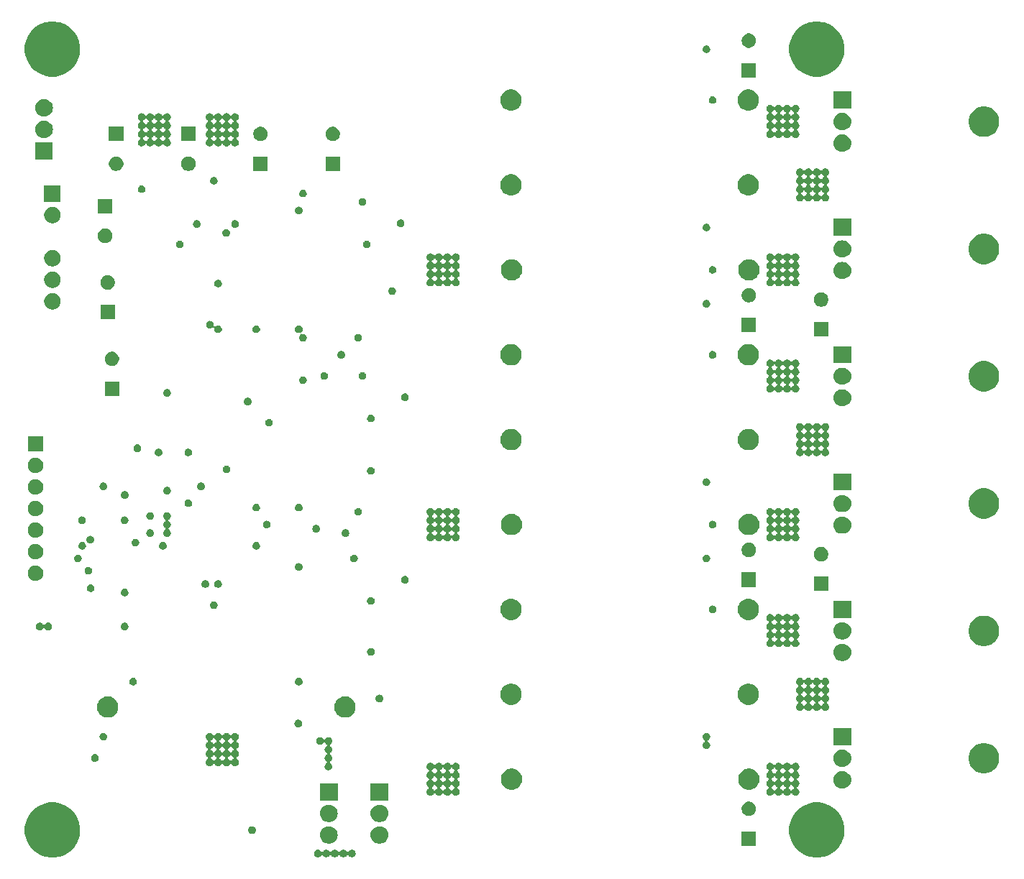
<source format=gbr>
G04 #@! TF.GenerationSoftware,KiCad,Pcbnew,(5.1.6)-1*
G04 #@! TF.CreationDate,2020-07-02T12:50:25+02:00*
G04 #@! TF.ProjectId,LT1166_amp,4c543131-3636-45f6-916d-702e6b696361,rev?*
G04 #@! TF.SameCoordinates,Original*
G04 #@! TF.FileFunction,Soldermask,Bot*
G04 #@! TF.FilePolarity,Negative*
%FSLAX46Y46*%
G04 Gerber Fmt 4.6, Leading zero omitted, Abs format (unit mm)*
G04 Created by KiCad (PCBNEW (5.1.6)-1) date 2020-07-02 12:50:25*
%MOMM*%
%LPD*%
G01*
G04 APERTURE LIST*
%ADD10C,0.100000*%
G04 APERTURE END LIST*
D10*
G36*
X195634239Y-142811467D02*
G01*
X195948282Y-142873934D01*
X196539926Y-143119001D01*
X197072392Y-143474784D01*
X197525216Y-143927608D01*
X197880999Y-144460074D01*
X198122662Y-145043500D01*
X198126066Y-145051719D01*
X198251000Y-145679803D01*
X198251000Y-146320197D01*
X198199322Y-146580000D01*
X198126066Y-146948282D01*
X197880999Y-147539926D01*
X197595986Y-147966477D01*
X197525217Y-148072391D01*
X197072391Y-148525217D01*
X197035420Y-148549920D01*
X196539926Y-148880999D01*
X195948282Y-149126066D01*
X195658692Y-149183669D01*
X195320197Y-149251000D01*
X194679803Y-149251000D01*
X194341308Y-149183669D01*
X194051718Y-149126066D01*
X193460074Y-148880999D01*
X192964580Y-148549920D01*
X192927609Y-148525217D01*
X192474783Y-148072391D01*
X192404014Y-147966477D01*
X192119001Y-147539926D01*
X191873934Y-146948282D01*
X191800678Y-146580000D01*
X191749000Y-146320197D01*
X191749000Y-145679803D01*
X191873934Y-145051719D01*
X191877338Y-145043500D01*
X192119001Y-144460074D01*
X192474784Y-143927608D01*
X192927608Y-143474784D01*
X193460074Y-143119001D01*
X194051718Y-142873934D01*
X194365761Y-142811467D01*
X194679803Y-142749000D01*
X195320197Y-142749000D01*
X195634239Y-142811467D01*
G37*
G36*
X105634239Y-142811467D02*
G01*
X105948282Y-142873934D01*
X106539926Y-143119001D01*
X107072392Y-143474784D01*
X107525216Y-143927608D01*
X107880999Y-144460074D01*
X108122662Y-145043500D01*
X108126066Y-145051719D01*
X108251000Y-145679803D01*
X108251000Y-146320197D01*
X108199322Y-146580000D01*
X108126066Y-146948282D01*
X107880999Y-147539926D01*
X107595986Y-147966477D01*
X107525217Y-148072391D01*
X107072391Y-148525217D01*
X107035420Y-148549920D01*
X106539926Y-148880999D01*
X105948282Y-149126066D01*
X105658692Y-149183669D01*
X105320197Y-149251000D01*
X104679803Y-149251000D01*
X104341308Y-149183669D01*
X104051718Y-149126066D01*
X103460074Y-148880999D01*
X102964580Y-148549920D01*
X102927609Y-148525217D01*
X102474783Y-148072391D01*
X102404014Y-147966477D01*
X102119001Y-147539926D01*
X101873934Y-146948282D01*
X101800678Y-146580000D01*
X101749000Y-146320197D01*
X101749000Y-145679803D01*
X101873934Y-145051719D01*
X101877338Y-145043500D01*
X102119001Y-144460074D01*
X102474784Y-143927608D01*
X102927608Y-143474784D01*
X103460074Y-143119001D01*
X104051718Y-142873934D01*
X104365761Y-142811467D01*
X104679803Y-142749000D01*
X105320197Y-142749000D01*
X105634239Y-142811467D01*
G37*
G36*
X136381551Y-148316332D02*
G01*
X136463626Y-148350329D01*
X136463628Y-148350330D01*
X136500812Y-148375176D01*
X136537494Y-148399686D01*
X136600315Y-148462507D01*
X136646066Y-148530978D01*
X136661612Y-148549920D01*
X136680554Y-148565465D01*
X136702164Y-148577016D01*
X136725613Y-148584129D01*
X136749999Y-148586531D01*
X136774385Y-148584129D01*
X136797834Y-148577016D01*
X136819445Y-148565465D01*
X136838387Y-148549919D01*
X136853932Y-148530978D01*
X136899683Y-148462507D01*
X136962504Y-148399686D01*
X136999186Y-148375176D01*
X137036370Y-148350330D01*
X137036372Y-148350329D01*
X137118447Y-148316332D01*
X137205578Y-148299001D01*
X137294420Y-148299001D01*
X137381551Y-148316332D01*
X137463626Y-148350329D01*
X137463628Y-148350330D01*
X137500812Y-148375176D01*
X137537494Y-148399686D01*
X137600315Y-148462507D01*
X137646066Y-148530978D01*
X137661612Y-148549920D01*
X137680554Y-148565465D01*
X137702164Y-148577016D01*
X137725613Y-148584129D01*
X137749999Y-148586531D01*
X137774385Y-148584129D01*
X137797834Y-148577016D01*
X137819445Y-148565465D01*
X137838387Y-148549919D01*
X137853932Y-148530978D01*
X137899683Y-148462507D01*
X137962504Y-148399686D01*
X137999186Y-148375176D01*
X138036370Y-148350330D01*
X138036372Y-148350329D01*
X138118447Y-148316332D01*
X138205578Y-148299001D01*
X138294420Y-148299001D01*
X138381551Y-148316332D01*
X138463626Y-148350329D01*
X138463628Y-148350330D01*
X138500812Y-148375176D01*
X138537494Y-148399686D01*
X138600315Y-148462507D01*
X138646066Y-148530978D01*
X138661612Y-148549920D01*
X138680554Y-148565465D01*
X138702164Y-148577016D01*
X138725613Y-148584129D01*
X138749999Y-148586531D01*
X138774385Y-148584129D01*
X138797834Y-148577016D01*
X138819445Y-148565465D01*
X138838387Y-148549919D01*
X138853932Y-148530978D01*
X138899683Y-148462507D01*
X138962504Y-148399686D01*
X138999186Y-148375176D01*
X139036370Y-148350330D01*
X139036372Y-148350329D01*
X139118447Y-148316332D01*
X139205578Y-148299001D01*
X139294420Y-148299001D01*
X139381551Y-148316332D01*
X139463626Y-148350329D01*
X139463628Y-148350330D01*
X139500812Y-148375176D01*
X139537494Y-148399686D01*
X139600315Y-148462507D01*
X139646066Y-148530978D01*
X139661612Y-148549920D01*
X139680554Y-148565465D01*
X139702164Y-148577016D01*
X139725613Y-148584129D01*
X139749999Y-148586531D01*
X139774385Y-148584129D01*
X139797834Y-148577016D01*
X139819445Y-148565465D01*
X139838387Y-148549919D01*
X139853932Y-148530978D01*
X139899683Y-148462507D01*
X139962504Y-148399686D01*
X139999186Y-148375176D01*
X140036370Y-148350330D01*
X140036372Y-148350329D01*
X140118447Y-148316332D01*
X140205578Y-148299001D01*
X140294420Y-148299001D01*
X140381551Y-148316332D01*
X140463626Y-148350329D01*
X140463628Y-148350330D01*
X140500812Y-148375176D01*
X140537494Y-148399686D01*
X140600314Y-148462506D01*
X140624824Y-148499188D01*
X140642216Y-148525216D01*
X140649671Y-148536374D01*
X140683668Y-148618449D01*
X140700999Y-148705580D01*
X140700999Y-148794422D01*
X140683668Y-148881553D01*
X140649671Y-148963628D01*
X140600315Y-149037495D01*
X140537495Y-149100315D01*
X140463628Y-149149672D01*
X140463627Y-149149673D01*
X140463626Y-149149673D01*
X140381551Y-149183670D01*
X140294420Y-149201001D01*
X140205578Y-149201001D01*
X140118447Y-149183670D01*
X140036372Y-149149673D01*
X140036371Y-149149673D01*
X140036370Y-149149672D01*
X139962503Y-149100315D01*
X139899683Y-149037495D01*
X139853932Y-148969024D01*
X139838386Y-148950082D01*
X139819444Y-148934537D01*
X139797834Y-148922986D01*
X139774385Y-148915873D01*
X139749999Y-148913471D01*
X139725613Y-148915873D01*
X139702164Y-148922986D01*
X139680553Y-148934537D01*
X139661611Y-148950083D01*
X139646066Y-148969024D01*
X139600315Y-149037495D01*
X139537495Y-149100315D01*
X139463628Y-149149672D01*
X139463627Y-149149673D01*
X139463626Y-149149673D01*
X139381551Y-149183670D01*
X139294420Y-149201001D01*
X139205578Y-149201001D01*
X139118447Y-149183670D01*
X139036372Y-149149673D01*
X139036371Y-149149673D01*
X139036370Y-149149672D01*
X138962503Y-149100315D01*
X138899683Y-149037495D01*
X138853932Y-148969024D01*
X138838386Y-148950082D01*
X138819444Y-148934537D01*
X138797834Y-148922986D01*
X138774385Y-148915873D01*
X138749999Y-148913471D01*
X138725613Y-148915873D01*
X138702164Y-148922986D01*
X138680553Y-148934537D01*
X138661611Y-148950083D01*
X138646066Y-148969024D01*
X138600315Y-149037495D01*
X138537495Y-149100315D01*
X138463628Y-149149672D01*
X138463627Y-149149673D01*
X138463626Y-149149673D01*
X138381551Y-149183670D01*
X138294420Y-149201001D01*
X138205578Y-149201001D01*
X138118447Y-149183670D01*
X138036372Y-149149673D01*
X138036371Y-149149673D01*
X138036370Y-149149672D01*
X137962503Y-149100315D01*
X137899683Y-149037495D01*
X137853932Y-148969024D01*
X137838386Y-148950082D01*
X137819444Y-148934537D01*
X137797834Y-148922986D01*
X137774385Y-148915873D01*
X137749999Y-148913471D01*
X137725613Y-148915873D01*
X137702164Y-148922986D01*
X137680553Y-148934537D01*
X137661611Y-148950083D01*
X137646066Y-148969024D01*
X137600315Y-149037495D01*
X137537495Y-149100315D01*
X137463628Y-149149672D01*
X137463627Y-149149673D01*
X137463626Y-149149673D01*
X137381551Y-149183670D01*
X137294420Y-149201001D01*
X137205578Y-149201001D01*
X137118447Y-149183670D01*
X137036372Y-149149673D01*
X137036371Y-149149673D01*
X137036370Y-149149672D01*
X136962503Y-149100315D01*
X136899683Y-149037495D01*
X136853932Y-148969024D01*
X136838386Y-148950082D01*
X136819444Y-148934537D01*
X136797834Y-148922986D01*
X136774385Y-148915873D01*
X136749999Y-148913471D01*
X136725613Y-148915873D01*
X136702164Y-148922986D01*
X136680553Y-148934537D01*
X136661611Y-148950083D01*
X136646066Y-148969024D01*
X136600315Y-149037495D01*
X136537495Y-149100315D01*
X136463628Y-149149672D01*
X136463627Y-149149673D01*
X136463626Y-149149673D01*
X136381551Y-149183670D01*
X136294420Y-149201001D01*
X136205578Y-149201001D01*
X136118447Y-149183670D01*
X136036372Y-149149673D01*
X136036371Y-149149673D01*
X136036370Y-149149672D01*
X135962503Y-149100315D01*
X135899685Y-149037497D01*
X135899684Y-149037495D01*
X135850327Y-148963628D01*
X135816330Y-148881553D01*
X135798999Y-148794422D01*
X135798999Y-148705580D01*
X135816330Y-148618449D01*
X135850327Y-148536374D01*
X135857783Y-148525216D01*
X135875174Y-148499188D01*
X135899684Y-148462506D01*
X135962504Y-148399686D01*
X135999186Y-148375176D01*
X136036370Y-148350330D01*
X136036372Y-148350329D01*
X136118447Y-148316332D01*
X136205578Y-148299001D01*
X136294420Y-148299001D01*
X136381551Y-148316332D01*
G37*
G36*
X187851000Y-147851000D02*
G01*
X186149000Y-147851000D01*
X186149000Y-146149000D01*
X187851000Y-146149000D01*
X187851000Y-147851000D01*
G37*
G36*
X143645936Y-145581340D02*
G01*
X143744220Y-145591020D01*
X143933381Y-145648401D01*
X144107712Y-145741583D01*
X144260515Y-145866985D01*
X144385917Y-146019788D01*
X144479099Y-146194119D01*
X144536480Y-146383280D01*
X144555855Y-146580000D01*
X144536480Y-146776720D01*
X144479099Y-146965881D01*
X144385917Y-147140212D01*
X144260515Y-147293015D01*
X144107712Y-147418417D01*
X143933381Y-147511599D01*
X143744220Y-147568980D01*
X143645936Y-147578660D01*
X143596795Y-147583500D01*
X143403205Y-147583500D01*
X143354064Y-147578660D01*
X143255780Y-147568980D01*
X143066619Y-147511599D01*
X142892288Y-147418417D01*
X142739485Y-147293015D01*
X142614083Y-147140212D01*
X142520901Y-146965881D01*
X142463520Y-146776720D01*
X142444145Y-146580000D01*
X142463520Y-146383280D01*
X142520901Y-146194119D01*
X142614083Y-146019788D01*
X142739485Y-145866985D01*
X142892288Y-145741583D01*
X143066619Y-145648401D01*
X143255780Y-145591020D01*
X143354064Y-145581340D01*
X143403205Y-145576500D01*
X143596795Y-145576500D01*
X143645936Y-145581340D01*
G37*
G36*
X137685936Y-145581340D02*
G01*
X137784220Y-145591020D01*
X137973381Y-145648401D01*
X138147712Y-145741583D01*
X138300515Y-145866985D01*
X138425917Y-146019788D01*
X138519099Y-146194119D01*
X138576480Y-146383280D01*
X138595855Y-146580000D01*
X138576480Y-146776720D01*
X138519099Y-146965881D01*
X138425917Y-147140212D01*
X138300515Y-147293015D01*
X138147712Y-147418417D01*
X137973381Y-147511599D01*
X137784220Y-147568980D01*
X137685936Y-147578660D01*
X137636795Y-147583500D01*
X137443205Y-147583500D01*
X137394064Y-147578660D01*
X137295780Y-147568980D01*
X137106619Y-147511599D01*
X136932288Y-147418417D01*
X136779485Y-147293015D01*
X136654083Y-147140212D01*
X136560901Y-146965881D01*
X136503520Y-146776720D01*
X136484145Y-146580000D01*
X136503520Y-146383280D01*
X136560901Y-146194119D01*
X136654083Y-146019788D01*
X136779485Y-145866985D01*
X136932288Y-145741583D01*
X137106619Y-145648401D01*
X137295780Y-145591020D01*
X137394064Y-145581340D01*
X137443205Y-145576500D01*
X137636795Y-145576500D01*
X137685936Y-145581340D01*
G37*
G36*
X128631552Y-145566331D02*
G01*
X128713627Y-145600328D01*
X128713629Y-145600329D01*
X128750813Y-145625175D01*
X128787495Y-145649685D01*
X128850315Y-145712505D01*
X128899672Y-145786373D01*
X128933669Y-145868448D01*
X128951000Y-145955579D01*
X128951000Y-146044421D01*
X128933669Y-146131552D01*
X128899672Y-146213627D01*
X128899671Y-146213629D01*
X128850314Y-146287496D01*
X128787496Y-146350314D01*
X128713629Y-146399671D01*
X128713628Y-146399672D01*
X128713627Y-146399672D01*
X128631552Y-146433669D01*
X128544421Y-146451000D01*
X128455579Y-146451000D01*
X128368448Y-146433669D01*
X128286373Y-146399672D01*
X128286372Y-146399672D01*
X128286371Y-146399671D01*
X128212504Y-146350314D01*
X128149686Y-146287496D01*
X128100329Y-146213629D01*
X128100328Y-146213627D01*
X128066331Y-146131552D01*
X128049000Y-146044421D01*
X128049000Y-145955579D01*
X128066331Y-145868448D01*
X128100328Y-145786373D01*
X128149685Y-145712505D01*
X128212505Y-145649685D01*
X128249187Y-145625175D01*
X128286371Y-145600329D01*
X128286373Y-145600328D01*
X128368448Y-145566331D01*
X128455579Y-145549000D01*
X128544421Y-145549000D01*
X128631552Y-145566331D01*
G37*
G36*
X143645936Y-143041340D02*
G01*
X143744220Y-143051020D01*
X143933381Y-143108401D01*
X144107712Y-143201583D01*
X144260515Y-143326985D01*
X144385917Y-143479788D01*
X144479099Y-143654119D01*
X144536480Y-143843280D01*
X144555855Y-144040000D01*
X144536480Y-144236720D01*
X144479099Y-144425881D01*
X144385917Y-144600212D01*
X144260515Y-144753015D01*
X144107712Y-144878417D01*
X143933381Y-144971599D01*
X143744220Y-145028980D01*
X143645936Y-145038660D01*
X143596795Y-145043500D01*
X143403205Y-145043500D01*
X143354064Y-145038660D01*
X143255780Y-145028980D01*
X143066619Y-144971599D01*
X142892288Y-144878417D01*
X142739485Y-144753015D01*
X142614083Y-144600212D01*
X142520901Y-144425881D01*
X142463520Y-144236720D01*
X142444145Y-144040000D01*
X142463520Y-143843280D01*
X142520901Y-143654119D01*
X142614083Y-143479788D01*
X142739485Y-143326985D01*
X142892288Y-143201583D01*
X143066619Y-143108401D01*
X143255780Y-143051020D01*
X143354064Y-143041340D01*
X143403205Y-143036500D01*
X143596795Y-143036500D01*
X143645936Y-143041340D01*
G37*
G36*
X137685936Y-143041340D02*
G01*
X137784220Y-143051020D01*
X137973381Y-143108401D01*
X138147712Y-143201583D01*
X138300515Y-143326985D01*
X138425917Y-143479788D01*
X138519099Y-143654119D01*
X138576480Y-143843280D01*
X138595855Y-144040000D01*
X138576480Y-144236720D01*
X138519099Y-144425881D01*
X138425917Y-144600212D01*
X138300515Y-144753015D01*
X138147712Y-144878417D01*
X137973381Y-144971599D01*
X137784220Y-145028980D01*
X137685936Y-145038660D01*
X137636795Y-145043500D01*
X137443205Y-145043500D01*
X137394064Y-145038660D01*
X137295780Y-145028980D01*
X137106619Y-144971599D01*
X136932288Y-144878417D01*
X136779485Y-144753015D01*
X136654083Y-144600212D01*
X136560901Y-144425881D01*
X136503520Y-144236720D01*
X136484145Y-144040000D01*
X136503520Y-143843280D01*
X136560901Y-143654119D01*
X136654083Y-143479788D01*
X136779485Y-143326985D01*
X136932288Y-143201583D01*
X137106619Y-143108401D01*
X137295780Y-143051020D01*
X137394064Y-143041340D01*
X137443205Y-143036500D01*
X137636795Y-143036500D01*
X137685936Y-143041340D01*
G37*
G36*
X187248228Y-142681703D02*
G01*
X187403100Y-142745853D01*
X187542481Y-142838985D01*
X187661015Y-142957519D01*
X187754147Y-143096900D01*
X187818297Y-143251772D01*
X187851000Y-143416184D01*
X187851000Y-143583816D01*
X187818297Y-143748228D01*
X187754147Y-143903100D01*
X187661015Y-144042481D01*
X187542481Y-144161015D01*
X187403100Y-144254147D01*
X187248228Y-144318297D01*
X187083816Y-144351000D01*
X186916184Y-144351000D01*
X186751772Y-144318297D01*
X186596900Y-144254147D01*
X186457519Y-144161015D01*
X186338985Y-144042481D01*
X186245853Y-143903100D01*
X186181703Y-143748228D01*
X186149000Y-143583816D01*
X186149000Y-143416184D01*
X186181703Y-143251772D01*
X186245853Y-143096900D01*
X186338985Y-142957519D01*
X186457519Y-142838985D01*
X186596900Y-142745853D01*
X186751772Y-142681703D01*
X186916184Y-142649000D01*
X187083816Y-142649000D01*
X187248228Y-142681703D01*
G37*
G36*
X138591000Y-142503500D02*
G01*
X136489000Y-142503500D01*
X136489000Y-140496500D01*
X138591000Y-140496500D01*
X138591000Y-142503500D01*
G37*
G36*
X144551000Y-142503500D02*
G01*
X142449000Y-142503500D01*
X142449000Y-140496500D01*
X144551000Y-140496500D01*
X144551000Y-142503500D01*
G37*
G36*
X189631552Y-138066331D02*
G01*
X189713347Y-138100212D01*
X189713629Y-138100329D01*
X189750813Y-138125175D01*
X189787495Y-138149685D01*
X189850316Y-138212506D01*
X189896067Y-138280977D01*
X189911613Y-138299919D01*
X189930555Y-138315464D01*
X189952165Y-138327015D01*
X189975614Y-138334128D01*
X190000000Y-138336530D01*
X190024386Y-138334128D01*
X190047835Y-138327015D01*
X190069446Y-138315464D01*
X190088388Y-138299918D01*
X190103933Y-138280977D01*
X190149684Y-138212506D01*
X190212505Y-138149685D01*
X190249187Y-138125175D01*
X190286371Y-138100329D01*
X190286653Y-138100212D01*
X190368448Y-138066331D01*
X190455579Y-138049000D01*
X190544421Y-138049000D01*
X190631552Y-138066331D01*
X190713347Y-138100212D01*
X190713629Y-138100329D01*
X190750813Y-138125175D01*
X190787495Y-138149685D01*
X190850316Y-138212506D01*
X190896067Y-138280977D01*
X190911613Y-138299919D01*
X190930555Y-138315464D01*
X190952165Y-138327015D01*
X190975614Y-138334128D01*
X191000000Y-138336530D01*
X191024386Y-138334128D01*
X191047835Y-138327015D01*
X191069446Y-138315464D01*
X191088388Y-138299918D01*
X191103933Y-138280977D01*
X191149684Y-138212506D01*
X191212505Y-138149685D01*
X191249187Y-138125175D01*
X191286371Y-138100329D01*
X191286653Y-138100212D01*
X191368448Y-138066331D01*
X191455579Y-138049000D01*
X191544421Y-138049000D01*
X191631552Y-138066331D01*
X191713347Y-138100212D01*
X191713629Y-138100329D01*
X191750813Y-138125175D01*
X191787495Y-138149685D01*
X191850316Y-138212506D01*
X191896067Y-138280977D01*
X191911613Y-138299919D01*
X191930555Y-138315464D01*
X191952165Y-138327015D01*
X191975614Y-138334128D01*
X192000000Y-138336530D01*
X192024386Y-138334128D01*
X192047835Y-138327015D01*
X192069446Y-138315464D01*
X192088388Y-138299918D01*
X192103933Y-138280977D01*
X192149684Y-138212506D01*
X192212505Y-138149685D01*
X192249187Y-138125175D01*
X192286371Y-138100329D01*
X192286653Y-138100212D01*
X192368448Y-138066331D01*
X192455579Y-138049000D01*
X192544421Y-138049000D01*
X192631552Y-138066331D01*
X192713347Y-138100212D01*
X192713629Y-138100329D01*
X192750813Y-138125175D01*
X192787495Y-138149685D01*
X192850315Y-138212505D01*
X192899672Y-138286373D01*
X192933669Y-138368448D01*
X192951000Y-138455579D01*
X192951000Y-138544421D01*
X192933669Y-138631552D01*
X192899672Y-138713627D01*
X192850315Y-138787495D01*
X192787494Y-138850316D01*
X192719023Y-138896067D01*
X192700081Y-138911613D01*
X192684536Y-138930555D01*
X192672985Y-138952165D01*
X192665872Y-138975614D01*
X192663470Y-139000000D01*
X192665872Y-139024386D01*
X192672985Y-139047835D01*
X192684536Y-139069446D01*
X192700082Y-139088388D01*
X192719023Y-139103933D01*
X192787494Y-139149684D01*
X192850315Y-139212505D01*
X192899672Y-139286373D01*
X192933669Y-139368448D01*
X192951000Y-139455579D01*
X192951000Y-139544421D01*
X192933669Y-139631552D01*
X192899672Y-139713627D01*
X192850315Y-139787495D01*
X192787494Y-139850316D01*
X192719023Y-139896067D01*
X192700081Y-139911613D01*
X192684536Y-139930555D01*
X192672985Y-139952165D01*
X192665872Y-139975614D01*
X192663470Y-140000000D01*
X192665872Y-140024386D01*
X192672985Y-140047835D01*
X192684536Y-140069446D01*
X192700082Y-140088388D01*
X192719023Y-140103933D01*
X192787494Y-140149684D01*
X192850315Y-140212505D01*
X192899672Y-140286373D01*
X192933669Y-140368448D01*
X192951000Y-140455579D01*
X192951000Y-140544421D01*
X192933669Y-140631552D01*
X192899672Y-140713627D01*
X192850315Y-140787495D01*
X192787494Y-140850316D01*
X192719023Y-140896067D01*
X192700081Y-140911613D01*
X192684536Y-140930555D01*
X192672985Y-140952165D01*
X192665872Y-140975614D01*
X192663470Y-141000000D01*
X192665872Y-141024386D01*
X192672985Y-141047835D01*
X192684536Y-141069446D01*
X192700082Y-141088388D01*
X192719023Y-141103933D01*
X192787494Y-141149684D01*
X192850315Y-141212505D01*
X192899672Y-141286373D01*
X192933669Y-141368448D01*
X192951000Y-141455579D01*
X192951000Y-141544421D01*
X192933669Y-141631552D01*
X192899672Y-141713627D01*
X192850316Y-141787494D01*
X192787496Y-141850314D01*
X192713629Y-141899671D01*
X192713628Y-141899672D01*
X192713627Y-141899672D01*
X192631552Y-141933669D01*
X192544421Y-141951000D01*
X192455579Y-141951000D01*
X192368448Y-141933669D01*
X192286373Y-141899672D01*
X192286372Y-141899672D01*
X192286371Y-141899671D01*
X192212504Y-141850314D01*
X192149684Y-141787494D01*
X192103933Y-141719023D01*
X192088387Y-141700081D01*
X192069445Y-141684536D01*
X192047835Y-141672985D01*
X192024386Y-141665872D01*
X192000000Y-141663470D01*
X191975614Y-141665872D01*
X191952165Y-141672985D01*
X191930554Y-141684536D01*
X191911612Y-141700082D01*
X191896067Y-141719023D01*
X191850316Y-141787494D01*
X191787496Y-141850314D01*
X191713629Y-141899671D01*
X191713628Y-141899672D01*
X191713627Y-141899672D01*
X191631552Y-141933669D01*
X191544421Y-141951000D01*
X191455579Y-141951000D01*
X191368448Y-141933669D01*
X191286373Y-141899672D01*
X191286372Y-141899672D01*
X191286371Y-141899671D01*
X191212504Y-141850314D01*
X191149684Y-141787494D01*
X191103933Y-141719023D01*
X191088387Y-141700081D01*
X191069445Y-141684536D01*
X191047835Y-141672985D01*
X191024386Y-141665872D01*
X191000000Y-141663470D01*
X190975614Y-141665872D01*
X190952165Y-141672985D01*
X190930554Y-141684536D01*
X190911612Y-141700082D01*
X190896067Y-141719023D01*
X190850316Y-141787494D01*
X190787496Y-141850314D01*
X190713629Y-141899671D01*
X190713628Y-141899672D01*
X190713627Y-141899672D01*
X190631552Y-141933669D01*
X190544421Y-141951000D01*
X190455579Y-141951000D01*
X190368448Y-141933669D01*
X190286373Y-141899672D01*
X190286372Y-141899672D01*
X190286371Y-141899671D01*
X190212504Y-141850314D01*
X190149684Y-141787494D01*
X190103933Y-141719023D01*
X190088387Y-141700081D01*
X190069445Y-141684536D01*
X190047835Y-141672985D01*
X190024386Y-141665872D01*
X190000000Y-141663470D01*
X189975614Y-141665872D01*
X189952165Y-141672985D01*
X189930554Y-141684536D01*
X189911612Y-141700082D01*
X189896067Y-141719023D01*
X189850316Y-141787494D01*
X189787496Y-141850314D01*
X189713629Y-141899671D01*
X189713628Y-141899672D01*
X189713627Y-141899672D01*
X189631552Y-141933669D01*
X189544421Y-141951000D01*
X189455579Y-141951000D01*
X189368448Y-141933669D01*
X189286373Y-141899672D01*
X189286372Y-141899672D01*
X189286371Y-141899671D01*
X189212504Y-141850314D01*
X189149686Y-141787496D01*
X189149685Y-141787494D01*
X189100328Y-141713627D01*
X189066331Y-141631552D01*
X189049000Y-141544421D01*
X189049000Y-141455579D01*
X189066331Y-141368448D01*
X189100328Y-141286373D01*
X189149685Y-141212505D01*
X189212506Y-141149684D01*
X189280977Y-141103933D01*
X189299919Y-141088387D01*
X189315464Y-141069445D01*
X189327015Y-141047835D01*
X189334128Y-141024386D01*
X189336530Y-141000000D01*
X189663470Y-141000000D01*
X189665872Y-141024386D01*
X189672985Y-141047835D01*
X189684536Y-141069446D01*
X189700082Y-141088388D01*
X189719023Y-141103933D01*
X189787494Y-141149684D01*
X189850316Y-141212506D01*
X189896067Y-141280977D01*
X189911613Y-141299919D01*
X189930555Y-141315464D01*
X189952165Y-141327015D01*
X189975614Y-141334128D01*
X190000000Y-141336530D01*
X190024386Y-141334128D01*
X190047835Y-141327015D01*
X190069446Y-141315464D01*
X190088388Y-141299918D01*
X190103933Y-141280977D01*
X190149684Y-141212506D01*
X190212506Y-141149684D01*
X190280977Y-141103933D01*
X190299919Y-141088387D01*
X190315464Y-141069445D01*
X190327015Y-141047835D01*
X190334128Y-141024386D01*
X190336530Y-141000000D01*
X190663470Y-141000000D01*
X190665872Y-141024386D01*
X190672985Y-141047835D01*
X190684536Y-141069446D01*
X190700082Y-141088388D01*
X190719023Y-141103933D01*
X190787494Y-141149684D01*
X190850316Y-141212506D01*
X190896067Y-141280977D01*
X190911613Y-141299919D01*
X190930555Y-141315464D01*
X190952165Y-141327015D01*
X190975614Y-141334128D01*
X191000000Y-141336530D01*
X191024386Y-141334128D01*
X191047835Y-141327015D01*
X191069446Y-141315464D01*
X191088388Y-141299918D01*
X191103933Y-141280977D01*
X191149684Y-141212506D01*
X191212506Y-141149684D01*
X191280977Y-141103933D01*
X191299919Y-141088387D01*
X191315464Y-141069445D01*
X191327015Y-141047835D01*
X191334128Y-141024386D01*
X191336530Y-141000000D01*
X191663470Y-141000000D01*
X191665872Y-141024386D01*
X191672985Y-141047835D01*
X191684536Y-141069446D01*
X191700082Y-141088388D01*
X191719023Y-141103933D01*
X191787494Y-141149684D01*
X191850316Y-141212506D01*
X191896067Y-141280977D01*
X191911613Y-141299919D01*
X191930555Y-141315464D01*
X191952165Y-141327015D01*
X191975614Y-141334128D01*
X192000000Y-141336530D01*
X192024386Y-141334128D01*
X192047835Y-141327015D01*
X192069446Y-141315464D01*
X192088388Y-141299918D01*
X192103933Y-141280977D01*
X192149684Y-141212506D01*
X192212506Y-141149684D01*
X192280977Y-141103933D01*
X192299919Y-141088387D01*
X192315464Y-141069445D01*
X192327015Y-141047835D01*
X192334128Y-141024386D01*
X192336530Y-141000000D01*
X192334128Y-140975614D01*
X192327015Y-140952165D01*
X192315464Y-140930554D01*
X192299918Y-140911612D01*
X192280977Y-140896067D01*
X192212506Y-140850316D01*
X192149684Y-140787494D01*
X192103933Y-140719023D01*
X192088387Y-140700081D01*
X192069445Y-140684536D01*
X192047835Y-140672985D01*
X192024386Y-140665872D01*
X192000000Y-140663470D01*
X191975614Y-140665872D01*
X191952165Y-140672985D01*
X191930554Y-140684536D01*
X191911612Y-140700082D01*
X191896067Y-140719023D01*
X191850316Y-140787494D01*
X191787494Y-140850316D01*
X191719023Y-140896067D01*
X191700081Y-140911613D01*
X191684536Y-140930555D01*
X191672985Y-140952165D01*
X191665872Y-140975614D01*
X191663470Y-141000000D01*
X191336530Y-141000000D01*
X191334128Y-140975614D01*
X191327015Y-140952165D01*
X191315464Y-140930554D01*
X191299918Y-140911612D01*
X191280977Y-140896067D01*
X191212506Y-140850316D01*
X191149684Y-140787494D01*
X191103933Y-140719023D01*
X191088387Y-140700081D01*
X191069445Y-140684536D01*
X191047835Y-140672985D01*
X191024386Y-140665872D01*
X191000000Y-140663470D01*
X190975614Y-140665872D01*
X190952165Y-140672985D01*
X190930554Y-140684536D01*
X190911612Y-140700082D01*
X190896067Y-140719023D01*
X190850316Y-140787494D01*
X190787494Y-140850316D01*
X190719023Y-140896067D01*
X190700081Y-140911613D01*
X190684536Y-140930555D01*
X190672985Y-140952165D01*
X190665872Y-140975614D01*
X190663470Y-141000000D01*
X190336530Y-141000000D01*
X190334128Y-140975614D01*
X190327015Y-140952165D01*
X190315464Y-140930554D01*
X190299918Y-140911612D01*
X190280977Y-140896067D01*
X190212506Y-140850316D01*
X190149684Y-140787494D01*
X190103933Y-140719023D01*
X190088387Y-140700081D01*
X190069445Y-140684536D01*
X190047835Y-140672985D01*
X190024386Y-140665872D01*
X190000000Y-140663470D01*
X189975614Y-140665872D01*
X189952165Y-140672985D01*
X189930554Y-140684536D01*
X189911612Y-140700082D01*
X189896067Y-140719023D01*
X189850316Y-140787494D01*
X189787494Y-140850316D01*
X189719023Y-140896067D01*
X189700081Y-140911613D01*
X189684536Y-140930555D01*
X189672985Y-140952165D01*
X189665872Y-140975614D01*
X189663470Y-141000000D01*
X189336530Y-141000000D01*
X189334128Y-140975614D01*
X189327015Y-140952165D01*
X189315464Y-140930554D01*
X189299918Y-140911612D01*
X189280977Y-140896067D01*
X189212506Y-140850316D01*
X189149685Y-140787495D01*
X189100328Y-140713627D01*
X189066331Y-140631552D01*
X189049000Y-140544421D01*
X189049000Y-140455579D01*
X189066331Y-140368448D01*
X189100328Y-140286373D01*
X189149685Y-140212505D01*
X189212506Y-140149684D01*
X189280977Y-140103933D01*
X189299919Y-140088387D01*
X189315464Y-140069445D01*
X189327015Y-140047835D01*
X189334128Y-140024386D01*
X189336530Y-140000000D01*
X189663470Y-140000000D01*
X189665872Y-140024386D01*
X189672985Y-140047835D01*
X189684536Y-140069446D01*
X189700082Y-140088388D01*
X189719023Y-140103933D01*
X189787494Y-140149684D01*
X189850316Y-140212506D01*
X189896067Y-140280977D01*
X189911613Y-140299919D01*
X189930555Y-140315464D01*
X189952165Y-140327015D01*
X189975614Y-140334128D01*
X190000000Y-140336530D01*
X190024386Y-140334128D01*
X190047835Y-140327015D01*
X190069446Y-140315464D01*
X190088388Y-140299918D01*
X190103933Y-140280977D01*
X190149684Y-140212506D01*
X190212506Y-140149684D01*
X190280977Y-140103933D01*
X190299919Y-140088387D01*
X190315464Y-140069445D01*
X190327015Y-140047835D01*
X190334128Y-140024386D01*
X190336530Y-140000000D01*
X190663470Y-140000000D01*
X190665872Y-140024386D01*
X190672985Y-140047835D01*
X190684536Y-140069446D01*
X190700082Y-140088388D01*
X190719023Y-140103933D01*
X190787494Y-140149684D01*
X190850316Y-140212506D01*
X190896067Y-140280977D01*
X190911613Y-140299919D01*
X190930555Y-140315464D01*
X190952165Y-140327015D01*
X190975614Y-140334128D01*
X191000000Y-140336530D01*
X191024386Y-140334128D01*
X191047835Y-140327015D01*
X191069446Y-140315464D01*
X191088388Y-140299918D01*
X191103933Y-140280977D01*
X191149684Y-140212506D01*
X191212506Y-140149684D01*
X191280977Y-140103933D01*
X191299919Y-140088387D01*
X191315464Y-140069445D01*
X191327015Y-140047835D01*
X191334128Y-140024386D01*
X191336530Y-140000000D01*
X191663470Y-140000000D01*
X191665872Y-140024386D01*
X191672985Y-140047835D01*
X191684536Y-140069446D01*
X191700082Y-140088388D01*
X191719023Y-140103933D01*
X191787494Y-140149684D01*
X191850316Y-140212506D01*
X191896067Y-140280977D01*
X191911613Y-140299919D01*
X191930555Y-140315464D01*
X191952165Y-140327015D01*
X191975614Y-140334128D01*
X192000000Y-140336530D01*
X192024386Y-140334128D01*
X192047835Y-140327015D01*
X192069446Y-140315464D01*
X192088388Y-140299918D01*
X192103933Y-140280977D01*
X192149684Y-140212506D01*
X192212506Y-140149684D01*
X192280977Y-140103933D01*
X192299919Y-140088387D01*
X192315464Y-140069445D01*
X192327015Y-140047835D01*
X192334128Y-140024386D01*
X192336530Y-140000000D01*
X192334128Y-139975614D01*
X192327015Y-139952165D01*
X192315464Y-139930554D01*
X192299918Y-139911612D01*
X192280977Y-139896067D01*
X192212506Y-139850316D01*
X192149684Y-139787494D01*
X192103933Y-139719023D01*
X192088387Y-139700081D01*
X192069445Y-139684536D01*
X192047835Y-139672985D01*
X192024386Y-139665872D01*
X192000000Y-139663470D01*
X191975614Y-139665872D01*
X191952165Y-139672985D01*
X191930554Y-139684536D01*
X191911612Y-139700082D01*
X191896067Y-139719023D01*
X191850316Y-139787494D01*
X191787494Y-139850316D01*
X191719023Y-139896067D01*
X191700081Y-139911613D01*
X191684536Y-139930555D01*
X191672985Y-139952165D01*
X191665872Y-139975614D01*
X191663470Y-140000000D01*
X191336530Y-140000000D01*
X191334128Y-139975614D01*
X191327015Y-139952165D01*
X191315464Y-139930554D01*
X191299918Y-139911612D01*
X191280977Y-139896067D01*
X191212506Y-139850316D01*
X191149684Y-139787494D01*
X191103933Y-139719023D01*
X191088387Y-139700081D01*
X191069445Y-139684536D01*
X191047835Y-139672985D01*
X191024386Y-139665872D01*
X191000000Y-139663470D01*
X190975614Y-139665872D01*
X190952165Y-139672985D01*
X190930554Y-139684536D01*
X190911612Y-139700082D01*
X190896067Y-139719023D01*
X190850316Y-139787494D01*
X190787494Y-139850316D01*
X190719023Y-139896067D01*
X190700081Y-139911613D01*
X190684536Y-139930555D01*
X190672985Y-139952165D01*
X190665872Y-139975614D01*
X190663470Y-140000000D01*
X190336530Y-140000000D01*
X190334128Y-139975614D01*
X190327015Y-139952165D01*
X190315464Y-139930554D01*
X190299918Y-139911612D01*
X190280977Y-139896067D01*
X190212506Y-139850316D01*
X190149684Y-139787494D01*
X190103933Y-139719023D01*
X190088387Y-139700081D01*
X190069445Y-139684536D01*
X190047835Y-139672985D01*
X190024386Y-139665872D01*
X190000000Y-139663470D01*
X189975614Y-139665872D01*
X189952165Y-139672985D01*
X189930554Y-139684536D01*
X189911612Y-139700082D01*
X189896067Y-139719023D01*
X189850316Y-139787494D01*
X189787494Y-139850316D01*
X189719023Y-139896067D01*
X189700081Y-139911613D01*
X189684536Y-139930555D01*
X189672985Y-139952165D01*
X189665872Y-139975614D01*
X189663470Y-140000000D01*
X189336530Y-140000000D01*
X189334128Y-139975614D01*
X189327015Y-139952165D01*
X189315464Y-139930554D01*
X189299918Y-139911612D01*
X189280977Y-139896067D01*
X189212506Y-139850316D01*
X189149685Y-139787495D01*
X189100328Y-139713627D01*
X189066331Y-139631552D01*
X189049000Y-139544421D01*
X189049000Y-139455579D01*
X189066331Y-139368448D01*
X189100328Y-139286373D01*
X189149685Y-139212505D01*
X189212506Y-139149684D01*
X189280977Y-139103933D01*
X189299919Y-139088387D01*
X189315464Y-139069445D01*
X189327015Y-139047835D01*
X189334128Y-139024386D01*
X189336530Y-139000000D01*
X189663470Y-139000000D01*
X189665872Y-139024386D01*
X189672985Y-139047835D01*
X189684536Y-139069446D01*
X189700082Y-139088388D01*
X189719023Y-139103933D01*
X189787494Y-139149684D01*
X189850316Y-139212506D01*
X189896067Y-139280977D01*
X189911613Y-139299919D01*
X189930555Y-139315464D01*
X189952165Y-139327015D01*
X189975614Y-139334128D01*
X190000000Y-139336530D01*
X190024386Y-139334128D01*
X190047835Y-139327015D01*
X190069446Y-139315464D01*
X190088388Y-139299918D01*
X190103933Y-139280977D01*
X190149684Y-139212506D01*
X190212506Y-139149684D01*
X190280977Y-139103933D01*
X190299919Y-139088387D01*
X190315464Y-139069445D01*
X190327015Y-139047835D01*
X190334128Y-139024386D01*
X190336530Y-139000000D01*
X190663470Y-139000000D01*
X190665872Y-139024386D01*
X190672985Y-139047835D01*
X190684536Y-139069446D01*
X190700082Y-139088388D01*
X190719023Y-139103933D01*
X190787494Y-139149684D01*
X190850316Y-139212506D01*
X190896067Y-139280977D01*
X190911613Y-139299919D01*
X190930555Y-139315464D01*
X190952165Y-139327015D01*
X190975614Y-139334128D01*
X191000000Y-139336530D01*
X191024386Y-139334128D01*
X191047835Y-139327015D01*
X191069446Y-139315464D01*
X191088388Y-139299918D01*
X191103933Y-139280977D01*
X191149684Y-139212506D01*
X191212506Y-139149684D01*
X191280977Y-139103933D01*
X191299919Y-139088387D01*
X191315464Y-139069445D01*
X191327015Y-139047835D01*
X191334128Y-139024386D01*
X191336530Y-139000000D01*
X191663470Y-139000000D01*
X191665872Y-139024386D01*
X191672985Y-139047835D01*
X191684536Y-139069446D01*
X191700082Y-139088388D01*
X191719023Y-139103933D01*
X191787494Y-139149684D01*
X191850316Y-139212506D01*
X191896067Y-139280977D01*
X191911613Y-139299919D01*
X191930555Y-139315464D01*
X191952165Y-139327015D01*
X191975614Y-139334128D01*
X192000000Y-139336530D01*
X192024386Y-139334128D01*
X192047835Y-139327015D01*
X192069446Y-139315464D01*
X192088388Y-139299918D01*
X192103933Y-139280977D01*
X192149684Y-139212506D01*
X192212506Y-139149684D01*
X192280977Y-139103933D01*
X192299919Y-139088387D01*
X192315464Y-139069445D01*
X192327015Y-139047835D01*
X192334128Y-139024386D01*
X192336530Y-139000000D01*
X192334128Y-138975614D01*
X192327015Y-138952165D01*
X192315464Y-138930554D01*
X192299918Y-138911612D01*
X192280977Y-138896067D01*
X192212506Y-138850316D01*
X192149684Y-138787494D01*
X192103933Y-138719023D01*
X192088387Y-138700081D01*
X192069445Y-138684536D01*
X192047835Y-138672985D01*
X192024386Y-138665872D01*
X192000000Y-138663470D01*
X191975614Y-138665872D01*
X191952165Y-138672985D01*
X191930554Y-138684536D01*
X191911612Y-138700082D01*
X191896067Y-138719023D01*
X191850316Y-138787494D01*
X191787494Y-138850316D01*
X191719023Y-138896067D01*
X191700081Y-138911613D01*
X191684536Y-138930555D01*
X191672985Y-138952165D01*
X191665872Y-138975614D01*
X191663470Y-139000000D01*
X191336530Y-139000000D01*
X191334128Y-138975614D01*
X191327015Y-138952165D01*
X191315464Y-138930554D01*
X191299918Y-138911612D01*
X191280977Y-138896067D01*
X191212506Y-138850316D01*
X191149684Y-138787494D01*
X191103933Y-138719023D01*
X191088387Y-138700081D01*
X191069445Y-138684536D01*
X191047835Y-138672985D01*
X191024386Y-138665872D01*
X191000000Y-138663470D01*
X190975614Y-138665872D01*
X190952165Y-138672985D01*
X190930554Y-138684536D01*
X190911612Y-138700082D01*
X190896067Y-138719023D01*
X190850316Y-138787494D01*
X190787494Y-138850316D01*
X190719023Y-138896067D01*
X190700081Y-138911613D01*
X190684536Y-138930555D01*
X190672985Y-138952165D01*
X190665872Y-138975614D01*
X190663470Y-139000000D01*
X190336530Y-139000000D01*
X190334128Y-138975614D01*
X190327015Y-138952165D01*
X190315464Y-138930554D01*
X190299918Y-138911612D01*
X190280977Y-138896067D01*
X190212506Y-138850316D01*
X190149684Y-138787494D01*
X190103933Y-138719023D01*
X190088387Y-138700081D01*
X190069445Y-138684536D01*
X190047835Y-138672985D01*
X190024386Y-138665872D01*
X190000000Y-138663470D01*
X189975614Y-138665872D01*
X189952165Y-138672985D01*
X189930554Y-138684536D01*
X189911612Y-138700082D01*
X189896067Y-138719023D01*
X189850316Y-138787494D01*
X189787494Y-138850316D01*
X189719023Y-138896067D01*
X189700081Y-138911613D01*
X189684536Y-138930555D01*
X189672985Y-138952165D01*
X189665872Y-138975614D01*
X189663470Y-139000000D01*
X189336530Y-139000000D01*
X189334128Y-138975614D01*
X189327015Y-138952165D01*
X189315464Y-138930554D01*
X189299918Y-138911612D01*
X189280977Y-138896067D01*
X189212506Y-138850316D01*
X189149685Y-138787495D01*
X189100328Y-138713627D01*
X189066331Y-138631552D01*
X189049000Y-138544421D01*
X189049000Y-138455579D01*
X189066331Y-138368448D01*
X189100328Y-138286373D01*
X189149685Y-138212505D01*
X189212505Y-138149685D01*
X189249187Y-138125175D01*
X189286371Y-138100329D01*
X189286653Y-138100212D01*
X189368448Y-138066331D01*
X189455579Y-138049000D01*
X189544421Y-138049000D01*
X189631552Y-138066331D01*
G37*
G36*
X149631552Y-138066331D02*
G01*
X149713347Y-138100212D01*
X149713629Y-138100329D01*
X149750813Y-138125175D01*
X149787495Y-138149685D01*
X149850316Y-138212506D01*
X149896067Y-138280977D01*
X149911613Y-138299919D01*
X149930555Y-138315464D01*
X149952165Y-138327015D01*
X149975614Y-138334128D01*
X150000000Y-138336530D01*
X150024386Y-138334128D01*
X150047835Y-138327015D01*
X150069446Y-138315464D01*
X150088388Y-138299918D01*
X150103933Y-138280977D01*
X150149684Y-138212506D01*
X150212505Y-138149685D01*
X150249187Y-138125175D01*
X150286371Y-138100329D01*
X150286653Y-138100212D01*
X150368448Y-138066331D01*
X150455579Y-138049000D01*
X150544421Y-138049000D01*
X150631552Y-138066331D01*
X150713347Y-138100212D01*
X150713629Y-138100329D01*
X150750813Y-138125175D01*
X150787495Y-138149685D01*
X150850316Y-138212506D01*
X150896067Y-138280977D01*
X150911613Y-138299919D01*
X150930555Y-138315464D01*
X150952165Y-138327015D01*
X150975614Y-138334128D01*
X151000000Y-138336530D01*
X151024386Y-138334128D01*
X151047835Y-138327015D01*
X151069446Y-138315464D01*
X151088388Y-138299918D01*
X151103933Y-138280977D01*
X151149684Y-138212506D01*
X151212505Y-138149685D01*
X151249187Y-138125175D01*
X151286371Y-138100329D01*
X151286653Y-138100212D01*
X151368448Y-138066331D01*
X151455579Y-138049000D01*
X151544421Y-138049000D01*
X151631552Y-138066331D01*
X151713347Y-138100212D01*
X151713629Y-138100329D01*
X151750813Y-138125175D01*
X151787495Y-138149685D01*
X151850316Y-138212506D01*
X151896067Y-138280977D01*
X151911613Y-138299919D01*
X151930555Y-138315464D01*
X151952165Y-138327015D01*
X151975614Y-138334128D01*
X152000000Y-138336530D01*
X152024386Y-138334128D01*
X152047835Y-138327015D01*
X152069446Y-138315464D01*
X152088388Y-138299918D01*
X152103933Y-138280977D01*
X152149684Y-138212506D01*
X152212505Y-138149685D01*
X152249187Y-138125175D01*
X152286371Y-138100329D01*
X152286653Y-138100212D01*
X152368448Y-138066331D01*
X152455579Y-138049000D01*
X152544421Y-138049000D01*
X152631552Y-138066331D01*
X152713347Y-138100212D01*
X152713629Y-138100329D01*
X152750813Y-138125175D01*
X152787495Y-138149685D01*
X152850315Y-138212505D01*
X152899672Y-138286373D01*
X152933669Y-138368448D01*
X152951000Y-138455579D01*
X152951000Y-138544421D01*
X152933669Y-138631552D01*
X152899672Y-138713627D01*
X152850315Y-138787495D01*
X152787494Y-138850316D01*
X152719023Y-138896067D01*
X152700081Y-138911613D01*
X152684536Y-138930555D01*
X152672985Y-138952165D01*
X152665872Y-138975614D01*
X152663470Y-139000000D01*
X152665872Y-139024386D01*
X152672985Y-139047835D01*
X152684536Y-139069446D01*
X152700082Y-139088388D01*
X152719023Y-139103933D01*
X152787494Y-139149684D01*
X152850315Y-139212505D01*
X152899672Y-139286373D01*
X152933669Y-139368448D01*
X152951000Y-139455579D01*
X152951000Y-139544421D01*
X152933669Y-139631552D01*
X152899672Y-139713627D01*
X152850315Y-139787495D01*
X152787494Y-139850316D01*
X152719023Y-139896067D01*
X152700081Y-139911613D01*
X152684536Y-139930555D01*
X152672985Y-139952165D01*
X152665872Y-139975614D01*
X152663470Y-140000000D01*
X152665872Y-140024386D01*
X152672985Y-140047835D01*
X152684536Y-140069446D01*
X152700082Y-140088388D01*
X152719023Y-140103933D01*
X152787494Y-140149684D01*
X152850315Y-140212505D01*
X152899672Y-140286373D01*
X152933669Y-140368448D01*
X152951000Y-140455579D01*
X152951000Y-140544421D01*
X152933669Y-140631552D01*
X152899672Y-140713627D01*
X152850315Y-140787495D01*
X152787494Y-140850316D01*
X152719023Y-140896067D01*
X152700081Y-140911613D01*
X152684536Y-140930555D01*
X152672985Y-140952165D01*
X152665872Y-140975614D01*
X152663470Y-141000000D01*
X152665872Y-141024386D01*
X152672985Y-141047835D01*
X152684536Y-141069446D01*
X152700082Y-141088388D01*
X152719023Y-141103933D01*
X152787494Y-141149684D01*
X152850315Y-141212505D01*
X152899672Y-141286373D01*
X152933669Y-141368448D01*
X152951000Y-141455579D01*
X152951000Y-141544421D01*
X152933669Y-141631552D01*
X152899672Y-141713627D01*
X152850316Y-141787494D01*
X152787496Y-141850314D01*
X152713629Y-141899671D01*
X152713628Y-141899672D01*
X152713627Y-141899672D01*
X152631552Y-141933669D01*
X152544421Y-141951000D01*
X152455579Y-141951000D01*
X152368448Y-141933669D01*
X152286373Y-141899672D01*
X152286372Y-141899672D01*
X152286371Y-141899671D01*
X152212504Y-141850314D01*
X152149684Y-141787494D01*
X152103933Y-141719023D01*
X152088387Y-141700081D01*
X152069445Y-141684536D01*
X152047835Y-141672985D01*
X152024386Y-141665872D01*
X152000000Y-141663470D01*
X151975614Y-141665872D01*
X151952165Y-141672985D01*
X151930554Y-141684536D01*
X151911612Y-141700082D01*
X151896067Y-141719023D01*
X151850316Y-141787494D01*
X151787496Y-141850314D01*
X151713629Y-141899671D01*
X151713628Y-141899672D01*
X151713627Y-141899672D01*
X151631552Y-141933669D01*
X151544421Y-141951000D01*
X151455579Y-141951000D01*
X151368448Y-141933669D01*
X151286373Y-141899672D01*
X151286372Y-141899672D01*
X151286371Y-141899671D01*
X151212504Y-141850314D01*
X151149684Y-141787494D01*
X151103933Y-141719023D01*
X151088387Y-141700081D01*
X151069445Y-141684536D01*
X151047835Y-141672985D01*
X151024386Y-141665872D01*
X151000000Y-141663470D01*
X150975614Y-141665872D01*
X150952165Y-141672985D01*
X150930554Y-141684536D01*
X150911612Y-141700082D01*
X150896067Y-141719023D01*
X150850316Y-141787494D01*
X150787496Y-141850314D01*
X150713629Y-141899671D01*
X150713628Y-141899672D01*
X150713627Y-141899672D01*
X150631552Y-141933669D01*
X150544421Y-141951000D01*
X150455579Y-141951000D01*
X150368448Y-141933669D01*
X150286373Y-141899672D01*
X150286372Y-141899672D01*
X150286371Y-141899671D01*
X150212504Y-141850314D01*
X150149684Y-141787494D01*
X150103933Y-141719023D01*
X150088387Y-141700081D01*
X150069445Y-141684536D01*
X150047835Y-141672985D01*
X150024386Y-141665872D01*
X150000000Y-141663470D01*
X149975614Y-141665872D01*
X149952165Y-141672985D01*
X149930554Y-141684536D01*
X149911612Y-141700082D01*
X149896067Y-141719023D01*
X149850316Y-141787494D01*
X149787496Y-141850314D01*
X149713629Y-141899671D01*
X149713628Y-141899672D01*
X149713627Y-141899672D01*
X149631552Y-141933669D01*
X149544421Y-141951000D01*
X149455579Y-141951000D01*
X149368448Y-141933669D01*
X149286373Y-141899672D01*
X149286372Y-141899672D01*
X149286371Y-141899671D01*
X149212504Y-141850314D01*
X149149686Y-141787496D01*
X149149685Y-141787494D01*
X149100328Y-141713627D01*
X149066331Y-141631552D01*
X149049000Y-141544421D01*
X149049000Y-141455579D01*
X149066331Y-141368448D01*
X149100328Y-141286373D01*
X149149685Y-141212505D01*
X149212506Y-141149684D01*
X149280977Y-141103933D01*
X149299919Y-141088387D01*
X149315464Y-141069445D01*
X149327015Y-141047835D01*
X149334128Y-141024386D01*
X149336530Y-141000000D01*
X149663470Y-141000000D01*
X149665872Y-141024386D01*
X149672985Y-141047835D01*
X149684536Y-141069446D01*
X149700082Y-141088388D01*
X149719023Y-141103933D01*
X149787494Y-141149684D01*
X149850316Y-141212506D01*
X149896067Y-141280977D01*
X149911613Y-141299919D01*
X149930555Y-141315464D01*
X149952165Y-141327015D01*
X149975614Y-141334128D01*
X150000000Y-141336530D01*
X150024386Y-141334128D01*
X150047835Y-141327015D01*
X150069446Y-141315464D01*
X150088388Y-141299918D01*
X150103933Y-141280977D01*
X150149684Y-141212506D01*
X150212506Y-141149684D01*
X150280977Y-141103933D01*
X150299919Y-141088387D01*
X150315464Y-141069445D01*
X150327015Y-141047835D01*
X150334128Y-141024386D01*
X150336530Y-141000000D01*
X150663470Y-141000000D01*
X150665872Y-141024386D01*
X150672985Y-141047835D01*
X150684536Y-141069446D01*
X150700082Y-141088388D01*
X150719023Y-141103933D01*
X150787494Y-141149684D01*
X150850316Y-141212506D01*
X150896067Y-141280977D01*
X150911613Y-141299919D01*
X150930555Y-141315464D01*
X150952165Y-141327015D01*
X150975614Y-141334128D01*
X151000000Y-141336530D01*
X151024386Y-141334128D01*
X151047835Y-141327015D01*
X151069446Y-141315464D01*
X151088388Y-141299918D01*
X151103933Y-141280977D01*
X151149684Y-141212506D01*
X151212506Y-141149684D01*
X151280977Y-141103933D01*
X151299919Y-141088387D01*
X151315464Y-141069445D01*
X151327015Y-141047835D01*
X151334128Y-141024386D01*
X151336530Y-141000000D01*
X151663470Y-141000000D01*
X151665872Y-141024386D01*
X151672985Y-141047835D01*
X151684536Y-141069446D01*
X151700082Y-141088388D01*
X151719023Y-141103933D01*
X151787494Y-141149684D01*
X151850316Y-141212506D01*
X151896067Y-141280977D01*
X151911613Y-141299919D01*
X151930555Y-141315464D01*
X151952165Y-141327015D01*
X151975614Y-141334128D01*
X152000000Y-141336530D01*
X152024386Y-141334128D01*
X152047835Y-141327015D01*
X152069446Y-141315464D01*
X152088388Y-141299918D01*
X152103933Y-141280977D01*
X152149684Y-141212506D01*
X152212506Y-141149684D01*
X152280977Y-141103933D01*
X152299919Y-141088387D01*
X152315464Y-141069445D01*
X152327015Y-141047835D01*
X152334128Y-141024386D01*
X152336530Y-141000000D01*
X152334128Y-140975614D01*
X152327015Y-140952165D01*
X152315464Y-140930554D01*
X152299918Y-140911612D01*
X152280977Y-140896067D01*
X152212506Y-140850316D01*
X152149684Y-140787494D01*
X152103933Y-140719023D01*
X152088387Y-140700081D01*
X152069445Y-140684536D01*
X152047835Y-140672985D01*
X152024386Y-140665872D01*
X152000000Y-140663470D01*
X151975614Y-140665872D01*
X151952165Y-140672985D01*
X151930554Y-140684536D01*
X151911612Y-140700082D01*
X151896067Y-140719023D01*
X151850316Y-140787494D01*
X151787494Y-140850316D01*
X151719023Y-140896067D01*
X151700081Y-140911613D01*
X151684536Y-140930555D01*
X151672985Y-140952165D01*
X151665872Y-140975614D01*
X151663470Y-141000000D01*
X151336530Y-141000000D01*
X151334128Y-140975614D01*
X151327015Y-140952165D01*
X151315464Y-140930554D01*
X151299918Y-140911612D01*
X151280977Y-140896067D01*
X151212506Y-140850316D01*
X151149684Y-140787494D01*
X151103933Y-140719023D01*
X151088387Y-140700081D01*
X151069445Y-140684536D01*
X151047835Y-140672985D01*
X151024386Y-140665872D01*
X151000000Y-140663470D01*
X150975614Y-140665872D01*
X150952165Y-140672985D01*
X150930554Y-140684536D01*
X150911612Y-140700082D01*
X150896067Y-140719023D01*
X150850316Y-140787494D01*
X150787494Y-140850316D01*
X150719023Y-140896067D01*
X150700081Y-140911613D01*
X150684536Y-140930555D01*
X150672985Y-140952165D01*
X150665872Y-140975614D01*
X150663470Y-141000000D01*
X150336530Y-141000000D01*
X150334128Y-140975614D01*
X150327015Y-140952165D01*
X150315464Y-140930554D01*
X150299918Y-140911612D01*
X150280977Y-140896067D01*
X150212506Y-140850316D01*
X150149684Y-140787494D01*
X150103933Y-140719023D01*
X150088387Y-140700081D01*
X150069445Y-140684536D01*
X150047835Y-140672985D01*
X150024386Y-140665872D01*
X150000000Y-140663470D01*
X149975614Y-140665872D01*
X149952165Y-140672985D01*
X149930554Y-140684536D01*
X149911612Y-140700082D01*
X149896067Y-140719023D01*
X149850316Y-140787494D01*
X149787494Y-140850316D01*
X149719023Y-140896067D01*
X149700081Y-140911613D01*
X149684536Y-140930555D01*
X149672985Y-140952165D01*
X149665872Y-140975614D01*
X149663470Y-141000000D01*
X149336530Y-141000000D01*
X149334128Y-140975614D01*
X149327015Y-140952165D01*
X149315464Y-140930554D01*
X149299918Y-140911612D01*
X149280977Y-140896067D01*
X149212506Y-140850316D01*
X149149685Y-140787495D01*
X149100328Y-140713627D01*
X149066331Y-140631552D01*
X149049000Y-140544421D01*
X149049000Y-140455579D01*
X149066331Y-140368448D01*
X149100328Y-140286373D01*
X149149685Y-140212505D01*
X149212506Y-140149684D01*
X149280977Y-140103933D01*
X149299919Y-140088387D01*
X149315464Y-140069445D01*
X149327015Y-140047835D01*
X149334128Y-140024386D01*
X149336530Y-140000000D01*
X149663470Y-140000000D01*
X149665872Y-140024386D01*
X149672985Y-140047835D01*
X149684536Y-140069446D01*
X149700082Y-140088388D01*
X149719023Y-140103933D01*
X149787494Y-140149684D01*
X149850316Y-140212506D01*
X149896067Y-140280977D01*
X149911613Y-140299919D01*
X149930555Y-140315464D01*
X149952165Y-140327015D01*
X149975614Y-140334128D01*
X150000000Y-140336530D01*
X150024386Y-140334128D01*
X150047835Y-140327015D01*
X150069446Y-140315464D01*
X150088388Y-140299918D01*
X150103933Y-140280977D01*
X150149684Y-140212506D01*
X150212506Y-140149684D01*
X150280977Y-140103933D01*
X150299919Y-140088387D01*
X150315464Y-140069445D01*
X150327015Y-140047835D01*
X150334128Y-140024386D01*
X150336530Y-140000000D01*
X150663470Y-140000000D01*
X150665872Y-140024386D01*
X150672985Y-140047835D01*
X150684536Y-140069446D01*
X150700082Y-140088388D01*
X150719023Y-140103933D01*
X150787494Y-140149684D01*
X150850316Y-140212506D01*
X150896067Y-140280977D01*
X150911613Y-140299919D01*
X150930555Y-140315464D01*
X150952165Y-140327015D01*
X150975614Y-140334128D01*
X151000000Y-140336530D01*
X151024386Y-140334128D01*
X151047835Y-140327015D01*
X151069446Y-140315464D01*
X151088388Y-140299918D01*
X151103933Y-140280977D01*
X151149684Y-140212506D01*
X151212506Y-140149684D01*
X151280977Y-140103933D01*
X151299919Y-140088387D01*
X151315464Y-140069445D01*
X151327015Y-140047835D01*
X151334128Y-140024386D01*
X151336530Y-140000000D01*
X151663470Y-140000000D01*
X151665872Y-140024386D01*
X151672985Y-140047835D01*
X151684536Y-140069446D01*
X151700082Y-140088388D01*
X151719023Y-140103933D01*
X151787494Y-140149684D01*
X151850316Y-140212506D01*
X151896067Y-140280977D01*
X151911613Y-140299919D01*
X151930555Y-140315464D01*
X151952165Y-140327015D01*
X151975614Y-140334128D01*
X152000000Y-140336530D01*
X152024386Y-140334128D01*
X152047835Y-140327015D01*
X152069446Y-140315464D01*
X152088388Y-140299918D01*
X152103933Y-140280977D01*
X152149684Y-140212506D01*
X152212506Y-140149684D01*
X152280977Y-140103933D01*
X152299919Y-140088387D01*
X152315464Y-140069445D01*
X152327015Y-140047835D01*
X152334128Y-140024386D01*
X152336530Y-140000000D01*
X152334128Y-139975614D01*
X152327015Y-139952165D01*
X152315464Y-139930554D01*
X152299918Y-139911612D01*
X152280977Y-139896067D01*
X152212506Y-139850316D01*
X152149684Y-139787494D01*
X152103933Y-139719023D01*
X152088387Y-139700081D01*
X152069445Y-139684536D01*
X152047835Y-139672985D01*
X152024386Y-139665872D01*
X152000000Y-139663470D01*
X151975614Y-139665872D01*
X151952165Y-139672985D01*
X151930554Y-139684536D01*
X151911612Y-139700082D01*
X151896067Y-139719023D01*
X151850316Y-139787494D01*
X151787494Y-139850316D01*
X151719023Y-139896067D01*
X151700081Y-139911613D01*
X151684536Y-139930555D01*
X151672985Y-139952165D01*
X151665872Y-139975614D01*
X151663470Y-140000000D01*
X151336530Y-140000000D01*
X151334128Y-139975614D01*
X151327015Y-139952165D01*
X151315464Y-139930554D01*
X151299918Y-139911612D01*
X151280977Y-139896067D01*
X151212506Y-139850316D01*
X151149684Y-139787494D01*
X151103933Y-139719023D01*
X151088387Y-139700081D01*
X151069445Y-139684536D01*
X151047835Y-139672985D01*
X151024386Y-139665872D01*
X151000000Y-139663470D01*
X150975614Y-139665872D01*
X150952165Y-139672985D01*
X150930554Y-139684536D01*
X150911612Y-139700082D01*
X150896067Y-139719023D01*
X150850316Y-139787494D01*
X150787494Y-139850316D01*
X150719023Y-139896067D01*
X150700081Y-139911613D01*
X150684536Y-139930555D01*
X150672985Y-139952165D01*
X150665872Y-139975614D01*
X150663470Y-140000000D01*
X150336530Y-140000000D01*
X150334128Y-139975614D01*
X150327015Y-139952165D01*
X150315464Y-139930554D01*
X150299918Y-139911612D01*
X150280977Y-139896067D01*
X150212506Y-139850316D01*
X150149684Y-139787494D01*
X150103933Y-139719023D01*
X150088387Y-139700081D01*
X150069445Y-139684536D01*
X150047835Y-139672985D01*
X150024386Y-139665872D01*
X150000000Y-139663470D01*
X149975614Y-139665872D01*
X149952165Y-139672985D01*
X149930554Y-139684536D01*
X149911612Y-139700082D01*
X149896067Y-139719023D01*
X149850316Y-139787494D01*
X149787494Y-139850316D01*
X149719023Y-139896067D01*
X149700081Y-139911613D01*
X149684536Y-139930555D01*
X149672985Y-139952165D01*
X149665872Y-139975614D01*
X149663470Y-140000000D01*
X149336530Y-140000000D01*
X149334128Y-139975614D01*
X149327015Y-139952165D01*
X149315464Y-139930554D01*
X149299918Y-139911612D01*
X149280977Y-139896067D01*
X149212506Y-139850316D01*
X149149685Y-139787495D01*
X149100328Y-139713627D01*
X149066331Y-139631552D01*
X149049000Y-139544421D01*
X149049000Y-139455579D01*
X149066331Y-139368448D01*
X149100328Y-139286373D01*
X149149685Y-139212505D01*
X149212506Y-139149684D01*
X149280977Y-139103933D01*
X149299919Y-139088387D01*
X149315464Y-139069445D01*
X149327015Y-139047835D01*
X149334128Y-139024386D01*
X149336530Y-139000000D01*
X149663470Y-139000000D01*
X149665872Y-139024386D01*
X149672985Y-139047835D01*
X149684536Y-139069446D01*
X149700082Y-139088388D01*
X149719023Y-139103933D01*
X149787494Y-139149684D01*
X149850316Y-139212506D01*
X149896067Y-139280977D01*
X149911613Y-139299919D01*
X149930555Y-139315464D01*
X149952165Y-139327015D01*
X149975614Y-139334128D01*
X150000000Y-139336530D01*
X150024386Y-139334128D01*
X150047835Y-139327015D01*
X150069446Y-139315464D01*
X150088388Y-139299918D01*
X150103933Y-139280977D01*
X150149684Y-139212506D01*
X150212506Y-139149684D01*
X150280977Y-139103933D01*
X150299919Y-139088387D01*
X150315464Y-139069445D01*
X150327015Y-139047835D01*
X150334128Y-139024386D01*
X150336530Y-139000000D01*
X150663470Y-139000000D01*
X150665872Y-139024386D01*
X150672985Y-139047835D01*
X150684536Y-139069446D01*
X150700082Y-139088388D01*
X150719023Y-139103933D01*
X150787494Y-139149684D01*
X150850316Y-139212506D01*
X150896067Y-139280977D01*
X150911613Y-139299919D01*
X150930555Y-139315464D01*
X150952165Y-139327015D01*
X150975614Y-139334128D01*
X151000000Y-139336530D01*
X151024386Y-139334128D01*
X151047835Y-139327015D01*
X151069446Y-139315464D01*
X151088388Y-139299918D01*
X151103933Y-139280977D01*
X151149684Y-139212506D01*
X151212506Y-139149684D01*
X151280977Y-139103933D01*
X151299919Y-139088387D01*
X151315464Y-139069445D01*
X151327015Y-139047835D01*
X151334128Y-139024386D01*
X151336530Y-139000000D01*
X151663470Y-139000000D01*
X151665872Y-139024386D01*
X151672985Y-139047835D01*
X151684536Y-139069446D01*
X151700082Y-139088388D01*
X151719023Y-139103933D01*
X151787494Y-139149684D01*
X151850316Y-139212506D01*
X151896067Y-139280977D01*
X151911613Y-139299919D01*
X151930555Y-139315464D01*
X151952165Y-139327015D01*
X151975614Y-139334128D01*
X152000000Y-139336530D01*
X152024386Y-139334128D01*
X152047835Y-139327015D01*
X152069446Y-139315464D01*
X152088388Y-139299918D01*
X152103933Y-139280977D01*
X152149684Y-139212506D01*
X152212506Y-139149684D01*
X152280977Y-139103933D01*
X152299919Y-139088387D01*
X152315464Y-139069445D01*
X152327015Y-139047835D01*
X152334128Y-139024386D01*
X152336530Y-139000000D01*
X152334128Y-138975614D01*
X152327015Y-138952165D01*
X152315464Y-138930554D01*
X152299918Y-138911612D01*
X152280977Y-138896067D01*
X152212506Y-138850316D01*
X152149684Y-138787494D01*
X152103933Y-138719023D01*
X152088387Y-138700081D01*
X152069445Y-138684536D01*
X152047835Y-138672985D01*
X152024386Y-138665872D01*
X152000000Y-138663470D01*
X151975614Y-138665872D01*
X151952165Y-138672985D01*
X151930554Y-138684536D01*
X151911612Y-138700082D01*
X151896067Y-138719023D01*
X151850316Y-138787494D01*
X151787494Y-138850316D01*
X151719023Y-138896067D01*
X151700081Y-138911613D01*
X151684536Y-138930555D01*
X151672985Y-138952165D01*
X151665872Y-138975614D01*
X151663470Y-139000000D01*
X151336530Y-139000000D01*
X151334128Y-138975614D01*
X151327015Y-138952165D01*
X151315464Y-138930554D01*
X151299918Y-138911612D01*
X151280977Y-138896067D01*
X151212506Y-138850316D01*
X151149684Y-138787494D01*
X151103933Y-138719023D01*
X151088387Y-138700081D01*
X151069445Y-138684536D01*
X151047835Y-138672985D01*
X151024386Y-138665872D01*
X151000000Y-138663470D01*
X150975614Y-138665872D01*
X150952165Y-138672985D01*
X150930554Y-138684536D01*
X150911612Y-138700082D01*
X150896067Y-138719023D01*
X150850316Y-138787494D01*
X150787494Y-138850316D01*
X150719023Y-138896067D01*
X150700081Y-138911613D01*
X150684536Y-138930555D01*
X150672985Y-138952165D01*
X150665872Y-138975614D01*
X150663470Y-139000000D01*
X150336530Y-139000000D01*
X150334128Y-138975614D01*
X150327015Y-138952165D01*
X150315464Y-138930554D01*
X150299918Y-138911612D01*
X150280977Y-138896067D01*
X150212506Y-138850316D01*
X150149684Y-138787494D01*
X150103933Y-138719023D01*
X150088387Y-138700081D01*
X150069445Y-138684536D01*
X150047835Y-138672985D01*
X150024386Y-138665872D01*
X150000000Y-138663470D01*
X149975614Y-138665872D01*
X149952165Y-138672985D01*
X149930554Y-138684536D01*
X149911612Y-138700082D01*
X149896067Y-138719023D01*
X149850316Y-138787494D01*
X149787494Y-138850316D01*
X149719023Y-138896067D01*
X149700081Y-138911613D01*
X149684536Y-138930555D01*
X149672985Y-138952165D01*
X149665872Y-138975614D01*
X149663470Y-139000000D01*
X149336530Y-139000000D01*
X149334128Y-138975614D01*
X149327015Y-138952165D01*
X149315464Y-138930554D01*
X149299918Y-138911612D01*
X149280977Y-138896067D01*
X149212506Y-138850316D01*
X149149685Y-138787495D01*
X149100328Y-138713627D01*
X149066331Y-138631552D01*
X149049000Y-138544421D01*
X149049000Y-138455579D01*
X149066331Y-138368448D01*
X149100328Y-138286373D01*
X149149685Y-138212505D01*
X149212505Y-138149685D01*
X149249187Y-138125175D01*
X149286371Y-138100329D01*
X149286653Y-138100212D01*
X149368448Y-138066331D01*
X149455579Y-138049000D01*
X149544421Y-138049000D01*
X149631552Y-138066331D01*
G37*
G36*
X159424903Y-138797075D02*
G01*
X159553439Y-138850316D01*
X159652571Y-138891378D01*
X159857466Y-139028285D01*
X160031715Y-139202534D01*
X160168622Y-139407429D01*
X160262925Y-139635097D01*
X160311000Y-139876787D01*
X160311000Y-140123213D01*
X160262925Y-140364903D01*
X160168622Y-140592571D01*
X160031715Y-140797466D01*
X159857466Y-140971715D01*
X159652571Y-141108622D01*
X159652570Y-141108623D01*
X159652569Y-141108623D01*
X159424903Y-141202925D01*
X159183214Y-141251000D01*
X158936786Y-141251000D01*
X158695097Y-141202925D01*
X158467431Y-141108623D01*
X158467430Y-141108623D01*
X158467429Y-141108622D01*
X158262534Y-140971715D01*
X158088285Y-140797466D01*
X157951378Y-140592571D01*
X157857075Y-140364903D01*
X157809000Y-140123213D01*
X157809000Y-139876787D01*
X157857075Y-139635097D01*
X157951378Y-139407429D01*
X158088285Y-139202534D01*
X158262534Y-139028285D01*
X158467429Y-138891378D01*
X158566562Y-138850316D01*
X158695097Y-138797075D01*
X158936786Y-138749000D01*
X159183214Y-138749000D01*
X159424903Y-138797075D01*
G37*
G36*
X187364903Y-138797075D02*
G01*
X187493439Y-138850316D01*
X187592571Y-138891378D01*
X187797466Y-139028285D01*
X187971715Y-139202534D01*
X188108622Y-139407429D01*
X188202925Y-139635097D01*
X188251000Y-139876787D01*
X188251000Y-140123213D01*
X188202925Y-140364903D01*
X188108622Y-140592571D01*
X187971715Y-140797466D01*
X187797466Y-140971715D01*
X187592571Y-141108622D01*
X187592570Y-141108623D01*
X187592569Y-141108623D01*
X187364903Y-141202925D01*
X187123214Y-141251000D01*
X186876786Y-141251000D01*
X186635097Y-141202925D01*
X186407431Y-141108623D01*
X186407430Y-141108623D01*
X186407429Y-141108622D01*
X186202534Y-140971715D01*
X186028285Y-140797466D01*
X185891378Y-140592571D01*
X185797075Y-140364903D01*
X185749000Y-140123213D01*
X185749000Y-139876787D01*
X185797075Y-139635097D01*
X185891378Y-139407429D01*
X186028285Y-139202534D01*
X186202534Y-139028285D01*
X186407429Y-138891378D01*
X186506562Y-138850316D01*
X186635097Y-138797075D01*
X186876786Y-138749000D01*
X187123214Y-138749000D01*
X187364903Y-138797075D01*
G37*
G36*
X198145936Y-139081340D02*
G01*
X198244220Y-139091020D01*
X198433381Y-139148401D01*
X198607712Y-139241583D01*
X198760515Y-139366985D01*
X198885917Y-139519788D01*
X198979099Y-139694119D01*
X199036480Y-139883280D01*
X199055855Y-140080000D01*
X199036480Y-140276720D01*
X198979099Y-140465881D01*
X198885917Y-140640212D01*
X198760515Y-140793015D01*
X198607712Y-140918417D01*
X198433381Y-141011599D01*
X198244220Y-141068980D01*
X198145936Y-141078660D01*
X198096795Y-141083500D01*
X197903205Y-141083500D01*
X197854064Y-141078660D01*
X197755780Y-141068980D01*
X197566619Y-141011599D01*
X197392288Y-140918417D01*
X197239485Y-140793015D01*
X197114083Y-140640212D01*
X197020901Y-140465881D01*
X196963520Y-140276720D01*
X196944145Y-140080000D01*
X196963520Y-139883280D01*
X197020901Y-139694119D01*
X197114083Y-139519788D01*
X197239485Y-139366985D01*
X197392288Y-139241583D01*
X197566619Y-139148401D01*
X197755780Y-139091020D01*
X197854064Y-139081340D01*
X197903205Y-139076500D01*
X198096795Y-139076500D01*
X198145936Y-139081340D01*
G37*
G36*
X215185331Y-135808211D02*
G01*
X215513092Y-135943974D01*
X215808070Y-136141072D01*
X216058928Y-136391930D01*
X216256026Y-136686908D01*
X216391789Y-137014669D01*
X216461000Y-137362616D01*
X216461000Y-137717384D01*
X216391789Y-138065331D01*
X216256026Y-138393092D01*
X216058928Y-138688070D01*
X215808070Y-138938928D01*
X215513092Y-139136026D01*
X215185331Y-139271789D01*
X214837384Y-139341000D01*
X214482616Y-139341000D01*
X214134669Y-139271789D01*
X213806908Y-139136026D01*
X213511930Y-138938928D01*
X213261072Y-138688070D01*
X213063974Y-138393092D01*
X212928211Y-138065331D01*
X212859000Y-137717384D01*
X212859000Y-137362616D01*
X212928211Y-137014669D01*
X213063974Y-136686908D01*
X213261072Y-136391930D01*
X213511930Y-136141072D01*
X213806908Y-135943974D01*
X214134669Y-135808211D01*
X214482616Y-135739000D01*
X214837384Y-135739000D01*
X215185331Y-135808211D01*
G37*
G36*
X136631552Y-135066331D02*
G01*
X136713627Y-135100328D01*
X136713629Y-135100329D01*
X136750813Y-135125175D01*
X136787495Y-135149685D01*
X136850316Y-135212506D01*
X136896067Y-135280977D01*
X136911613Y-135299919D01*
X136930555Y-135315464D01*
X136952165Y-135327015D01*
X136975614Y-135334128D01*
X137000000Y-135336530D01*
X137024386Y-135334128D01*
X137047835Y-135327015D01*
X137069446Y-135315464D01*
X137088388Y-135299918D01*
X137103933Y-135280977D01*
X137149684Y-135212506D01*
X137212505Y-135149685D01*
X137249187Y-135125175D01*
X137286371Y-135100329D01*
X137286373Y-135100328D01*
X137368448Y-135066331D01*
X137455579Y-135049000D01*
X137544421Y-135049000D01*
X137631552Y-135066331D01*
X137713627Y-135100328D01*
X137713629Y-135100329D01*
X137750813Y-135125175D01*
X137787495Y-135149685D01*
X137850315Y-135212505D01*
X137899672Y-135286373D01*
X137933669Y-135368448D01*
X137951000Y-135455579D01*
X137951000Y-135544421D01*
X137933669Y-135631552D01*
X137899672Y-135713627D01*
X137850315Y-135787495D01*
X137787494Y-135850316D01*
X137719023Y-135896067D01*
X137700081Y-135911613D01*
X137684536Y-135930555D01*
X137672985Y-135952165D01*
X137665872Y-135975614D01*
X137663470Y-136000000D01*
X137665872Y-136024386D01*
X137672985Y-136047835D01*
X137684536Y-136069446D01*
X137700082Y-136088388D01*
X137719023Y-136103933D01*
X137787494Y-136149684D01*
X137850315Y-136212505D01*
X137899672Y-136286373D01*
X137933669Y-136368448D01*
X137951000Y-136455579D01*
X137951000Y-136544421D01*
X137933669Y-136631552D01*
X137899672Y-136713627D01*
X137850315Y-136787495D01*
X137787494Y-136850316D01*
X137719023Y-136896067D01*
X137700081Y-136911613D01*
X137684536Y-136930555D01*
X137672985Y-136952165D01*
X137665872Y-136975614D01*
X137663470Y-137000000D01*
X137665872Y-137024386D01*
X137672985Y-137047835D01*
X137684536Y-137069446D01*
X137700082Y-137088388D01*
X137719023Y-137103933D01*
X137787494Y-137149684D01*
X137850315Y-137212505D01*
X137899672Y-137286373D01*
X137933669Y-137368448D01*
X137951000Y-137455579D01*
X137951000Y-137544421D01*
X137933669Y-137631552D01*
X137900137Y-137712504D01*
X137899671Y-137713629D01*
X137897162Y-137717384D01*
X137850315Y-137787495D01*
X137787494Y-137850316D01*
X137719023Y-137896067D01*
X137700081Y-137911613D01*
X137684536Y-137930555D01*
X137672985Y-137952165D01*
X137665872Y-137975614D01*
X137663470Y-138000000D01*
X137665872Y-138024386D01*
X137672985Y-138047835D01*
X137684536Y-138069446D01*
X137700082Y-138088388D01*
X137719023Y-138103933D01*
X137787494Y-138149684D01*
X137850315Y-138212505D01*
X137899672Y-138286373D01*
X137933669Y-138368448D01*
X137951000Y-138455579D01*
X137951000Y-138544421D01*
X137933669Y-138631552D01*
X137899672Y-138713627D01*
X137850315Y-138787495D01*
X137787495Y-138850315D01*
X137750813Y-138874825D01*
X137713629Y-138899671D01*
X137713628Y-138899672D01*
X137713627Y-138899672D01*
X137631552Y-138933669D01*
X137544421Y-138951000D01*
X137455579Y-138951000D01*
X137368448Y-138933669D01*
X137286373Y-138899672D01*
X137286372Y-138899672D01*
X137286371Y-138899671D01*
X137249187Y-138874825D01*
X137212505Y-138850315D01*
X137149685Y-138787495D01*
X137100328Y-138713627D01*
X137066331Y-138631552D01*
X137049000Y-138544421D01*
X137049000Y-138455579D01*
X137066331Y-138368448D01*
X137100328Y-138286373D01*
X137149685Y-138212505D01*
X137212506Y-138149684D01*
X137280977Y-138103933D01*
X137299919Y-138088387D01*
X137315464Y-138069445D01*
X137327015Y-138047835D01*
X137334128Y-138024386D01*
X137336530Y-138000000D01*
X137334128Y-137975614D01*
X137327015Y-137952165D01*
X137315464Y-137930554D01*
X137299918Y-137911612D01*
X137280977Y-137896067D01*
X137212506Y-137850316D01*
X137149685Y-137787495D01*
X137102838Y-137717384D01*
X137100329Y-137713629D01*
X137099863Y-137712504D01*
X137066331Y-137631552D01*
X137049000Y-137544421D01*
X137049000Y-137455579D01*
X137066331Y-137368448D01*
X137100328Y-137286373D01*
X137149685Y-137212505D01*
X137212506Y-137149684D01*
X137280977Y-137103933D01*
X137299919Y-137088387D01*
X137315464Y-137069445D01*
X137327015Y-137047835D01*
X137334128Y-137024386D01*
X137336530Y-137000000D01*
X137334128Y-136975614D01*
X137327015Y-136952165D01*
X137315464Y-136930554D01*
X137299918Y-136911612D01*
X137280977Y-136896067D01*
X137212506Y-136850316D01*
X137149685Y-136787495D01*
X137100328Y-136713627D01*
X137066331Y-136631552D01*
X137049000Y-136544421D01*
X137049000Y-136455579D01*
X137066331Y-136368448D01*
X137100328Y-136286373D01*
X137149685Y-136212505D01*
X137212506Y-136149684D01*
X137280977Y-136103933D01*
X137299919Y-136088387D01*
X137315464Y-136069445D01*
X137327015Y-136047835D01*
X137334128Y-136024386D01*
X137336530Y-136000000D01*
X137334128Y-135975614D01*
X137327015Y-135952165D01*
X137315464Y-135930554D01*
X137299918Y-135911612D01*
X137280977Y-135896067D01*
X137212506Y-135850316D01*
X137149684Y-135787494D01*
X137103933Y-135719023D01*
X137088387Y-135700081D01*
X137069445Y-135684536D01*
X137047835Y-135672985D01*
X137024386Y-135665872D01*
X137000000Y-135663470D01*
X136975614Y-135665872D01*
X136952165Y-135672985D01*
X136930554Y-135684536D01*
X136911612Y-135700082D01*
X136896067Y-135719023D01*
X136850316Y-135787494D01*
X136787495Y-135850315D01*
X136760357Y-135868448D01*
X136713629Y-135899671D01*
X136713628Y-135899672D01*
X136713627Y-135899672D01*
X136631552Y-135933669D01*
X136544421Y-135951000D01*
X136455579Y-135951000D01*
X136368448Y-135933669D01*
X136286373Y-135899672D01*
X136286372Y-135899672D01*
X136286371Y-135899671D01*
X136239643Y-135868448D01*
X136212505Y-135850315D01*
X136149685Y-135787495D01*
X136100328Y-135713627D01*
X136066331Y-135631552D01*
X136049000Y-135544421D01*
X136049000Y-135455579D01*
X136066331Y-135368448D01*
X136100328Y-135286373D01*
X136149685Y-135212505D01*
X136212505Y-135149685D01*
X136249187Y-135125175D01*
X136286371Y-135100329D01*
X136286373Y-135100328D01*
X136368448Y-135066331D01*
X136455579Y-135049000D01*
X136544421Y-135049000D01*
X136631552Y-135066331D01*
G37*
G36*
X198145936Y-136541340D02*
G01*
X198244220Y-136551020D01*
X198433381Y-136608401D01*
X198607712Y-136701583D01*
X198760515Y-136826985D01*
X198885917Y-136979788D01*
X198979099Y-137154119D01*
X199036480Y-137343280D01*
X199055855Y-137540000D01*
X199036480Y-137736720D01*
X198979099Y-137925881D01*
X198885917Y-138100212D01*
X198760515Y-138253015D01*
X198607712Y-138378417D01*
X198433381Y-138471599D01*
X198244220Y-138528980D01*
X198145936Y-138538660D01*
X198096795Y-138543500D01*
X197903205Y-138543500D01*
X197854064Y-138538660D01*
X197755780Y-138528980D01*
X197566619Y-138471599D01*
X197392288Y-138378417D01*
X197239485Y-138253015D01*
X197114083Y-138100212D01*
X197020901Y-137925881D01*
X196963520Y-137736720D01*
X196944145Y-137540000D01*
X196963520Y-137343280D01*
X197020901Y-137154119D01*
X197114083Y-136979788D01*
X197239485Y-136826985D01*
X197392288Y-136701583D01*
X197566619Y-136608401D01*
X197755780Y-136551020D01*
X197854064Y-136541340D01*
X197903205Y-136536500D01*
X198096795Y-136536500D01*
X198145936Y-136541340D01*
G37*
G36*
X123631552Y-134566331D02*
G01*
X123713627Y-134600328D01*
X123713629Y-134600329D01*
X123750813Y-134625175D01*
X123787495Y-134649685D01*
X123850316Y-134712506D01*
X123896067Y-134780977D01*
X123911613Y-134799919D01*
X123930555Y-134815464D01*
X123952165Y-134827015D01*
X123975614Y-134834128D01*
X124000000Y-134836530D01*
X124024386Y-134834128D01*
X124047835Y-134827015D01*
X124069446Y-134815464D01*
X124088388Y-134799918D01*
X124103933Y-134780977D01*
X124149684Y-134712506D01*
X124212505Y-134649685D01*
X124249187Y-134625175D01*
X124286371Y-134600329D01*
X124286373Y-134600328D01*
X124368448Y-134566331D01*
X124455579Y-134549000D01*
X124544421Y-134549000D01*
X124631552Y-134566331D01*
X124713627Y-134600328D01*
X124713629Y-134600329D01*
X124750813Y-134625175D01*
X124787495Y-134649685D01*
X124850316Y-134712506D01*
X124896067Y-134780977D01*
X124911613Y-134799919D01*
X124930555Y-134815464D01*
X124952165Y-134827015D01*
X124975614Y-134834128D01*
X125000000Y-134836530D01*
X125024386Y-134834128D01*
X125047835Y-134827015D01*
X125069446Y-134815464D01*
X125088388Y-134799918D01*
X125103933Y-134780977D01*
X125149684Y-134712506D01*
X125212505Y-134649685D01*
X125249187Y-134625175D01*
X125286371Y-134600329D01*
X125286373Y-134600328D01*
X125368448Y-134566331D01*
X125455579Y-134549000D01*
X125544421Y-134549000D01*
X125631552Y-134566331D01*
X125713627Y-134600328D01*
X125713629Y-134600329D01*
X125750813Y-134625175D01*
X125787495Y-134649685D01*
X125850316Y-134712506D01*
X125896067Y-134780977D01*
X125911613Y-134799919D01*
X125930555Y-134815464D01*
X125952165Y-134827015D01*
X125975614Y-134834128D01*
X126000000Y-134836530D01*
X126024386Y-134834128D01*
X126047835Y-134827015D01*
X126069446Y-134815464D01*
X126088388Y-134799918D01*
X126103933Y-134780977D01*
X126149684Y-134712506D01*
X126212505Y-134649685D01*
X126249187Y-134625175D01*
X126286371Y-134600329D01*
X126286373Y-134600328D01*
X126368448Y-134566331D01*
X126455579Y-134549000D01*
X126544421Y-134549000D01*
X126631552Y-134566331D01*
X126713627Y-134600328D01*
X126713629Y-134600329D01*
X126750813Y-134625175D01*
X126787495Y-134649685D01*
X126850315Y-134712505D01*
X126899672Y-134786373D01*
X126933669Y-134868448D01*
X126951000Y-134955579D01*
X126951000Y-135044421D01*
X126933669Y-135131552D01*
X126899672Y-135213627D01*
X126850315Y-135287495D01*
X126787494Y-135350316D01*
X126719023Y-135396067D01*
X126700081Y-135411613D01*
X126684536Y-135430555D01*
X126672985Y-135452165D01*
X126665872Y-135475614D01*
X126663470Y-135500000D01*
X126665872Y-135524386D01*
X126672985Y-135547835D01*
X126684536Y-135569446D01*
X126700082Y-135588388D01*
X126719023Y-135603933D01*
X126787494Y-135649684D01*
X126850315Y-135712505D01*
X126899672Y-135786373D01*
X126933669Y-135868448D01*
X126951000Y-135955579D01*
X126951000Y-136044421D01*
X126933669Y-136131552D01*
X126899672Y-136213627D01*
X126850315Y-136287495D01*
X126787494Y-136350316D01*
X126719023Y-136396067D01*
X126700081Y-136411613D01*
X126684536Y-136430555D01*
X126672985Y-136452165D01*
X126665872Y-136475614D01*
X126663470Y-136500000D01*
X126665872Y-136524386D01*
X126672985Y-136547835D01*
X126684536Y-136569446D01*
X126700082Y-136588388D01*
X126719023Y-136603933D01*
X126787494Y-136649684D01*
X126850315Y-136712505D01*
X126899672Y-136786373D01*
X126933669Y-136868448D01*
X126951000Y-136955579D01*
X126951000Y-137044421D01*
X126933669Y-137131552D01*
X126899672Y-137213627D01*
X126850315Y-137287495D01*
X126787494Y-137350316D01*
X126719023Y-137396067D01*
X126700081Y-137411613D01*
X126684536Y-137430555D01*
X126672985Y-137452165D01*
X126665872Y-137475614D01*
X126663470Y-137500000D01*
X126665872Y-137524386D01*
X126672985Y-137547835D01*
X126684536Y-137569446D01*
X126700082Y-137588388D01*
X126719023Y-137603933D01*
X126787494Y-137649684D01*
X126850315Y-137712505D01*
X126899672Y-137786373D01*
X126933669Y-137868448D01*
X126951000Y-137955579D01*
X126951000Y-138044421D01*
X126933669Y-138131552D01*
X126899672Y-138213627D01*
X126850316Y-138287494D01*
X126787496Y-138350314D01*
X126713629Y-138399671D01*
X126713628Y-138399672D01*
X126713627Y-138399672D01*
X126631552Y-138433669D01*
X126544421Y-138451000D01*
X126455579Y-138451000D01*
X126368448Y-138433669D01*
X126286373Y-138399672D01*
X126286372Y-138399672D01*
X126286371Y-138399671D01*
X126212504Y-138350314D01*
X126149684Y-138287494D01*
X126103933Y-138219023D01*
X126088387Y-138200081D01*
X126069445Y-138184536D01*
X126047835Y-138172985D01*
X126024386Y-138165872D01*
X126000000Y-138163470D01*
X125975614Y-138165872D01*
X125952165Y-138172985D01*
X125930554Y-138184536D01*
X125911612Y-138200082D01*
X125896067Y-138219023D01*
X125850316Y-138287494D01*
X125787496Y-138350314D01*
X125713629Y-138399671D01*
X125713628Y-138399672D01*
X125713627Y-138399672D01*
X125631552Y-138433669D01*
X125544421Y-138451000D01*
X125455579Y-138451000D01*
X125368448Y-138433669D01*
X125286373Y-138399672D01*
X125286372Y-138399672D01*
X125286371Y-138399671D01*
X125212504Y-138350314D01*
X125149684Y-138287494D01*
X125103933Y-138219023D01*
X125088387Y-138200081D01*
X125069445Y-138184536D01*
X125047835Y-138172985D01*
X125024386Y-138165872D01*
X125000000Y-138163470D01*
X124975614Y-138165872D01*
X124952165Y-138172985D01*
X124930554Y-138184536D01*
X124911612Y-138200082D01*
X124896067Y-138219023D01*
X124850316Y-138287494D01*
X124787496Y-138350314D01*
X124713629Y-138399671D01*
X124713628Y-138399672D01*
X124713627Y-138399672D01*
X124631552Y-138433669D01*
X124544421Y-138451000D01*
X124455579Y-138451000D01*
X124368448Y-138433669D01*
X124286373Y-138399672D01*
X124286372Y-138399672D01*
X124286371Y-138399671D01*
X124212504Y-138350314D01*
X124149684Y-138287494D01*
X124103933Y-138219023D01*
X124088387Y-138200081D01*
X124069445Y-138184536D01*
X124047835Y-138172985D01*
X124024386Y-138165872D01*
X124000000Y-138163470D01*
X123975614Y-138165872D01*
X123952165Y-138172985D01*
X123930554Y-138184536D01*
X123911612Y-138200082D01*
X123896067Y-138219023D01*
X123850316Y-138287494D01*
X123787496Y-138350314D01*
X123713629Y-138399671D01*
X123713628Y-138399672D01*
X123713627Y-138399672D01*
X123631552Y-138433669D01*
X123544421Y-138451000D01*
X123455579Y-138451000D01*
X123368448Y-138433669D01*
X123286373Y-138399672D01*
X123286372Y-138399672D01*
X123286371Y-138399671D01*
X123212504Y-138350314D01*
X123149686Y-138287496D01*
X123149685Y-138287494D01*
X123100328Y-138213627D01*
X123066331Y-138131552D01*
X123049000Y-138044421D01*
X123049000Y-137955579D01*
X123066331Y-137868448D01*
X123100328Y-137786373D01*
X123149685Y-137712505D01*
X123212506Y-137649684D01*
X123280977Y-137603933D01*
X123299919Y-137588387D01*
X123315464Y-137569445D01*
X123327015Y-137547835D01*
X123334128Y-137524386D01*
X123336530Y-137500000D01*
X123663470Y-137500000D01*
X123665872Y-137524386D01*
X123672985Y-137547835D01*
X123684536Y-137569446D01*
X123700082Y-137588388D01*
X123719023Y-137603933D01*
X123787494Y-137649684D01*
X123850316Y-137712506D01*
X123896067Y-137780977D01*
X123911613Y-137799919D01*
X123930555Y-137815464D01*
X123952165Y-137827015D01*
X123975614Y-137834128D01*
X124000000Y-137836530D01*
X124024386Y-137834128D01*
X124047835Y-137827015D01*
X124069446Y-137815464D01*
X124088388Y-137799918D01*
X124103933Y-137780977D01*
X124149684Y-137712506D01*
X124212506Y-137649684D01*
X124280977Y-137603933D01*
X124299919Y-137588387D01*
X124315464Y-137569445D01*
X124327015Y-137547835D01*
X124334128Y-137524386D01*
X124336530Y-137500000D01*
X124663470Y-137500000D01*
X124665872Y-137524386D01*
X124672985Y-137547835D01*
X124684536Y-137569446D01*
X124700082Y-137588388D01*
X124719023Y-137603933D01*
X124787494Y-137649684D01*
X124850316Y-137712506D01*
X124896067Y-137780977D01*
X124911613Y-137799919D01*
X124930555Y-137815464D01*
X124952165Y-137827015D01*
X124975614Y-137834128D01*
X125000000Y-137836530D01*
X125024386Y-137834128D01*
X125047835Y-137827015D01*
X125069446Y-137815464D01*
X125088388Y-137799918D01*
X125103933Y-137780977D01*
X125149684Y-137712506D01*
X125212506Y-137649684D01*
X125280977Y-137603933D01*
X125299919Y-137588387D01*
X125315464Y-137569445D01*
X125327015Y-137547835D01*
X125334128Y-137524386D01*
X125336530Y-137500000D01*
X125663470Y-137500000D01*
X125665872Y-137524386D01*
X125672985Y-137547835D01*
X125684536Y-137569446D01*
X125700082Y-137588388D01*
X125719023Y-137603933D01*
X125787494Y-137649684D01*
X125850316Y-137712506D01*
X125896067Y-137780977D01*
X125911613Y-137799919D01*
X125930555Y-137815464D01*
X125952165Y-137827015D01*
X125975614Y-137834128D01*
X126000000Y-137836530D01*
X126024386Y-137834128D01*
X126047835Y-137827015D01*
X126069446Y-137815464D01*
X126088388Y-137799918D01*
X126103933Y-137780977D01*
X126149684Y-137712506D01*
X126212506Y-137649684D01*
X126280977Y-137603933D01*
X126299919Y-137588387D01*
X126315464Y-137569445D01*
X126327015Y-137547835D01*
X126334128Y-137524386D01*
X126336530Y-137500000D01*
X126334128Y-137475614D01*
X126327015Y-137452165D01*
X126315464Y-137430554D01*
X126299918Y-137411612D01*
X126280977Y-137396067D01*
X126212506Y-137350316D01*
X126149684Y-137287494D01*
X126103933Y-137219023D01*
X126088387Y-137200081D01*
X126069445Y-137184536D01*
X126047835Y-137172985D01*
X126024386Y-137165872D01*
X126000000Y-137163470D01*
X125975614Y-137165872D01*
X125952165Y-137172985D01*
X125930554Y-137184536D01*
X125911612Y-137200082D01*
X125896067Y-137219023D01*
X125850316Y-137287494D01*
X125787494Y-137350316D01*
X125719023Y-137396067D01*
X125700081Y-137411613D01*
X125684536Y-137430555D01*
X125672985Y-137452165D01*
X125665872Y-137475614D01*
X125663470Y-137500000D01*
X125336530Y-137500000D01*
X125334128Y-137475614D01*
X125327015Y-137452165D01*
X125315464Y-137430554D01*
X125299918Y-137411612D01*
X125280977Y-137396067D01*
X125212506Y-137350316D01*
X125149684Y-137287494D01*
X125103933Y-137219023D01*
X125088387Y-137200081D01*
X125069445Y-137184536D01*
X125047835Y-137172985D01*
X125024386Y-137165872D01*
X125000000Y-137163470D01*
X124975614Y-137165872D01*
X124952165Y-137172985D01*
X124930554Y-137184536D01*
X124911612Y-137200082D01*
X124896067Y-137219023D01*
X124850316Y-137287494D01*
X124787494Y-137350316D01*
X124719023Y-137396067D01*
X124700081Y-137411613D01*
X124684536Y-137430555D01*
X124672985Y-137452165D01*
X124665872Y-137475614D01*
X124663470Y-137500000D01*
X124336530Y-137500000D01*
X124334128Y-137475614D01*
X124327015Y-137452165D01*
X124315464Y-137430554D01*
X124299918Y-137411612D01*
X124280977Y-137396067D01*
X124212506Y-137350316D01*
X124149684Y-137287494D01*
X124103933Y-137219023D01*
X124088387Y-137200081D01*
X124069445Y-137184536D01*
X124047835Y-137172985D01*
X124024386Y-137165872D01*
X124000000Y-137163470D01*
X123975614Y-137165872D01*
X123952165Y-137172985D01*
X123930554Y-137184536D01*
X123911612Y-137200082D01*
X123896067Y-137219023D01*
X123850316Y-137287494D01*
X123787494Y-137350316D01*
X123719023Y-137396067D01*
X123700081Y-137411613D01*
X123684536Y-137430555D01*
X123672985Y-137452165D01*
X123665872Y-137475614D01*
X123663470Y-137500000D01*
X123336530Y-137500000D01*
X123334128Y-137475614D01*
X123327015Y-137452165D01*
X123315464Y-137430554D01*
X123299918Y-137411612D01*
X123280977Y-137396067D01*
X123212506Y-137350316D01*
X123149685Y-137287495D01*
X123100328Y-137213627D01*
X123066331Y-137131552D01*
X123049000Y-137044421D01*
X123049000Y-136955579D01*
X123066331Y-136868448D01*
X123100328Y-136786373D01*
X123149685Y-136712505D01*
X123212506Y-136649684D01*
X123280977Y-136603933D01*
X123299919Y-136588387D01*
X123315464Y-136569445D01*
X123327015Y-136547835D01*
X123334128Y-136524386D01*
X123336530Y-136500000D01*
X123663470Y-136500000D01*
X123665872Y-136524386D01*
X123672985Y-136547835D01*
X123684536Y-136569446D01*
X123700082Y-136588388D01*
X123719023Y-136603933D01*
X123787494Y-136649684D01*
X123850316Y-136712506D01*
X123896067Y-136780977D01*
X123911613Y-136799919D01*
X123930555Y-136815464D01*
X123952165Y-136827015D01*
X123975614Y-136834128D01*
X124000000Y-136836530D01*
X124024386Y-136834128D01*
X124047835Y-136827015D01*
X124069446Y-136815464D01*
X124088388Y-136799918D01*
X124103933Y-136780977D01*
X124149684Y-136712506D01*
X124212506Y-136649684D01*
X124280977Y-136603933D01*
X124299919Y-136588387D01*
X124315464Y-136569445D01*
X124327015Y-136547835D01*
X124334128Y-136524386D01*
X124336530Y-136500000D01*
X124663470Y-136500000D01*
X124665872Y-136524386D01*
X124672985Y-136547835D01*
X124684536Y-136569446D01*
X124700082Y-136588388D01*
X124719023Y-136603933D01*
X124787494Y-136649684D01*
X124850316Y-136712506D01*
X124896067Y-136780977D01*
X124911613Y-136799919D01*
X124930555Y-136815464D01*
X124952165Y-136827015D01*
X124975614Y-136834128D01*
X125000000Y-136836530D01*
X125024386Y-136834128D01*
X125047835Y-136827015D01*
X125069446Y-136815464D01*
X125088388Y-136799918D01*
X125103933Y-136780977D01*
X125149684Y-136712506D01*
X125212506Y-136649684D01*
X125280977Y-136603933D01*
X125299919Y-136588387D01*
X125315464Y-136569445D01*
X125327015Y-136547835D01*
X125334128Y-136524386D01*
X125336530Y-136500000D01*
X125663470Y-136500000D01*
X125665872Y-136524386D01*
X125672985Y-136547835D01*
X125684536Y-136569446D01*
X125700082Y-136588388D01*
X125719023Y-136603933D01*
X125787494Y-136649684D01*
X125850316Y-136712506D01*
X125896067Y-136780977D01*
X125911613Y-136799919D01*
X125930555Y-136815464D01*
X125952165Y-136827015D01*
X125975614Y-136834128D01*
X126000000Y-136836530D01*
X126024386Y-136834128D01*
X126047835Y-136827015D01*
X126069446Y-136815464D01*
X126088388Y-136799918D01*
X126103933Y-136780977D01*
X126149684Y-136712506D01*
X126212506Y-136649684D01*
X126280977Y-136603933D01*
X126299919Y-136588387D01*
X126315464Y-136569445D01*
X126327015Y-136547835D01*
X126334128Y-136524386D01*
X126336530Y-136500000D01*
X126334128Y-136475614D01*
X126327015Y-136452165D01*
X126315464Y-136430554D01*
X126299918Y-136411612D01*
X126280977Y-136396067D01*
X126212506Y-136350316D01*
X126149684Y-136287494D01*
X126103933Y-136219023D01*
X126088387Y-136200081D01*
X126069445Y-136184536D01*
X126047835Y-136172985D01*
X126024386Y-136165872D01*
X126000000Y-136163470D01*
X125975614Y-136165872D01*
X125952165Y-136172985D01*
X125930554Y-136184536D01*
X125911612Y-136200082D01*
X125896067Y-136219023D01*
X125850316Y-136287494D01*
X125787494Y-136350316D01*
X125719023Y-136396067D01*
X125700081Y-136411613D01*
X125684536Y-136430555D01*
X125672985Y-136452165D01*
X125665872Y-136475614D01*
X125663470Y-136500000D01*
X125336530Y-136500000D01*
X125334128Y-136475614D01*
X125327015Y-136452165D01*
X125315464Y-136430554D01*
X125299918Y-136411612D01*
X125280977Y-136396067D01*
X125212506Y-136350316D01*
X125149684Y-136287494D01*
X125103933Y-136219023D01*
X125088387Y-136200081D01*
X125069445Y-136184536D01*
X125047835Y-136172985D01*
X125024386Y-136165872D01*
X125000000Y-136163470D01*
X124975614Y-136165872D01*
X124952165Y-136172985D01*
X124930554Y-136184536D01*
X124911612Y-136200082D01*
X124896067Y-136219023D01*
X124850316Y-136287494D01*
X124787494Y-136350316D01*
X124719023Y-136396067D01*
X124700081Y-136411613D01*
X124684536Y-136430555D01*
X124672985Y-136452165D01*
X124665872Y-136475614D01*
X124663470Y-136500000D01*
X124336530Y-136500000D01*
X124334128Y-136475614D01*
X124327015Y-136452165D01*
X124315464Y-136430554D01*
X124299918Y-136411612D01*
X124280977Y-136396067D01*
X124212506Y-136350316D01*
X124149684Y-136287494D01*
X124103933Y-136219023D01*
X124088387Y-136200081D01*
X124069445Y-136184536D01*
X124047835Y-136172985D01*
X124024386Y-136165872D01*
X124000000Y-136163470D01*
X123975614Y-136165872D01*
X123952165Y-136172985D01*
X123930554Y-136184536D01*
X123911612Y-136200082D01*
X123896067Y-136219023D01*
X123850316Y-136287494D01*
X123787494Y-136350316D01*
X123719023Y-136396067D01*
X123700081Y-136411613D01*
X123684536Y-136430555D01*
X123672985Y-136452165D01*
X123665872Y-136475614D01*
X123663470Y-136500000D01*
X123336530Y-136500000D01*
X123334128Y-136475614D01*
X123327015Y-136452165D01*
X123315464Y-136430554D01*
X123299918Y-136411612D01*
X123280977Y-136396067D01*
X123212506Y-136350316D01*
X123149685Y-136287495D01*
X123100328Y-136213627D01*
X123066331Y-136131552D01*
X123049000Y-136044421D01*
X123049000Y-135955579D01*
X123066331Y-135868448D01*
X123100328Y-135786373D01*
X123149685Y-135712505D01*
X123212506Y-135649684D01*
X123280977Y-135603933D01*
X123299919Y-135588387D01*
X123315464Y-135569445D01*
X123327015Y-135547835D01*
X123334128Y-135524386D01*
X123336530Y-135500000D01*
X123663470Y-135500000D01*
X123665872Y-135524386D01*
X123672985Y-135547835D01*
X123684536Y-135569446D01*
X123700082Y-135588388D01*
X123719023Y-135603933D01*
X123787494Y-135649684D01*
X123850316Y-135712506D01*
X123896067Y-135780977D01*
X123911613Y-135799919D01*
X123930555Y-135815464D01*
X123952165Y-135827015D01*
X123975614Y-135834128D01*
X124000000Y-135836530D01*
X124024386Y-135834128D01*
X124047835Y-135827015D01*
X124069446Y-135815464D01*
X124088388Y-135799918D01*
X124103933Y-135780977D01*
X124149684Y-135712506D01*
X124212506Y-135649684D01*
X124280977Y-135603933D01*
X124299919Y-135588387D01*
X124315464Y-135569445D01*
X124327015Y-135547835D01*
X124334128Y-135524386D01*
X124336530Y-135500000D01*
X124663470Y-135500000D01*
X124665872Y-135524386D01*
X124672985Y-135547835D01*
X124684536Y-135569446D01*
X124700082Y-135588388D01*
X124719023Y-135603933D01*
X124787494Y-135649684D01*
X124850316Y-135712506D01*
X124896067Y-135780977D01*
X124911613Y-135799919D01*
X124930555Y-135815464D01*
X124952165Y-135827015D01*
X124975614Y-135834128D01*
X125000000Y-135836530D01*
X125024386Y-135834128D01*
X125047835Y-135827015D01*
X125069446Y-135815464D01*
X125088388Y-135799918D01*
X125103933Y-135780977D01*
X125149684Y-135712506D01*
X125212506Y-135649684D01*
X125280977Y-135603933D01*
X125299919Y-135588387D01*
X125315464Y-135569445D01*
X125327015Y-135547835D01*
X125334128Y-135524386D01*
X125336530Y-135500000D01*
X125663470Y-135500000D01*
X125665872Y-135524386D01*
X125672985Y-135547835D01*
X125684536Y-135569446D01*
X125700082Y-135588388D01*
X125719023Y-135603933D01*
X125787494Y-135649684D01*
X125850316Y-135712506D01*
X125896067Y-135780977D01*
X125911613Y-135799919D01*
X125930555Y-135815464D01*
X125952165Y-135827015D01*
X125975614Y-135834128D01*
X126000000Y-135836530D01*
X126024386Y-135834128D01*
X126047835Y-135827015D01*
X126069446Y-135815464D01*
X126088388Y-135799918D01*
X126103933Y-135780977D01*
X126149684Y-135712506D01*
X126212506Y-135649684D01*
X126280977Y-135603933D01*
X126299919Y-135588387D01*
X126315464Y-135569445D01*
X126327015Y-135547835D01*
X126334128Y-135524386D01*
X126336530Y-135500000D01*
X126334128Y-135475614D01*
X126327015Y-135452165D01*
X126315464Y-135430554D01*
X126299918Y-135411612D01*
X126280977Y-135396067D01*
X126212506Y-135350316D01*
X126149684Y-135287494D01*
X126103933Y-135219023D01*
X126088387Y-135200081D01*
X126069445Y-135184536D01*
X126047835Y-135172985D01*
X126024386Y-135165872D01*
X126000000Y-135163470D01*
X125975614Y-135165872D01*
X125952165Y-135172985D01*
X125930554Y-135184536D01*
X125911612Y-135200082D01*
X125896067Y-135219023D01*
X125850316Y-135287494D01*
X125787494Y-135350316D01*
X125719023Y-135396067D01*
X125700081Y-135411613D01*
X125684536Y-135430555D01*
X125672985Y-135452165D01*
X125665872Y-135475614D01*
X125663470Y-135500000D01*
X125336530Y-135500000D01*
X125334128Y-135475614D01*
X125327015Y-135452165D01*
X125315464Y-135430554D01*
X125299918Y-135411612D01*
X125280977Y-135396067D01*
X125212506Y-135350316D01*
X125149684Y-135287494D01*
X125103933Y-135219023D01*
X125088387Y-135200081D01*
X125069445Y-135184536D01*
X125047835Y-135172985D01*
X125024386Y-135165872D01*
X125000000Y-135163470D01*
X124975614Y-135165872D01*
X124952165Y-135172985D01*
X124930554Y-135184536D01*
X124911612Y-135200082D01*
X124896067Y-135219023D01*
X124850316Y-135287494D01*
X124787494Y-135350316D01*
X124719023Y-135396067D01*
X124700081Y-135411613D01*
X124684536Y-135430555D01*
X124672985Y-135452165D01*
X124665872Y-135475614D01*
X124663470Y-135500000D01*
X124336530Y-135500000D01*
X124334128Y-135475614D01*
X124327015Y-135452165D01*
X124315464Y-135430554D01*
X124299918Y-135411612D01*
X124280977Y-135396067D01*
X124212506Y-135350316D01*
X124149684Y-135287494D01*
X124103933Y-135219023D01*
X124088387Y-135200081D01*
X124069445Y-135184536D01*
X124047835Y-135172985D01*
X124024386Y-135165872D01*
X124000000Y-135163470D01*
X123975614Y-135165872D01*
X123952165Y-135172985D01*
X123930554Y-135184536D01*
X123911612Y-135200082D01*
X123896067Y-135219023D01*
X123850316Y-135287494D01*
X123787494Y-135350316D01*
X123719023Y-135396067D01*
X123700081Y-135411613D01*
X123684536Y-135430555D01*
X123672985Y-135452165D01*
X123665872Y-135475614D01*
X123663470Y-135500000D01*
X123336530Y-135500000D01*
X123334128Y-135475614D01*
X123327015Y-135452165D01*
X123315464Y-135430554D01*
X123299918Y-135411612D01*
X123280977Y-135396067D01*
X123212506Y-135350316D01*
X123149685Y-135287495D01*
X123100328Y-135213627D01*
X123066331Y-135131552D01*
X123049000Y-135044421D01*
X123049000Y-134955579D01*
X123066331Y-134868448D01*
X123100328Y-134786373D01*
X123149685Y-134712505D01*
X123212505Y-134649685D01*
X123249187Y-134625175D01*
X123286371Y-134600329D01*
X123286373Y-134600328D01*
X123368448Y-134566331D01*
X123455579Y-134549000D01*
X123544421Y-134549000D01*
X123631552Y-134566331D01*
G37*
G36*
X110131552Y-137066331D02*
G01*
X110213627Y-137100328D01*
X110213629Y-137100329D01*
X110250813Y-137125175D01*
X110287495Y-137149685D01*
X110350315Y-137212505D01*
X110399672Y-137286373D01*
X110433669Y-137368448D01*
X110451000Y-137455579D01*
X110451000Y-137544421D01*
X110433669Y-137631552D01*
X110400137Y-137712504D01*
X110399671Y-137713629D01*
X110397162Y-137717384D01*
X110350315Y-137787495D01*
X110287495Y-137850315D01*
X110260357Y-137868448D01*
X110213629Y-137899671D01*
X110213628Y-137899672D01*
X110213627Y-137899672D01*
X110131552Y-137933669D01*
X110044421Y-137951000D01*
X109955579Y-137951000D01*
X109868448Y-137933669D01*
X109786373Y-137899672D01*
X109786372Y-137899672D01*
X109786371Y-137899671D01*
X109739643Y-137868448D01*
X109712505Y-137850315D01*
X109649685Y-137787495D01*
X109602838Y-137717384D01*
X109600329Y-137713629D01*
X109599863Y-137712504D01*
X109566331Y-137631552D01*
X109549000Y-137544421D01*
X109549000Y-137455579D01*
X109566331Y-137368448D01*
X109600328Y-137286373D01*
X109649685Y-137212505D01*
X109712505Y-137149685D01*
X109749187Y-137125175D01*
X109786371Y-137100329D01*
X109786373Y-137100328D01*
X109868448Y-137066331D01*
X109955579Y-137049000D01*
X110044421Y-137049000D01*
X110131552Y-137066331D01*
G37*
G36*
X182131552Y-134566331D02*
G01*
X182213627Y-134600328D01*
X182213629Y-134600329D01*
X182250813Y-134625175D01*
X182287495Y-134649685D01*
X182350315Y-134712505D01*
X182399672Y-134786373D01*
X182433669Y-134868448D01*
X182451000Y-134955579D01*
X182451000Y-135044421D01*
X182433669Y-135131552D01*
X182399672Y-135213627D01*
X182350315Y-135287495D01*
X182287494Y-135350316D01*
X182219023Y-135396067D01*
X182200081Y-135411613D01*
X182184536Y-135430555D01*
X182172985Y-135452165D01*
X182165872Y-135475614D01*
X182163470Y-135500000D01*
X182165872Y-135524386D01*
X182172985Y-135547835D01*
X182184536Y-135569446D01*
X182200082Y-135588388D01*
X182219023Y-135603933D01*
X182287494Y-135649684D01*
X182350315Y-135712505D01*
X182399672Y-135786373D01*
X182433669Y-135868448D01*
X182451000Y-135955579D01*
X182451000Y-136044421D01*
X182433669Y-136131552D01*
X182399672Y-136213627D01*
X182350315Y-136287495D01*
X182287495Y-136350315D01*
X182260357Y-136368448D01*
X182213629Y-136399671D01*
X182213628Y-136399672D01*
X182213627Y-136399672D01*
X182131552Y-136433669D01*
X182044421Y-136451000D01*
X181955579Y-136451000D01*
X181868448Y-136433669D01*
X181786373Y-136399672D01*
X181786372Y-136399672D01*
X181786371Y-136399671D01*
X181739643Y-136368448D01*
X181712505Y-136350315D01*
X181649685Y-136287495D01*
X181600328Y-136213627D01*
X181566331Y-136131552D01*
X181549000Y-136044421D01*
X181549000Y-135955579D01*
X181566331Y-135868448D01*
X181600328Y-135786373D01*
X181649685Y-135712505D01*
X181712506Y-135649684D01*
X181780977Y-135603933D01*
X181799919Y-135588387D01*
X181815464Y-135569445D01*
X181827015Y-135547835D01*
X181834128Y-135524386D01*
X181836530Y-135500000D01*
X181834128Y-135475614D01*
X181827015Y-135452165D01*
X181815464Y-135430554D01*
X181799918Y-135411612D01*
X181780977Y-135396067D01*
X181712506Y-135350316D01*
X181649685Y-135287495D01*
X181600328Y-135213627D01*
X181566331Y-135131552D01*
X181549000Y-135044421D01*
X181549000Y-134955579D01*
X181566331Y-134868448D01*
X181600328Y-134786373D01*
X181649685Y-134712505D01*
X181712505Y-134649685D01*
X181749187Y-134625175D01*
X181786371Y-134600329D01*
X181786373Y-134600328D01*
X181868448Y-134566331D01*
X181955579Y-134549000D01*
X182044421Y-134549000D01*
X182131552Y-134566331D01*
G37*
G36*
X199051000Y-136003500D02*
G01*
X196949000Y-136003500D01*
X196949000Y-133996500D01*
X199051000Y-133996500D01*
X199051000Y-136003500D01*
G37*
G36*
X111131552Y-134566331D02*
G01*
X111213627Y-134600328D01*
X111213629Y-134600329D01*
X111250813Y-134625175D01*
X111287495Y-134649685D01*
X111350315Y-134712505D01*
X111399672Y-134786373D01*
X111433669Y-134868448D01*
X111451000Y-134955579D01*
X111451000Y-135044421D01*
X111433669Y-135131552D01*
X111399672Y-135213627D01*
X111350315Y-135287495D01*
X111287495Y-135350315D01*
X111260357Y-135368448D01*
X111213629Y-135399671D01*
X111213628Y-135399672D01*
X111213627Y-135399672D01*
X111131552Y-135433669D01*
X111044421Y-135451000D01*
X110955579Y-135451000D01*
X110868448Y-135433669D01*
X110786373Y-135399672D01*
X110786372Y-135399672D01*
X110786371Y-135399671D01*
X110739643Y-135368448D01*
X110712505Y-135350315D01*
X110649685Y-135287495D01*
X110600328Y-135213627D01*
X110566331Y-135131552D01*
X110549000Y-135044421D01*
X110549000Y-134955579D01*
X110566331Y-134868448D01*
X110600328Y-134786373D01*
X110649685Y-134712505D01*
X110712505Y-134649685D01*
X110749187Y-134625175D01*
X110786371Y-134600329D01*
X110786373Y-134600328D01*
X110868448Y-134566331D01*
X110955579Y-134549000D01*
X111044421Y-134549000D01*
X111131552Y-134566331D01*
G37*
G36*
X134078865Y-133009458D02*
G01*
X134160940Y-133043455D01*
X134160942Y-133043456D01*
X134198126Y-133068302D01*
X134234808Y-133092812D01*
X134297628Y-133155632D01*
X134346985Y-133229500D01*
X134380982Y-133311575D01*
X134398313Y-133398706D01*
X134398313Y-133487548D01*
X134380982Y-133574679D01*
X134346985Y-133656754D01*
X134346984Y-133656756D01*
X134297627Y-133730623D01*
X134234809Y-133793441D01*
X134160942Y-133842798D01*
X134160941Y-133842799D01*
X134160940Y-133842799D01*
X134078865Y-133876796D01*
X133991734Y-133894127D01*
X133902892Y-133894127D01*
X133815761Y-133876796D01*
X133733686Y-133842799D01*
X133733685Y-133842799D01*
X133733684Y-133842798D01*
X133659817Y-133793441D01*
X133596999Y-133730623D01*
X133547642Y-133656756D01*
X133547641Y-133656754D01*
X133513644Y-133574679D01*
X133496313Y-133487548D01*
X133496313Y-133398706D01*
X133513644Y-133311575D01*
X133547641Y-133229500D01*
X133596998Y-133155632D01*
X133659818Y-133092812D01*
X133696500Y-133068302D01*
X133733684Y-133043456D01*
X133733686Y-133043455D01*
X133815761Y-133009458D01*
X133902892Y-132992127D01*
X133991734Y-132992127D01*
X134078865Y-133009458D01*
G37*
G36*
X139723973Y-130280977D02*
G01*
X139804903Y-130297075D01*
X140032571Y-130391378D01*
X140237466Y-130528285D01*
X140411715Y-130702534D01*
X140510459Y-130850315D01*
X140548623Y-130907431D01*
X140642925Y-131135097D01*
X140691000Y-131376786D01*
X140691000Y-131623214D01*
X140682515Y-131665872D01*
X140642925Y-131864903D01*
X140548622Y-132092571D01*
X140411715Y-132297466D01*
X140237466Y-132471715D01*
X140032571Y-132608622D01*
X140032570Y-132608623D01*
X140032569Y-132608623D01*
X139804903Y-132702925D01*
X139563214Y-132751000D01*
X139316786Y-132751000D01*
X139075097Y-132702925D01*
X138847431Y-132608623D01*
X138847430Y-132608623D01*
X138847429Y-132608622D01*
X138642534Y-132471715D01*
X138468285Y-132297466D01*
X138331378Y-132092571D01*
X138237075Y-131864903D01*
X138197485Y-131665872D01*
X138189000Y-131623214D01*
X138189000Y-131376786D01*
X138237075Y-131135097D01*
X138331377Y-130907431D01*
X138369541Y-130850315D01*
X138468285Y-130702534D01*
X138642534Y-130528285D01*
X138847429Y-130391378D01*
X139075097Y-130297075D01*
X139156027Y-130280977D01*
X139316786Y-130249000D01*
X139563214Y-130249000D01*
X139723973Y-130280977D01*
G37*
G36*
X111783973Y-130280977D02*
G01*
X111864903Y-130297075D01*
X112092571Y-130391378D01*
X112297466Y-130528285D01*
X112471715Y-130702534D01*
X112570459Y-130850315D01*
X112608623Y-130907431D01*
X112702925Y-131135097D01*
X112751000Y-131376786D01*
X112751000Y-131623214D01*
X112742515Y-131665872D01*
X112702925Y-131864903D01*
X112608622Y-132092571D01*
X112471715Y-132297466D01*
X112297466Y-132471715D01*
X112092571Y-132608622D01*
X112092570Y-132608623D01*
X112092569Y-132608623D01*
X111864903Y-132702925D01*
X111623214Y-132751000D01*
X111376786Y-132751000D01*
X111135097Y-132702925D01*
X110907431Y-132608623D01*
X110907430Y-132608623D01*
X110907429Y-132608622D01*
X110702534Y-132471715D01*
X110528285Y-132297466D01*
X110391378Y-132092571D01*
X110297075Y-131864903D01*
X110257485Y-131665872D01*
X110249000Y-131623214D01*
X110249000Y-131376786D01*
X110297075Y-131135097D01*
X110391377Y-130907431D01*
X110429541Y-130850315D01*
X110528285Y-130702534D01*
X110702534Y-130528285D01*
X110907429Y-130391378D01*
X111135097Y-130297075D01*
X111216027Y-130280977D01*
X111376786Y-130249000D01*
X111623214Y-130249000D01*
X111783973Y-130280977D01*
G37*
G36*
X193131552Y-128066331D02*
G01*
X193213627Y-128100328D01*
X193213629Y-128100329D01*
X193250813Y-128125175D01*
X193287495Y-128149685D01*
X193350316Y-128212506D01*
X193396067Y-128280977D01*
X193411613Y-128299919D01*
X193430555Y-128315464D01*
X193452165Y-128327015D01*
X193475614Y-128334128D01*
X193500000Y-128336530D01*
X193524386Y-128334128D01*
X193547835Y-128327015D01*
X193569446Y-128315464D01*
X193588388Y-128299918D01*
X193603933Y-128280977D01*
X193649684Y-128212506D01*
X193712505Y-128149685D01*
X193749187Y-128125175D01*
X193786371Y-128100329D01*
X193786373Y-128100328D01*
X193868448Y-128066331D01*
X193955579Y-128049000D01*
X194044421Y-128049000D01*
X194131552Y-128066331D01*
X194213627Y-128100328D01*
X194213629Y-128100329D01*
X194250813Y-128125175D01*
X194287495Y-128149685D01*
X194350316Y-128212506D01*
X194396067Y-128280977D01*
X194411613Y-128299919D01*
X194430555Y-128315464D01*
X194452165Y-128327015D01*
X194475614Y-128334128D01*
X194500000Y-128336530D01*
X194524386Y-128334128D01*
X194547835Y-128327015D01*
X194569446Y-128315464D01*
X194588388Y-128299918D01*
X194603933Y-128280977D01*
X194649684Y-128212506D01*
X194712505Y-128149685D01*
X194749187Y-128125175D01*
X194786371Y-128100329D01*
X194786373Y-128100328D01*
X194868448Y-128066331D01*
X194955579Y-128049000D01*
X195044421Y-128049000D01*
X195131552Y-128066331D01*
X195213627Y-128100328D01*
X195213629Y-128100329D01*
X195250813Y-128125175D01*
X195287495Y-128149685D01*
X195350316Y-128212506D01*
X195396067Y-128280977D01*
X195411613Y-128299919D01*
X195430555Y-128315464D01*
X195452165Y-128327015D01*
X195475614Y-128334128D01*
X195500000Y-128336530D01*
X195524386Y-128334128D01*
X195547835Y-128327015D01*
X195569446Y-128315464D01*
X195588388Y-128299918D01*
X195603933Y-128280977D01*
X195649684Y-128212506D01*
X195712505Y-128149685D01*
X195749187Y-128125175D01*
X195786371Y-128100329D01*
X195786373Y-128100328D01*
X195868448Y-128066331D01*
X195955579Y-128049000D01*
X196044421Y-128049000D01*
X196131552Y-128066331D01*
X196213627Y-128100328D01*
X196213629Y-128100329D01*
X196250813Y-128125175D01*
X196287495Y-128149685D01*
X196350315Y-128212505D01*
X196399672Y-128286373D01*
X196433669Y-128368448D01*
X196451000Y-128455579D01*
X196451000Y-128544421D01*
X196433669Y-128631552D01*
X196399672Y-128713627D01*
X196350315Y-128787495D01*
X196287494Y-128850316D01*
X196219023Y-128896067D01*
X196200081Y-128911613D01*
X196184536Y-128930555D01*
X196172985Y-128952165D01*
X196165872Y-128975614D01*
X196163470Y-129000000D01*
X196165872Y-129024386D01*
X196172985Y-129047835D01*
X196184536Y-129069446D01*
X196200082Y-129088388D01*
X196219023Y-129103933D01*
X196287494Y-129149684D01*
X196350315Y-129212505D01*
X196399672Y-129286373D01*
X196433669Y-129368448D01*
X196451000Y-129455579D01*
X196451000Y-129544421D01*
X196433669Y-129631552D01*
X196399672Y-129713627D01*
X196350315Y-129787495D01*
X196287494Y-129850316D01*
X196219023Y-129896067D01*
X196200081Y-129911613D01*
X196184536Y-129930555D01*
X196172985Y-129952165D01*
X196165872Y-129975614D01*
X196163470Y-130000000D01*
X196165872Y-130024386D01*
X196172985Y-130047835D01*
X196184536Y-130069446D01*
X196200082Y-130088388D01*
X196219023Y-130103933D01*
X196287494Y-130149684D01*
X196350315Y-130212505D01*
X196399672Y-130286373D01*
X196433669Y-130368448D01*
X196451000Y-130455579D01*
X196451000Y-130544421D01*
X196433669Y-130631552D01*
X196399672Y-130713627D01*
X196350315Y-130787495D01*
X196287494Y-130850316D01*
X196219023Y-130896067D01*
X196200081Y-130911613D01*
X196184536Y-130930555D01*
X196172985Y-130952165D01*
X196165872Y-130975614D01*
X196163470Y-131000000D01*
X196165872Y-131024386D01*
X196172985Y-131047835D01*
X196184536Y-131069446D01*
X196200082Y-131088388D01*
X196219023Y-131103933D01*
X196287494Y-131149684D01*
X196350315Y-131212505D01*
X196399672Y-131286373D01*
X196433669Y-131368448D01*
X196451000Y-131455579D01*
X196451000Y-131544421D01*
X196433669Y-131631552D01*
X196399672Y-131713627D01*
X196350315Y-131787495D01*
X196287495Y-131850315D01*
X196250813Y-131874825D01*
X196213629Y-131899671D01*
X196213628Y-131899672D01*
X196213627Y-131899672D01*
X196131552Y-131933669D01*
X196044421Y-131951000D01*
X195955579Y-131951000D01*
X195868448Y-131933669D01*
X195786373Y-131899672D01*
X195786372Y-131899672D01*
X195786371Y-131899671D01*
X195749187Y-131874825D01*
X195712505Y-131850315D01*
X195649684Y-131787494D01*
X195603933Y-131719023D01*
X195588387Y-131700081D01*
X195569445Y-131684536D01*
X195547835Y-131672985D01*
X195524386Y-131665872D01*
X195500000Y-131663470D01*
X195475614Y-131665872D01*
X195452165Y-131672985D01*
X195430554Y-131684536D01*
X195411612Y-131700082D01*
X195396067Y-131719023D01*
X195350316Y-131787494D01*
X195287495Y-131850315D01*
X195250813Y-131874825D01*
X195213629Y-131899671D01*
X195213628Y-131899672D01*
X195213627Y-131899672D01*
X195131552Y-131933669D01*
X195044421Y-131951000D01*
X194955579Y-131951000D01*
X194868448Y-131933669D01*
X194786373Y-131899672D01*
X194786372Y-131899672D01*
X194786371Y-131899671D01*
X194749187Y-131874825D01*
X194712505Y-131850315D01*
X194649684Y-131787494D01*
X194603933Y-131719023D01*
X194588387Y-131700081D01*
X194569445Y-131684536D01*
X194547835Y-131672985D01*
X194524386Y-131665872D01*
X194500000Y-131663470D01*
X194475614Y-131665872D01*
X194452165Y-131672985D01*
X194430554Y-131684536D01*
X194411612Y-131700082D01*
X194396067Y-131719023D01*
X194350316Y-131787494D01*
X194287495Y-131850315D01*
X194250813Y-131874825D01*
X194213629Y-131899671D01*
X194213628Y-131899672D01*
X194213627Y-131899672D01*
X194131552Y-131933669D01*
X194044421Y-131951000D01*
X193955579Y-131951000D01*
X193868448Y-131933669D01*
X193786373Y-131899672D01*
X193786372Y-131899672D01*
X193786371Y-131899671D01*
X193749187Y-131874825D01*
X193712505Y-131850315D01*
X193649684Y-131787494D01*
X193603933Y-131719023D01*
X193588387Y-131700081D01*
X193569445Y-131684536D01*
X193547835Y-131672985D01*
X193524386Y-131665872D01*
X193500000Y-131663470D01*
X193475614Y-131665872D01*
X193452165Y-131672985D01*
X193430554Y-131684536D01*
X193411612Y-131700082D01*
X193396067Y-131719023D01*
X193350316Y-131787494D01*
X193287495Y-131850315D01*
X193250813Y-131874825D01*
X193213629Y-131899671D01*
X193213628Y-131899672D01*
X193213627Y-131899672D01*
X193131552Y-131933669D01*
X193044421Y-131951000D01*
X192955579Y-131951000D01*
X192868448Y-131933669D01*
X192786373Y-131899672D01*
X192786372Y-131899672D01*
X192786371Y-131899671D01*
X192749187Y-131874825D01*
X192712505Y-131850315D01*
X192649685Y-131787495D01*
X192600328Y-131713627D01*
X192566331Y-131631552D01*
X192549000Y-131544421D01*
X192549000Y-131455579D01*
X192566331Y-131368448D01*
X192600328Y-131286373D01*
X192649685Y-131212505D01*
X192712506Y-131149684D01*
X192780977Y-131103933D01*
X192799919Y-131088387D01*
X192815464Y-131069445D01*
X192827015Y-131047835D01*
X192834128Y-131024386D01*
X192836530Y-131000000D01*
X193163470Y-131000000D01*
X193165872Y-131024386D01*
X193172985Y-131047835D01*
X193184536Y-131069446D01*
X193200082Y-131088388D01*
X193219023Y-131103933D01*
X193287494Y-131149684D01*
X193350316Y-131212506D01*
X193396067Y-131280977D01*
X193411613Y-131299919D01*
X193430555Y-131315464D01*
X193452165Y-131327015D01*
X193475614Y-131334128D01*
X193500000Y-131336530D01*
X193524386Y-131334128D01*
X193547835Y-131327015D01*
X193569446Y-131315464D01*
X193588388Y-131299918D01*
X193603933Y-131280977D01*
X193649684Y-131212506D01*
X193712506Y-131149684D01*
X193780977Y-131103933D01*
X193799919Y-131088387D01*
X193815464Y-131069445D01*
X193827015Y-131047835D01*
X193834128Y-131024386D01*
X193836530Y-131000000D01*
X194163470Y-131000000D01*
X194165872Y-131024386D01*
X194172985Y-131047835D01*
X194184536Y-131069446D01*
X194200082Y-131088388D01*
X194219023Y-131103933D01*
X194287494Y-131149684D01*
X194350316Y-131212506D01*
X194396067Y-131280977D01*
X194411613Y-131299919D01*
X194430555Y-131315464D01*
X194452165Y-131327015D01*
X194475614Y-131334128D01*
X194500000Y-131336530D01*
X194524386Y-131334128D01*
X194547835Y-131327015D01*
X194569446Y-131315464D01*
X194588388Y-131299918D01*
X194603933Y-131280977D01*
X194649684Y-131212506D01*
X194712506Y-131149684D01*
X194780977Y-131103933D01*
X194799919Y-131088387D01*
X194815464Y-131069445D01*
X194827015Y-131047835D01*
X194834128Y-131024386D01*
X194836530Y-131000000D01*
X195163470Y-131000000D01*
X195165872Y-131024386D01*
X195172985Y-131047835D01*
X195184536Y-131069446D01*
X195200082Y-131088388D01*
X195219023Y-131103933D01*
X195287494Y-131149684D01*
X195350316Y-131212506D01*
X195396067Y-131280977D01*
X195411613Y-131299919D01*
X195430555Y-131315464D01*
X195452165Y-131327015D01*
X195475614Y-131334128D01*
X195500000Y-131336530D01*
X195524386Y-131334128D01*
X195547835Y-131327015D01*
X195569446Y-131315464D01*
X195588388Y-131299918D01*
X195603933Y-131280977D01*
X195649684Y-131212506D01*
X195712506Y-131149684D01*
X195780977Y-131103933D01*
X195799919Y-131088387D01*
X195815464Y-131069445D01*
X195827015Y-131047835D01*
X195834128Y-131024386D01*
X195836530Y-131000000D01*
X195834128Y-130975614D01*
X195827015Y-130952165D01*
X195815464Y-130930554D01*
X195799918Y-130911612D01*
X195780977Y-130896067D01*
X195712506Y-130850316D01*
X195649684Y-130787494D01*
X195603933Y-130719023D01*
X195588387Y-130700081D01*
X195569445Y-130684536D01*
X195547835Y-130672985D01*
X195524386Y-130665872D01*
X195500000Y-130663470D01*
X195475614Y-130665872D01*
X195452165Y-130672985D01*
X195430554Y-130684536D01*
X195411612Y-130700082D01*
X195396067Y-130719023D01*
X195350316Y-130787494D01*
X195287494Y-130850316D01*
X195219023Y-130896067D01*
X195200081Y-130911613D01*
X195184536Y-130930555D01*
X195172985Y-130952165D01*
X195165872Y-130975614D01*
X195163470Y-131000000D01*
X194836530Y-131000000D01*
X194834128Y-130975614D01*
X194827015Y-130952165D01*
X194815464Y-130930554D01*
X194799918Y-130911612D01*
X194780977Y-130896067D01*
X194712506Y-130850316D01*
X194649684Y-130787494D01*
X194603933Y-130719023D01*
X194588387Y-130700081D01*
X194569445Y-130684536D01*
X194547835Y-130672985D01*
X194524386Y-130665872D01*
X194500000Y-130663470D01*
X194475614Y-130665872D01*
X194452165Y-130672985D01*
X194430554Y-130684536D01*
X194411612Y-130700082D01*
X194396067Y-130719023D01*
X194350316Y-130787494D01*
X194287494Y-130850316D01*
X194219023Y-130896067D01*
X194200081Y-130911613D01*
X194184536Y-130930555D01*
X194172985Y-130952165D01*
X194165872Y-130975614D01*
X194163470Y-131000000D01*
X193836530Y-131000000D01*
X193834128Y-130975614D01*
X193827015Y-130952165D01*
X193815464Y-130930554D01*
X193799918Y-130911612D01*
X193780977Y-130896067D01*
X193712506Y-130850316D01*
X193649684Y-130787494D01*
X193603933Y-130719023D01*
X193588387Y-130700081D01*
X193569445Y-130684536D01*
X193547835Y-130672985D01*
X193524386Y-130665872D01*
X193500000Y-130663470D01*
X193475614Y-130665872D01*
X193452165Y-130672985D01*
X193430554Y-130684536D01*
X193411612Y-130700082D01*
X193396067Y-130719023D01*
X193350316Y-130787494D01*
X193287494Y-130850316D01*
X193219023Y-130896067D01*
X193200081Y-130911613D01*
X193184536Y-130930555D01*
X193172985Y-130952165D01*
X193165872Y-130975614D01*
X193163470Y-131000000D01*
X192836530Y-131000000D01*
X192834128Y-130975614D01*
X192827015Y-130952165D01*
X192815464Y-130930554D01*
X192799918Y-130911612D01*
X192780977Y-130896067D01*
X192712506Y-130850316D01*
X192649685Y-130787495D01*
X192600328Y-130713627D01*
X192566331Y-130631552D01*
X192549000Y-130544421D01*
X192549000Y-130455579D01*
X192566331Y-130368448D01*
X192600328Y-130286373D01*
X192649685Y-130212505D01*
X192712506Y-130149684D01*
X192780977Y-130103933D01*
X192799919Y-130088387D01*
X192815464Y-130069445D01*
X192827015Y-130047835D01*
X192834128Y-130024386D01*
X192836530Y-130000000D01*
X193163470Y-130000000D01*
X193165872Y-130024386D01*
X193172985Y-130047835D01*
X193184536Y-130069446D01*
X193200082Y-130088388D01*
X193219023Y-130103933D01*
X193287494Y-130149684D01*
X193350316Y-130212506D01*
X193396067Y-130280977D01*
X193411613Y-130299919D01*
X193430555Y-130315464D01*
X193452165Y-130327015D01*
X193475614Y-130334128D01*
X193500000Y-130336530D01*
X193524386Y-130334128D01*
X193547835Y-130327015D01*
X193569446Y-130315464D01*
X193588388Y-130299918D01*
X193603933Y-130280977D01*
X193649684Y-130212506D01*
X193712506Y-130149684D01*
X193780977Y-130103933D01*
X193799919Y-130088387D01*
X193815464Y-130069445D01*
X193827015Y-130047835D01*
X193834128Y-130024386D01*
X193836530Y-130000000D01*
X194163470Y-130000000D01*
X194165872Y-130024386D01*
X194172985Y-130047835D01*
X194184536Y-130069446D01*
X194200082Y-130088388D01*
X194219023Y-130103933D01*
X194287494Y-130149684D01*
X194350316Y-130212506D01*
X194396067Y-130280977D01*
X194411613Y-130299919D01*
X194430555Y-130315464D01*
X194452165Y-130327015D01*
X194475614Y-130334128D01*
X194500000Y-130336530D01*
X194524386Y-130334128D01*
X194547835Y-130327015D01*
X194569446Y-130315464D01*
X194588388Y-130299918D01*
X194603933Y-130280977D01*
X194649684Y-130212506D01*
X194712506Y-130149684D01*
X194780977Y-130103933D01*
X194799919Y-130088387D01*
X194815464Y-130069445D01*
X194827015Y-130047835D01*
X194834128Y-130024386D01*
X194836530Y-130000000D01*
X195163470Y-130000000D01*
X195165872Y-130024386D01*
X195172985Y-130047835D01*
X195184536Y-130069446D01*
X195200082Y-130088388D01*
X195219023Y-130103933D01*
X195287494Y-130149684D01*
X195350316Y-130212506D01*
X195396067Y-130280977D01*
X195411613Y-130299919D01*
X195430555Y-130315464D01*
X195452165Y-130327015D01*
X195475614Y-130334128D01*
X195500000Y-130336530D01*
X195524386Y-130334128D01*
X195547835Y-130327015D01*
X195569446Y-130315464D01*
X195588388Y-130299918D01*
X195603933Y-130280977D01*
X195649684Y-130212506D01*
X195712506Y-130149684D01*
X195780977Y-130103933D01*
X195799919Y-130088387D01*
X195815464Y-130069445D01*
X195827015Y-130047835D01*
X195834128Y-130024386D01*
X195836530Y-130000000D01*
X195834128Y-129975614D01*
X195827015Y-129952165D01*
X195815464Y-129930554D01*
X195799918Y-129911612D01*
X195780977Y-129896067D01*
X195712506Y-129850316D01*
X195649684Y-129787494D01*
X195603933Y-129719023D01*
X195588387Y-129700081D01*
X195569445Y-129684536D01*
X195547835Y-129672985D01*
X195524386Y-129665872D01*
X195500000Y-129663470D01*
X195475614Y-129665872D01*
X195452165Y-129672985D01*
X195430554Y-129684536D01*
X195411612Y-129700082D01*
X195396067Y-129719023D01*
X195350316Y-129787494D01*
X195287494Y-129850316D01*
X195219023Y-129896067D01*
X195200081Y-129911613D01*
X195184536Y-129930555D01*
X195172985Y-129952165D01*
X195165872Y-129975614D01*
X195163470Y-130000000D01*
X194836530Y-130000000D01*
X194834128Y-129975614D01*
X194827015Y-129952165D01*
X194815464Y-129930554D01*
X194799918Y-129911612D01*
X194780977Y-129896067D01*
X194712506Y-129850316D01*
X194649684Y-129787494D01*
X194603933Y-129719023D01*
X194588387Y-129700081D01*
X194569445Y-129684536D01*
X194547835Y-129672985D01*
X194524386Y-129665872D01*
X194500000Y-129663470D01*
X194475614Y-129665872D01*
X194452165Y-129672985D01*
X194430554Y-129684536D01*
X194411612Y-129700082D01*
X194396067Y-129719023D01*
X194350316Y-129787494D01*
X194287494Y-129850316D01*
X194219023Y-129896067D01*
X194200081Y-129911613D01*
X194184536Y-129930555D01*
X194172985Y-129952165D01*
X194165872Y-129975614D01*
X194163470Y-130000000D01*
X193836530Y-130000000D01*
X193834128Y-129975614D01*
X193827015Y-129952165D01*
X193815464Y-129930554D01*
X193799918Y-129911612D01*
X193780977Y-129896067D01*
X193712506Y-129850316D01*
X193649684Y-129787494D01*
X193603933Y-129719023D01*
X193588387Y-129700081D01*
X193569445Y-129684536D01*
X193547835Y-129672985D01*
X193524386Y-129665872D01*
X193500000Y-129663470D01*
X193475614Y-129665872D01*
X193452165Y-129672985D01*
X193430554Y-129684536D01*
X193411612Y-129700082D01*
X193396067Y-129719023D01*
X193350316Y-129787494D01*
X193287494Y-129850316D01*
X193219023Y-129896067D01*
X193200081Y-129911613D01*
X193184536Y-129930555D01*
X193172985Y-129952165D01*
X193165872Y-129975614D01*
X193163470Y-130000000D01*
X192836530Y-130000000D01*
X192834128Y-129975614D01*
X192827015Y-129952165D01*
X192815464Y-129930554D01*
X192799918Y-129911612D01*
X192780977Y-129896067D01*
X192712506Y-129850316D01*
X192649685Y-129787495D01*
X192600328Y-129713627D01*
X192566331Y-129631552D01*
X192549000Y-129544421D01*
X192549000Y-129455579D01*
X192566331Y-129368448D01*
X192600328Y-129286373D01*
X192649685Y-129212505D01*
X192712506Y-129149684D01*
X192780977Y-129103933D01*
X192799919Y-129088387D01*
X192815464Y-129069445D01*
X192827015Y-129047835D01*
X192834128Y-129024386D01*
X192836530Y-129000000D01*
X193163470Y-129000000D01*
X193165872Y-129024386D01*
X193172985Y-129047835D01*
X193184536Y-129069446D01*
X193200082Y-129088388D01*
X193219023Y-129103933D01*
X193287494Y-129149684D01*
X193350316Y-129212506D01*
X193396067Y-129280977D01*
X193411613Y-129299919D01*
X193430555Y-129315464D01*
X193452165Y-129327015D01*
X193475614Y-129334128D01*
X193500000Y-129336530D01*
X193524386Y-129334128D01*
X193547835Y-129327015D01*
X193569446Y-129315464D01*
X193588388Y-129299918D01*
X193603933Y-129280977D01*
X193649684Y-129212506D01*
X193712506Y-129149684D01*
X193780977Y-129103933D01*
X193799919Y-129088387D01*
X193815464Y-129069445D01*
X193827015Y-129047835D01*
X193834128Y-129024386D01*
X193836530Y-129000000D01*
X194163470Y-129000000D01*
X194165872Y-129024386D01*
X194172985Y-129047835D01*
X194184536Y-129069446D01*
X194200082Y-129088388D01*
X194219023Y-129103933D01*
X194287494Y-129149684D01*
X194350316Y-129212506D01*
X194396067Y-129280977D01*
X194411613Y-129299919D01*
X194430555Y-129315464D01*
X194452165Y-129327015D01*
X194475614Y-129334128D01*
X194500000Y-129336530D01*
X194524386Y-129334128D01*
X194547835Y-129327015D01*
X194569446Y-129315464D01*
X194588388Y-129299918D01*
X194603933Y-129280977D01*
X194649684Y-129212506D01*
X194712506Y-129149684D01*
X194780977Y-129103933D01*
X194799919Y-129088387D01*
X194815464Y-129069445D01*
X194827015Y-129047835D01*
X194834128Y-129024386D01*
X194836530Y-129000000D01*
X195163470Y-129000000D01*
X195165872Y-129024386D01*
X195172985Y-129047835D01*
X195184536Y-129069446D01*
X195200082Y-129088388D01*
X195219023Y-129103933D01*
X195287494Y-129149684D01*
X195350316Y-129212506D01*
X195396067Y-129280977D01*
X195411613Y-129299919D01*
X195430555Y-129315464D01*
X195452165Y-129327015D01*
X195475614Y-129334128D01*
X195500000Y-129336530D01*
X195524386Y-129334128D01*
X195547835Y-129327015D01*
X195569446Y-129315464D01*
X195588388Y-129299918D01*
X195603933Y-129280977D01*
X195649684Y-129212506D01*
X195712506Y-129149684D01*
X195780977Y-129103933D01*
X195799919Y-129088387D01*
X195815464Y-129069445D01*
X195827015Y-129047835D01*
X195834128Y-129024386D01*
X195836530Y-129000000D01*
X195834128Y-128975614D01*
X195827015Y-128952165D01*
X195815464Y-128930554D01*
X195799918Y-128911612D01*
X195780977Y-128896067D01*
X195712506Y-128850316D01*
X195649684Y-128787494D01*
X195603933Y-128719023D01*
X195588387Y-128700081D01*
X195569445Y-128684536D01*
X195547835Y-128672985D01*
X195524386Y-128665872D01*
X195500000Y-128663470D01*
X195475614Y-128665872D01*
X195452165Y-128672985D01*
X195430554Y-128684536D01*
X195411612Y-128700082D01*
X195396067Y-128719023D01*
X195350316Y-128787494D01*
X195287494Y-128850316D01*
X195219023Y-128896067D01*
X195200081Y-128911613D01*
X195184536Y-128930555D01*
X195172985Y-128952165D01*
X195165872Y-128975614D01*
X195163470Y-129000000D01*
X194836530Y-129000000D01*
X194834128Y-128975614D01*
X194827015Y-128952165D01*
X194815464Y-128930554D01*
X194799918Y-128911612D01*
X194780977Y-128896067D01*
X194712506Y-128850316D01*
X194649684Y-128787494D01*
X194603933Y-128719023D01*
X194588387Y-128700081D01*
X194569445Y-128684536D01*
X194547835Y-128672985D01*
X194524386Y-128665872D01*
X194500000Y-128663470D01*
X194475614Y-128665872D01*
X194452165Y-128672985D01*
X194430554Y-128684536D01*
X194411612Y-128700082D01*
X194396067Y-128719023D01*
X194350316Y-128787494D01*
X194287494Y-128850316D01*
X194219023Y-128896067D01*
X194200081Y-128911613D01*
X194184536Y-128930555D01*
X194172985Y-128952165D01*
X194165872Y-128975614D01*
X194163470Y-129000000D01*
X193836530Y-129000000D01*
X193834128Y-128975614D01*
X193827015Y-128952165D01*
X193815464Y-128930554D01*
X193799918Y-128911612D01*
X193780977Y-128896067D01*
X193712506Y-128850316D01*
X193649684Y-128787494D01*
X193603933Y-128719023D01*
X193588387Y-128700081D01*
X193569445Y-128684536D01*
X193547835Y-128672985D01*
X193524386Y-128665872D01*
X193500000Y-128663470D01*
X193475614Y-128665872D01*
X193452165Y-128672985D01*
X193430554Y-128684536D01*
X193411612Y-128700082D01*
X193396067Y-128719023D01*
X193350316Y-128787494D01*
X193287494Y-128850316D01*
X193219023Y-128896067D01*
X193200081Y-128911613D01*
X193184536Y-128930555D01*
X193172985Y-128952165D01*
X193165872Y-128975614D01*
X193163470Y-129000000D01*
X192836530Y-129000000D01*
X192834128Y-128975614D01*
X192827015Y-128952165D01*
X192815464Y-128930554D01*
X192799918Y-128911612D01*
X192780977Y-128896067D01*
X192712506Y-128850316D01*
X192649685Y-128787495D01*
X192600328Y-128713627D01*
X192566331Y-128631552D01*
X192549000Y-128544421D01*
X192549000Y-128455579D01*
X192566331Y-128368448D01*
X192600328Y-128286373D01*
X192649685Y-128212505D01*
X192712505Y-128149685D01*
X192749187Y-128125175D01*
X192786371Y-128100329D01*
X192786373Y-128100328D01*
X192868448Y-128066331D01*
X192955579Y-128049000D01*
X193044421Y-128049000D01*
X193131552Y-128066331D01*
G37*
G36*
X159364903Y-128797075D02*
G01*
X159493439Y-128850316D01*
X159592571Y-128891378D01*
X159797466Y-129028285D01*
X159971715Y-129202534D01*
X160108622Y-129407429D01*
X160108623Y-129407431D01*
X160202925Y-129635097D01*
X160251000Y-129876786D01*
X160251000Y-130123214D01*
X160202925Y-130364903D01*
X160135251Y-130528284D01*
X160108622Y-130592571D01*
X159971715Y-130797466D01*
X159797466Y-130971715D01*
X159592571Y-131108622D01*
X159592570Y-131108623D01*
X159592569Y-131108623D01*
X159364903Y-131202925D01*
X159123214Y-131251000D01*
X158876786Y-131251000D01*
X158635097Y-131202925D01*
X158407431Y-131108623D01*
X158407430Y-131108623D01*
X158407429Y-131108622D01*
X158202534Y-130971715D01*
X158028285Y-130797466D01*
X157891378Y-130592571D01*
X157864750Y-130528284D01*
X157797075Y-130364903D01*
X157749000Y-130123214D01*
X157749000Y-129876786D01*
X157797075Y-129635097D01*
X157891377Y-129407431D01*
X157891378Y-129407429D01*
X158028285Y-129202534D01*
X158202534Y-129028285D01*
X158407429Y-128891378D01*
X158506562Y-128850316D01*
X158635097Y-128797075D01*
X158876786Y-128749000D01*
X159123214Y-128749000D01*
X159364903Y-128797075D01*
G37*
G36*
X187304903Y-128797075D02*
G01*
X187433439Y-128850316D01*
X187532571Y-128891378D01*
X187737466Y-129028285D01*
X187911715Y-129202534D01*
X188048622Y-129407429D01*
X188048623Y-129407431D01*
X188142925Y-129635097D01*
X188191000Y-129876786D01*
X188191000Y-130123214D01*
X188142925Y-130364903D01*
X188075251Y-130528284D01*
X188048622Y-130592571D01*
X187911715Y-130797466D01*
X187737466Y-130971715D01*
X187532571Y-131108622D01*
X187532570Y-131108623D01*
X187532569Y-131108623D01*
X187304903Y-131202925D01*
X187063214Y-131251000D01*
X186816786Y-131251000D01*
X186575097Y-131202925D01*
X186347431Y-131108623D01*
X186347430Y-131108623D01*
X186347429Y-131108622D01*
X186142534Y-130971715D01*
X185968285Y-130797466D01*
X185831378Y-130592571D01*
X185804750Y-130528284D01*
X185737075Y-130364903D01*
X185689000Y-130123214D01*
X185689000Y-129876786D01*
X185737075Y-129635097D01*
X185831377Y-129407431D01*
X185831378Y-129407429D01*
X185968285Y-129202534D01*
X186142534Y-129028285D01*
X186347429Y-128891378D01*
X186446562Y-128850316D01*
X186575097Y-128797075D01*
X186816786Y-128749000D01*
X187063214Y-128749000D01*
X187304903Y-128797075D01*
G37*
G36*
X143631552Y-130066331D02*
G01*
X143713627Y-130100328D01*
X143713629Y-130100329D01*
X143747877Y-130123213D01*
X143787495Y-130149685D01*
X143850315Y-130212505D01*
X143899672Y-130286373D01*
X143933669Y-130368448D01*
X143951000Y-130455579D01*
X143951000Y-130544421D01*
X143933669Y-130631552D01*
X143899672Y-130713627D01*
X143850315Y-130787495D01*
X143787495Y-130850315D01*
X143750813Y-130874825D01*
X143713629Y-130899671D01*
X143713628Y-130899672D01*
X143713627Y-130899672D01*
X143631552Y-130933669D01*
X143544421Y-130951000D01*
X143455579Y-130951000D01*
X143368448Y-130933669D01*
X143286373Y-130899672D01*
X143286372Y-130899672D01*
X143286371Y-130899671D01*
X143249187Y-130874825D01*
X143212505Y-130850315D01*
X143149685Y-130787495D01*
X143100328Y-130713627D01*
X143066331Y-130631552D01*
X143049000Y-130544421D01*
X143049000Y-130455579D01*
X143066331Y-130368448D01*
X143100328Y-130286373D01*
X143149685Y-130212505D01*
X143212505Y-130149685D01*
X143252123Y-130123213D01*
X143286371Y-130100329D01*
X143286373Y-130100328D01*
X143368448Y-130066331D01*
X143455579Y-130049000D01*
X143544421Y-130049000D01*
X143631552Y-130066331D01*
G37*
G36*
X114631552Y-128066331D02*
G01*
X114713627Y-128100328D01*
X114713629Y-128100329D01*
X114750813Y-128125175D01*
X114787495Y-128149685D01*
X114850315Y-128212505D01*
X114899672Y-128286373D01*
X114933669Y-128368448D01*
X114951000Y-128455579D01*
X114951000Y-128544421D01*
X114933669Y-128631552D01*
X114899672Y-128713627D01*
X114850315Y-128787495D01*
X114787495Y-128850315D01*
X114750813Y-128874825D01*
X114713629Y-128899671D01*
X114713628Y-128899672D01*
X114713627Y-128899672D01*
X114631552Y-128933669D01*
X114544421Y-128951000D01*
X114455579Y-128951000D01*
X114368448Y-128933669D01*
X114286373Y-128899672D01*
X114286372Y-128899672D01*
X114286371Y-128899671D01*
X114249187Y-128874825D01*
X114212505Y-128850315D01*
X114149685Y-128787495D01*
X114100328Y-128713627D01*
X114066331Y-128631552D01*
X114049000Y-128544421D01*
X114049000Y-128455579D01*
X114066331Y-128368448D01*
X114100328Y-128286373D01*
X114149685Y-128212505D01*
X114212505Y-128149685D01*
X114249187Y-128125175D01*
X114286371Y-128100329D01*
X114286373Y-128100328D01*
X114368448Y-128066331D01*
X114455579Y-128049000D01*
X114544421Y-128049000D01*
X114631552Y-128066331D01*
G37*
G36*
X134131552Y-128066331D02*
G01*
X134213627Y-128100328D01*
X134213629Y-128100329D01*
X134250813Y-128125175D01*
X134287495Y-128149685D01*
X134350315Y-128212505D01*
X134399672Y-128286373D01*
X134433669Y-128368448D01*
X134451000Y-128455579D01*
X134451000Y-128544421D01*
X134433669Y-128631552D01*
X134399672Y-128713627D01*
X134350315Y-128787495D01*
X134287495Y-128850315D01*
X134250813Y-128874825D01*
X134213629Y-128899671D01*
X134213628Y-128899672D01*
X134213627Y-128899672D01*
X134131552Y-128933669D01*
X134044421Y-128951000D01*
X133955579Y-128951000D01*
X133868448Y-128933669D01*
X133786373Y-128899672D01*
X133786372Y-128899672D01*
X133786371Y-128899671D01*
X133749187Y-128874825D01*
X133712505Y-128850315D01*
X133649685Y-128787495D01*
X133600328Y-128713627D01*
X133566331Y-128631552D01*
X133549000Y-128544421D01*
X133549000Y-128455579D01*
X133566331Y-128368448D01*
X133600328Y-128286373D01*
X133649685Y-128212505D01*
X133712505Y-128149685D01*
X133749187Y-128125175D01*
X133786371Y-128100329D01*
X133786373Y-128100328D01*
X133868448Y-128066331D01*
X133955579Y-128049000D01*
X134044421Y-128049000D01*
X134131552Y-128066331D01*
G37*
G36*
X198145936Y-124081340D02*
G01*
X198244220Y-124091020D01*
X198433381Y-124148401D01*
X198607712Y-124241583D01*
X198760515Y-124366985D01*
X198885917Y-124519788D01*
X198979099Y-124694119D01*
X199036480Y-124883280D01*
X199055855Y-125080000D01*
X199036480Y-125276720D01*
X198979099Y-125465881D01*
X198885917Y-125640212D01*
X198760515Y-125793015D01*
X198607712Y-125918417D01*
X198433381Y-126011599D01*
X198244220Y-126068980D01*
X198145936Y-126078660D01*
X198096795Y-126083500D01*
X197903205Y-126083500D01*
X197854064Y-126078660D01*
X197755780Y-126068980D01*
X197566619Y-126011599D01*
X197392288Y-125918417D01*
X197239485Y-125793015D01*
X197114083Y-125640212D01*
X197020901Y-125465881D01*
X196963520Y-125276720D01*
X196944145Y-125080000D01*
X196963520Y-124883280D01*
X197020901Y-124694119D01*
X197114083Y-124519788D01*
X197239485Y-124366985D01*
X197392288Y-124241583D01*
X197566619Y-124148401D01*
X197755780Y-124091020D01*
X197854064Y-124081340D01*
X197903205Y-124076500D01*
X198096795Y-124076500D01*
X198145936Y-124081340D01*
G37*
G36*
X142631552Y-124566331D02*
G01*
X142713627Y-124600328D01*
X142713629Y-124600329D01*
X142750813Y-124625175D01*
X142787495Y-124649685D01*
X142850315Y-124712505D01*
X142899672Y-124786373D01*
X142933669Y-124868448D01*
X142951000Y-124955579D01*
X142951000Y-125044421D01*
X142933669Y-125131552D01*
X142899672Y-125213627D01*
X142857515Y-125276720D01*
X142850314Y-125287496D01*
X142787496Y-125350314D01*
X142713629Y-125399671D01*
X142713628Y-125399672D01*
X142713627Y-125399672D01*
X142631552Y-125433669D01*
X142544421Y-125451000D01*
X142455579Y-125451000D01*
X142368448Y-125433669D01*
X142286373Y-125399672D01*
X142286372Y-125399672D01*
X142286371Y-125399671D01*
X142212504Y-125350314D01*
X142149686Y-125287496D01*
X142142486Y-125276720D01*
X142100328Y-125213627D01*
X142066331Y-125131552D01*
X142049000Y-125044421D01*
X142049000Y-124955579D01*
X142066331Y-124868448D01*
X142100328Y-124786373D01*
X142149685Y-124712505D01*
X142212505Y-124649685D01*
X142249187Y-124625175D01*
X142286371Y-124600329D01*
X142286373Y-124600328D01*
X142368448Y-124566331D01*
X142455579Y-124549000D01*
X142544421Y-124549000D01*
X142631552Y-124566331D01*
G37*
G36*
X189631552Y-120566331D02*
G01*
X189713627Y-120600328D01*
X189713629Y-120600329D01*
X189750813Y-120625175D01*
X189787495Y-120649685D01*
X189850316Y-120712506D01*
X189896067Y-120780977D01*
X189911613Y-120799919D01*
X189930555Y-120815464D01*
X189952165Y-120827015D01*
X189975614Y-120834128D01*
X190000000Y-120836530D01*
X190024386Y-120834128D01*
X190047835Y-120827015D01*
X190069446Y-120815464D01*
X190088388Y-120799918D01*
X190103933Y-120780977D01*
X190149684Y-120712506D01*
X190212505Y-120649685D01*
X190249187Y-120625175D01*
X190286371Y-120600329D01*
X190286373Y-120600328D01*
X190368448Y-120566331D01*
X190455579Y-120549000D01*
X190544421Y-120549000D01*
X190631552Y-120566331D01*
X190713627Y-120600328D01*
X190713629Y-120600329D01*
X190750813Y-120625175D01*
X190787495Y-120649685D01*
X190850316Y-120712506D01*
X190896067Y-120780977D01*
X190911613Y-120799919D01*
X190930555Y-120815464D01*
X190952165Y-120827015D01*
X190975614Y-120834128D01*
X191000000Y-120836530D01*
X191024386Y-120834128D01*
X191047835Y-120827015D01*
X191069446Y-120815464D01*
X191088388Y-120799918D01*
X191103933Y-120780977D01*
X191149684Y-120712506D01*
X191212505Y-120649685D01*
X191249187Y-120625175D01*
X191286371Y-120600329D01*
X191286373Y-120600328D01*
X191368448Y-120566331D01*
X191455579Y-120549000D01*
X191544421Y-120549000D01*
X191631552Y-120566331D01*
X191713627Y-120600328D01*
X191713629Y-120600329D01*
X191750813Y-120625175D01*
X191787495Y-120649685D01*
X191850316Y-120712506D01*
X191896067Y-120780977D01*
X191911613Y-120799919D01*
X191930555Y-120815464D01*
X191952165Y-120827015D01*
X191975614Y-120834128D01*
X192000000Y-120836530D01*
X192024386Y-120834128D01*
X192047835Y-120827015D01*
X192069446Y-120815464D01*
X192088388Y-120799918D01*
X192103933Y-120780977D01*
X192149684Y-120712506D01*
X192212505Y-120649685D01*
X192249187Y-120625175D01*
X192286371Y-120600329D01*
X192286373Y-120600328D01*
X192368448Y-120566331D01*
X192455579Y-120549000D01*
X192544421Y-120549000D01*
X192631552Y-120566331D01*
X192713627Y-120600328D01*
X192713629Y-120600329D01*
X192750813Y-120625175D01*
X192787495Y-120649685D01*
X192850315Y-120712505D01*
X192899672Y-120786373D01*
X192933669Y-120868448D01*
X192951000Y-120955579D01*
X192951000Y-121044421D01*
X192933669Y-121131552D01*
X192899672Y-121213627D01*
X192850315Y-121287495D01*
X192787494Y-121350316D01*
X192719023Y-121396067D01*
X192700081Y-121411613D01*
X192684536Y-121430555D01*
X192672985Y-121452165D01*
X192665872Y-121475614D01*
X192663470Y-121500000D01*
X192665872Y-121524386D01*
X192672985Y-121547835D01*
X192684536Y-121569446D01*
X192700082Y-121588388D01*
X192719023Y-121603933D01*
X192787494Y-121649684D01*
X192850315Y-121712505D01*
X192899672Y-121786373D01*
X192933669Y-121868448D01*
X192951000Y-121955579D01*
X192951000Y-122044421D01*
X192933669Y-122131552D01*
X192899672Y-122213627D01*
X192850315Y-122287495D01*
X192787494Y-122350316D01*
X192719023Y-122396067D01*
X192700081Y-122411613D01*
X192684536Y-122430555D01*
X192672985Y-122452165D01*
X192665872Y-122475614D01*
X192663470Y-122500000D01*
X192665872Y-122524386D01*
X192672985Y-122547835D01*
X192684536Y-122569446D01*
X192700082Y-122588388D01*
X192719023Y-122603933D01*
X192787494Y-122649684D01*
X192850315Y-122712505D01*
X192899672Y-122786373D01*
X192933669Y-122868448D01*
X192951000Y-122955579D01*
X192951000Y-123044421D01*
X192933669Y-123131552D01*
X192899672Y-123213627D01*
X192850315Y-123287495D01*
X192787494Y-123350316D01*
X192719023Y-123396067D01*
X192700081Y-123411613D01*
X192684536Y-123430555D01*
X192672985Y-123452165D01*
X192665872Y-123475614D01*
X192663470Y-123500000D01*
X192665872Y-123524386D01*
X192672985Y-123547835D01*
X192684536Y-123569446D01*
X192700082Y-123588388D01*
X192719023Y-123603933D01*
X192787494Y-123649684D01*
X192850315Y-123712505D01*
X192899672Y-123786373D01*
X192933669Y-123868448D01*
X192951000Y-123955579D01*
X192951000Y-124044421D01*
X192933669Y-124131552D01*
X192899672Y-124213627D01*
X192850315Y-124287495D01*
X192787495Y-124350315D01*
X192750813Y-124374825D01*
X192713629Y-124399671D01*
X192713628Y-124399672D01*
X192713627Y-124399672D01*
X192631552Y-124433669D01*
X192544421Y-124451000D01*
X192455579Y-124451000D01*
X192368448Y-124433669D01*
X192286373Y-124399672D01*
X192286372Y-124399672D01*
X192286371Y-124399671D01*
X192249187Y-124374825D01*
X192212505Y-124350315D01*
X192149684Y-124287494D01*
X192103933Y-124219023D01*
X192088387Y-124200081D01*
X192069445Y-124184536D01*
X192047835Y-124172985D01*
X192024386Y-124165872D01*
X192000000Y-124163470D01*
X191975614Y-124165872D01*
X191952165Y-124172985D01*
X191930554Y-124184536D01*
X191911612Y-124200082D01*
X191896067Y-124219023D01*
X191850316Y-124287494D01*
X191787495Y-124350315D01*
X191750813Y-124374825D01*
X191713629Y-124399671D01*
X191713628Y-124399672D01*
X191713627Y-124399672D01*
X191631552Y-124433669D01*
X191544421Y-124451000D01*
X191455579Y-124451000D01*
X191368448Y-124433669D01*
X191286373Y-124399672D01*
X191286372Y-124399672D01*
X191286371Y-124399671D01*
X191249187Y-124374825D01*
X191212505Y-124350315D01*
X191149684Y-124287494D01*
X191103933Y-124219023D01*
X191088387Y-124200081D01*
X191069445Y-124184536D01*
X191047835Y-124172985D01*
X191024386Y-124165872D01*
X191000000Y-124163470D01*
X190975614Y-124165872D01*
X190952165Y-124172985D01*
X190930554Y-124184536D01*
X190911612Y-124200082D01*
X190896067Y-124219023D01*
X190850316Y-124287494D01*
X190787495Y-124350315D01*
X190750813Y-124374825D01*
X190713629Y-124399671D01*
X190713628Y-124399672D01*
X190713627Y-124399672D01*
X190631552Y-124433669D01*
X190544421Y-124451000D01*
X190455579Y-124451000D01*
X190368448Y-124433669D01*
X190286373Y-124399672D01*
X190286372Y-124399672D01*
X190286371Y-124399671D01*
X190249187Y-124374825D01*
X190212505Y-124350315D01*
X190149684Y-124287494D01*
X190103933Y-124219023D01*
X190088387Y-124200081D01*
X190069445Y-124184536D01*
X190047835Y-124172985D01*
X190024386Y-124165872D01*
X190000000Y-124163470D01*
X189975614Y-124165872D01*
X189952165Y-124172985D01*
X189930554Y-124184536D01*
X189911612Y-124200082D01*
X189896067Y-124219023D01*
X189850316Y-124287494D01*
X189787495Y-124350315D01*
X189750813Y-124374825D01*
X189713629Y-124399671D01*
X189713628Y-124399672D01*
X189713627Y-124399672D01*
X189631552Y-124433669D01*
X189544421Y-124451000D01*
X189455579Y-124451000D01*
X189368448Y-124433669D01*
X189286373Y-124399672D01*
X189286372Y-124399672D01*
X189286371Y-124399671D01*
X189249187Y-124374825D01*
X189212505Y-124350315D01*
X189149685Y-124287495D01*
X189100328Y-124213627D01*
X189066331Y-124131552D01*
X189049000Y-124044421D01*
X189049000Y-123955579D01*
X189066331Y-123868448D01*
X189100328Y-123786373D01*
X189149685Y-123712505D01*
X189212506Y-123649684D01*
X189280977Y-123603933D01*
X189299919Y-123588387D01*
X189315464Y-123569445D01*
X189327015Y-123547835D01*
X189334128Y-123524386D01*
X189336530Y-123500000D01*
X189663470Y-123500000D01*
X189665872Y-123524386D01*
X189672985Y-123547835D01*
X189684536Y-123569446D01*
X189700082Y-123588388D01*
X189719023Y-123603933D01*
X189787494Y-123649684D01*
X189850316Y-123712506D01*
X189896067Y-123780977D01*
X189911613Y-123799919D01*
X189930555Y-123815464D01*
X189952165Y-123827015D01*
X189975614Y-123834128D01*
X190000000Y-123836530D01*
X190024386Y-123834128D01*
X190047835Y-123827015D01*
X190069446Y-123815464D01*
X190088388Y-123799918D01*
X190103933Y-123780977D01*
X190149684Y-123712506D01*
X190212506Y-123649684D01*
X190280977Y-123603933D01*
X190299919Y-123588387D01*
X190315464Y-123569445D01*
X190327015Y-123547835D01*
X190334128Y-123524386D01*
X190336530Y-123500000D01*
X190663470Y-123500000D01*
X190665872Y-123524386D01*
X190672985Y-123547835D01*
X190684536Y-123569446D01*
X190700082Y-123588388D01*
X190719023Y-123603933D01*
X190787494Y-123649684D01*
X190850316Y-123712506D01*
X190896067Y-123780977D01*
X190911613Y-123799919D01*
X190930555Y-123815464D01*
X190952165Y-123827015D01*
X190975614Y-123834128D01*
X191000000Y-123836530D01*
X191024386Y-123834128D01*
X191047835Y-123827015D01*
X191069446Y-123815464D01*
X191088388Y-123799918D01*
X191103933Y-123780977D01*
X191149684Y-123712506D01*
X191212506Y-123649684D01*
X191280977Y-123603933D01*
X191299919Y-123588387D01*
X191315464Y-123569445D01*
X191327015Y-123547835D01*
X191334128Y-123524386D01*
X191336530Y-123500000D01*
X191663470Y-123500000D01*
X191665872Y-123524386D01*
X191672985Y-123547835D01*
X191684536Y-123569446D01*
X191700082Y-123588388D01*
X191719023Y-123603933D01*
X191787494Y-123649684D01*
X191850316Y-123712506D01*
X191896067Y-123780977D01*
X191911613Y-123799919D01*
X191930555Y-123815464D01*
X191952165Y-123827015D01*
X191975614Y-123834128D01*
X192000000Y-123836530D01*
X192024386Y-123834128D01*
X192047835Y-123827015D01*
X192069446Y-123815464D01*
X192088388Y-123799918D01*
X192103933Y-123780977D01*
X192149684Y-123712506D01*
X192212506Y-123649684D01*
X192280977Y-123603933D01*
X192299919Y-123588387D01*
X192315464Y-123569445D01*
X192327015Y-123547835D01*
X192334128Y-123524386D01*
X192336530Y-123500000D01*
X192334128Y-123475614D01*
X192327015Y-123452165D01*
X192315464Y-123430554D01*
X192299918Y-123411612D01*
X192280977Y-123396067D01*
X192212506Y-123350316D01*
X192149684Y-123287494D01*
X192103933Y-123219023D01*
X192088387Y-123200081D01*
X192069445Y-123184536D01*
X192047835Y-123172985D01*
X192024386Y-123165872D01*
X192000000Y-123163470D01*
X191975614Y-123165872D01*
X191952165Y-123172985D01*
X191930554Y-123184536D01*
X191911612Y-123200082D01*
X191896067Y-123219023D01*
X191850316Y-123287494D01*
X191787494Y-123350316D01*
X191719023Y-123396067D01*
X191700081Y-123411613D01*
X191684536Y-123430555D01*
X191672985Y-123452165D01*
X191665872Y-123475614D01*
X191663470Y-123500000D01*
X191336530Y-123500000D01*
X191334128Y-123475614D01*
X191327015Y-123452165D01*
X191315464Y-123430554D01*
X191299918Y-123411612D01*
X191280977Y-123396067D01*
X191212506Y-123350316D01*
X191149684Y-123287494D01*
X191103933Y-123219023D01*
X191088387Y-123200081D01*
X191069445Y-123184536D01*
X191047835Y-123172985D01*
X191024386Y-123165872D01*
X191000000Y-123163470D01*
X190975614Y-123165872D01*
X190952165Y-123172985D01*
X190930554Y-123184536D01*
X190911612Y-123200082D01*
X190896067Y-123219023D01*
X190850316Y-123287494D01*
X190787494Y-123350316D01*
X190719023Y-123396067D01*
X190700081Y-123411613D01*
X190684536Y-123430555D01*
X190672985Y-123452165D01*
X190665872Y-123475614D01*
X190663470Y-123500000D01*
X190336530Y-123500000D01*
X190334128Y-123475614D01*
X190327015Y-123452165D01*
X190315464Y-123430554D01*
X190299918Y-123411612D01*
X190280977Y-123396067D01*
X190212506Y-123350316D01*
X190149684Y-123287494D01*
X190103933Y-123219023D01*
X190088387Y-123200081D01*
X190069445Y-123184536D01*
X190047835Y-123172985D01*
X190024386Y-123165872D01*
X190000000Y-123163470D01*
X189975614Y-123165872D01*
X189952165Y-123172985D01*
X189930554Y-123184536D01*
X189911612Y-123200082D01*
X189896067Y-123219023D01*
X189850316Y-123287494D01*
X189787494Y-123350316D01*
X189719023Y-123396067D01*
X189700081Y-123411613D01*
X189684536Y-123430555D01*
X189672985Y-123452165D01*
X189665872Y-123475614D01*
X189663470Y-123500000D01*
X189336530Y-123500000D01*
X189334128Y-123475614D01*
X189327015Y-123452165D01*
X189315464Y-123430554D01*
X189299918Y-123411612D01*
X189280977Y-123396067D01*
X189212506Y-123350316D01*
X189149685Y-123287495D01*
X189100328Y-123213627D01*
X189066331Y-123131552D01*
X189049000Y-123044421D01*
X189049000Y-122955579D01*
X189066331Y-122868448D01*
X189100328Y-122786373D01*
X189149685Y-122712505D01*
X189212506Y-122649684D01*
X189280977Y-122603933D01*
X189299919Y-122588387D01*
X189315464Y-122569445D01*
X189327015Y-122547835D01*
X189334128Y-122524386D01*
X189336530Y-122500000D01*
X189663470Y-122500000D01*
X189665872Y-122524386D01*
X189672985Y-122547835D01*
X189684536Y-122569446D01*
X189700082Y-122588388D01*
X189719023Y-122603933D01*
X189787494Y-122649684D01*
X189850316Y-122712506D01*
X189896067Y-122780977D01*
X189911613Y-122799919D01*
X189930555Y-122815464D01*
X189952165Y-122827015D01*
X189975614Y-122834128D01*
X190000000Y-122836530D01*
X190024386Y-122834128D01*
X190047835Y-122827015D01*
X190069446Y-122815464D01*
X190088388Y-122799918D01*
X190103933Y-122780977D01*
X190149684Y-122712506D01*
X190212506Y-122649684D01*
X190280977Y-122603933D01*
X190299919Y-122588387D01*
X190315464Y-122569445D01*
X190327015Y-122547835D01*
X190334128Y-122524386D01*
X190336530Y-122500000D01*
X190663470Y-122500000D01*
X190665872Y-122524386D01*
X190672985Y-122547835D01*
X190684536Y-122569446D01*
X190700082Y-122588388D01*
X190719023Y-122603933D01*
X190787494Y-122649684D01*
X190850316Y-122712506D01*
X190896067Y-122780977D01*
X190911613Y-122799919D01*
X190930555Y-122815464D01*
X190952165Y-122827015D01*
X190975614Y-122834128D01*
X191000000Y-122836530D01*
X191024386Y-122834128D01*
X191047835Y-122827015D01*
X191069446Y-122815464D01*
X191088388Y-122799918D01*
X191103933Y-122780977D01*
X191149684Y-122712506D01*
X191212506Y-122649684D01*
X191280977Y-122603933D01*
X191299919Y-122588387D01*
X191315464Y-122569445D01*
X191327015Y-122547835D01*
X191334128Y-122524386D01*
X191336530Y-122500000D01*
X191663470Y-122500000D01*
X191665872Y-122524386D01*
X191672985Y-122547835D01*
X191684536Y-122569446D01*
X191700082Y-122588388D01*
X191719023Y-122603933D01*
X191787494Y-122649684D01*
X191850316Y-122712506D01*
X191896067Y-122780977D01*
X191911613Y-122799919D01*
X191930555Y-122815464D01*
X191952165Y-122827015D01*
X191975614Y-122834128D01*
X192000000Y-122836530D01*
X192024386Y-122834128D01*
X192047835Y-122827015D01*
X192069446Y-122815464D01*
X192088388Y-122799918D01*
X192103933Y-122780977D01*
X192149684Y-122712506D01*
X192212506Y-122649684D01*
X192280977Y-122603933D01*
X192299919Y-122588387D01*
X192315464Y-122569445D01*
X192327015Y-122547835D01*
X192334128Y-122524386D01*
X192336530Y-122500000D01*
X192334128Y-122475614D01*
X192327015Y-122452165D01*
X192315464Y-122430554D01*
X192299918Y-122411612D01*
X192280977Y-122396067D01*
X192212506Y-122350316D01*
X192149684Y-122287494D01*
X192103933Y-122219023D01*
X192088387Y-122200081D01*
X192069445Y-122184536D01*
X192047835Y-122172985D01*
X192024386Y-122165872D01*
X192000000Y-122163470D01*
X191975614Y-122165872D01*
X191952165Y-122172985D01*
X191930554Y-122184536D01*
X191911612Y-122200082D01*
X191896067Y-122219023D01*
X191850316Y-122287494D01*
X191787494Y-122350316D01*
X191719023Y-122396067D01*
X191700081Y-122411613D01*
X191684536Y-122430555D01*
X191672985Y-122452165D01*
X191665872Y-122475614D01*
X191663470Y-122500000D01*
X191336530Y-122500000D01*
X191334128Y-122475614D01*
X191327015Y-122452165D01*
X191315464Y-122430554D01*
X191299918Y-122411612D01*
X191280977Y-122396067D01*
X191212506Y-122350316D01*
X191149684Y-122287494D01*
X191103933Y-122219023D01*
X191088387Y-122200081D01*
X191069445Y-122184536D01*
X191047835Y-122172985D01*
X191024386Y-122165872D01*
X191000000Y-122163470D01*
X190975614Y-122165872D01*
X190952165Y-122172985D01*
X190930554Y-122184536D01*
X190911612Y-122200082D01*
X190896067Y-122219023D01*
X190850316Y-122287494D01*
X190787494Y-122350316D01*
X190719023Y-122396067D01*
X190700081Y-122411613D01*
X190684536Y-122430555D01*
X190672985Y-122452165D01*
X190665872Y-122475614D01*
X190663470Y-122500000D01*
X190336530Y-122500000D01*
X190334128Y-122475614D01*
X190327015Y-122452165D01*
X190315464Y-122430554D01*
X190299918Y-122411612D01*
X190280977Y-122396067D01*
X190212506Y-122350316D01*
X190149684Y-122287494D01*
X190103933Y-122219023D01*
X190088387Y-122200081D01*
X190069445Y-122184536D01*
X190047835Y-122172985D01*
X190024386Y-122165872D01*
X190000000Y-122163470D01*
X189975614Y-122165872D01*
X189952165Y-122172985D01*
X189930554Y-122184536D01*
X189911612Y-122200082D01*
X189896067Y-122219023D01*
X189850316Y-122287494D01*
X189787494Y-122350316D01*
X189719023Y-122396067D01*
X189700081Y-122411613D01*
X189684536Y-122430555D01*
X189672985Y-122452165D01*
X189665872Y-122475614D01*
X189663470Y-122500000D01*
X189336530Y-122500000D01*
X189334128Y-122475614D01*
X189327015Y-122452165D01*
X189315464Y-122430554D01*
X189299918Y-122411612D01*
X189280977Y-122396067D01*
X189212506Y-122350316D01*
X189149685Y-122287495D01*
X189100328Y-122213627D01*
X189066331Y-122131552D01*
X189049000Y-122044421D01*
X189049000Y-121955579D01*
X189066331Y-121868448D01*
X189100328Y-121786373D01*
X189149685Y-121712505D01*
X189212506Y-121649684D01*
X189280977Y-121603933D01*
X189299919Y-121588387D01*
X189315464Y-121569445D01*
X189327015Y-121547835D01*
X189334128Y-121524386D01*
X189336530Y-121500000D01*
X189663470Y-121500000D01*
X189665872Y-121524386D01*
X189672985Y-121547835D01*
X189684536Y-121569446D01*
X189700082Y-121588388D01*
X189719023Y-121603933D01*
X189787494Y-121649684D01*
X189850316Y-121712506D01*
X189896067Y-121780977D01*
X189911613Y-121799919D01*
X189930555Y-121815464D01*
X189952165Y-121827015D01*
X189975614Y-121834128D01*
X190000000Y-121836530D01*
X190024386Y-121834128D01*
X190047835Y-121827015D01*
X190069446Y-121815464D01*
X190088388Y-121799918D01*
X190103933Y-121780977D01*
X190149684Y-121712506D01*
X190212506Y-121649684D01*
X190280977Y-121603933D01*
X190299919Y-121588387D01*
X190315464Y-121569445D01*
X190327015Y-121547835D01*
X190334128Y-121524386D01*
X190336530Y-121500000D01*
X190663470Y-121500000D01*
X190665872Y-121524386D01*
X190672985Y-121547835D01*
X190684536Y-121569446D01*
X190700082Y-121588388D01*
X190719023Y-121603933D01*
X190787494Y-121649684D01*
X190850316Y-121712506D01*
X190896067Y-121780977D01*
X190911613Y-121799919D01*
X190930555Y-121815464D01*
X190952165Y-121827015D01*
X190975614Y-121834128D01*
X191000000Y-121836530D01*
X191024386Y-121834128D01*
X191047835Y-121827015D01*
X191069446Y-121815464D01*
X191088388Y-121799918D01*
X191103933Y-121780977D01*
X191149684Y-121712506D01*
X191212506Y-121649684D01*
X191280977Y-121603933D01*
X191299919Y-121588387D01*
X191315464Y-121569445D01*
X191327015Y-121547835D01*
X191334128Y-121524386D01*
X191336530Y-121500000D01*
X191663470Y-121500000D01*
X191665872Y-121524386D01*
X191672985Y-121547835D01*
X191684536Y-121569446D01*
X191700082Y-121588388D01*
X191719023Y-121603933D01*
X191787494Y-121649684D01*
X191850316Y-121712506D01*
X191896067Y-121780977D01*
X191911613Y-121799919D01*
X191930555Y-121815464D01*
X191952165Y-121827015D01*
X191975614Y-121834128D01*
X192000000Y-121836530D01*
X192024386Y-121834128D01*
X192047835Y-121827015D01*
X192069446Y-121815464D01*
X192088388Y-121799918D01*
X192103933Y-121780977D01*
X192149684Y-121712506D01*
X192212506Y-121649684D01*
X192280977Y-121603933D01*
X192299919Y-121588387D01*
X192315464Y-121569445D01*
X192327015Y-121547835D01*
X192334128Y-121524386D01*
X192336530Y-121500000D01*
X192334128Y-121475614D01*
X192327015Y-121452165D01*
X192315464Y-121430554D01*
X192299918Y-121411612D01*
X192280977Y-121396067D01*
X192212506Y-121350316D01*
X192149684Y-121287494D01*
X192103933Y-121219023D01*
X192088387Y-121200081D01*
X192069445Y-121184536D01*
X192047835Y-121172985D01*
X192024386Y-121165872D01*
X192000000Y-121163470D01*
X191975614Y-121165872D01*
X191952165Y-121172985D01*
X191930554Y-121184536D01*
X191911612Y-121200082D01*
X191896067Y-121219023D01*
X191850316Y-121287494D01*
X191787494Y-121350316D01*
X191719023Y-121396067D01*
X191700081Y-121411613D01*
X191684536Y-121430555D01*
X191672985Y-121452165D01*
X191665872Y-121475614D01*
X191663470Y-121500000D01*
X191336530Y-121500000D01*
X191334128Y-121475614D01*
X191327015Y-121452165D01*
X191315464Y-121430554D01*
X191299918Y-121411612D01*
X191280977Y-121396067D01*
X191212506Y-121350316D01*
X191149684Y-121287494D01*
X191103933Y-121219023D01*
X191088387Y-121200081D01*
X191069445Y-121184536D01*
X191047835Y-121172985D01*
X191024386Y-121165872D01*
X191000000Y-121163470D01*
X190975614Y-121165872D01*
X190952165Y-121172985D01*
X190930554Y-121184536D01*
X190911612Y-121200082D01*
X190896067Y-121219023D01*
X190850316Y-121287494D01*
X190787494Y-121350316D01*
X190719023Y-121396067D01*
X190700081Y-121411613D01*
X190684536Y-121430555D01*
X190672985Y-121452165D01*
X190665872Y-121475614D01*
X190663470Y-121500000D01*
X190336530Y-121500000D01*
X190334128Y-121475614D01*
X190327015Y-121452165D01*
X190315464Y-121430554D01*
X190299918Y-121411612D01*
X190280977Y-121396067D01*
X190212506Y-121350316D01*
X190149684Y-121287494D01*
X190103933Y-121219023D01*
X190088387Y-121200081D01*
X190069445Y-121184536D01*
X190047835Y-121172985D01*
X190024386Y-121165872D01*
X190000000Y-121163470D01*
X189975614Y-121165872D01*
X189952165Y-121172985D01*
X189930554Y-121184536D01*
X189911612Y-121200082D01*
X189896067Y-121219023D01*
X189850316Y-121287494D01*
X189787494Y-121350316D01*
X189719023Y-121396067D01*
X189700081Y-121411613D01*
X189684536Y-121430555D01*
X189672985Y-121452165D01*
X189665872Y-121475614D01*
X189663470Y-121500000D01*
X189336530Y-121500000D01*
X189334128Y-121475614D01*
X189327015Y-121452165D01*
X189315464Y-121430554D01*
X189299918Y-121411612D01*
X189280977Y-121396067D01*
X189212506Y-121350316D01*
X189149685Y-121287495D01*
X189100328Y-121213627D01*
X189066331Y-121131552D01*
X189049000Y-121044421D01*
X189049000Y-120955579D01*
X189066331Y-120868448D01*
X189100328Y-120786373D01*
X189149685Y-120712505D01*
X189212505Y-120649685D01*
X189249187Y-120625175D01*
X189286371Y-120600329D01*
X189286373Y-120600328D01*
X189368448Y-120566331D01*
X189455579Y-120549000D01*
X189544421Y-120549000D01*
X189631552Y-120566331D01*
G37*
G36*
X215185331Y-120808211D02*
G01*
X215513092Y-120943974D01*
X215808070Y-121141072D01*
X216058928Y-121391930D01*
X216256026Y-121686908D01*
X216391789Y-122014669D01*
X216461000Y-122362616D01*
X216461000Y-122717384D01*
X216391789Y-123065331D01*
X216256026Y-123393092D01*
X216058928Y-123688070D01*
X215808070Y-123938928D01*
X215513092Y-124136026D01*
X215185331Y-124271789D01*
X214837384Y-124341000D01*
X214482616Y-124341000D01*
X214134669Y-124271789D01*
X213806908Y-124136026D01*
X213511930Y-123938928D01*
X213261072Y-123688070D01*
X213063974Y-123393092D01*
X212928211Y-123065331D01*
X212859000Y-122717384D01*
X212859000Y-122362616D01*
X212928211Y-122014669D01*
X213063974Y-121686908D01*
X213261072Y-121391930D01*
X213511930Y-121141072D01*
X213806908Y-120943974D01*
X214134669Y-120808211D01*
X214482616Y-120739000D01*
X214837384Y-120739000D01*
X215185331Y-120808211D01*
G37*
G36*
X198145936Y-121541340D02*
G01*
X198244220Y-121551020D01*
X198433381Y-121608401D01*
X198607712Y-121701583D01*
X198760515Y-121826985D01*
X198885917Y-121979788D01*
X198979099Y-122154119D01*
X199036480Y-122343280D01*
X199055855Y-122540000D01*
X199036480Y-122736720D01*
X198979099Y-122925881D01*
X198885917Y-123100212D01*
X198760515Y-123253015D01*
X198607712Y-123378417D01*
X198433381Y-123471599D01*
X198244220Y-123528980D01*
X198145936Y-123538660D01*
X198096795Y-123543500D01*
X197903205Y-123543500D01*
X197854064Y-123538660D01*
X197755780Y-123528980D01*
X197566619Y-123471599D01*
X197392288Y-123378417D01*
X197239485Y-123253015D01*
X197114083Y-123100212D01*
X197020901Y-122925881D01*
X196963520Y-122736720D01*
X196944145Y-122540000D01*
X196963520Y-122343280D01*
X197020901Y-122154119D01*
X197114083Y-121979788D01*
X197239485Y-121826985D01*
X197392288Y-121701583D01*
X197566619Y-121608401D01*
X197755780Y-121551020D01*
X197854064Y-121541340D01*
X197903205Y-121536500D01*
X198096795Y-121536500D01*
X198145936Y-121541340D01*
G37*
G36*
X103631552Y-121566331D02*
G01*
X103713627Y-121600328D01*
X103713629Y-121600329D01*
X103725709Y-121608401D01*
X103787495Y-121649685D01*
X103850319Y-121712509D01*
X103897046Y-121782440D01*
X103912591Y-121801382D01*
X103931533Y-121816927D01*
X103953144Y-121828478D01*
X103976593Y-121835591D01*
X104000979Y-121837993D01*
X104025365Y-121835591D01*
X104048814Y-121828478D01*
X104070424Y-121816926D01*
X104089366Y-121801381D01*
X104104911Y-121782440D01*
X104105889Y-121780977D01*
X104149682Y-121715436D01*
X104212500Y-121652618D01*
X104286367Y-121603261D01*
X104286369Y-121603260D01*
X104368444Y-121569263D01*
X104455575Y-121551932D01*
X104544417Y-121551932D01*
X104631548Y-121569263D01*
X104713623Y-121603260D01*
X104713625Y-121603261D01*
X104787492Y-121652618D01*
X104850310Y-121715436D01*
X104894104Y-121780977D01*
X104899668Y-121789305D01*
X104933665Y-121871380D01*
X104950996Y-121958511D01*
X104950996Y-122047353D01*
X104933665Y-122134484D01*
X104899668Y-122216559D01*
X104850311Y-122290427D01*
X104787491Y-122353247D01*
X104750809Y-122377757D01*
X104713625Y-122402603D01*
X104713624Y-122402604D01*
X104713623Y-122402604D01*
X104631548Y-122436601D01*
X104544417Y-122453932D01*
X104455575Y-122453932D01*
X104368444Y-122436601D01*
X104286369Y-122402604D01*
X104286368Y-122402604D01*
X104286367Y-122402603D01*
X104249183Y-122377757D01*
X104212501Y-122353247D01*
X104149677Y-122290423D01*
X104102950Y-122220492D01*
X104087405Y-122201550D01*
X104068463Y-122186005D01*
X104046852Y-122174454D01*
X104023403Y-122167341D01*
X103999017Y-122164939D01*
X103974631Y-122167341D01*
X103951182Y-122174454D01*
X103929572Y-122186006D01*
X103910630Y-122201551D01*
X103895085Y-122220492D01*
X103850315Y-122287495D01*
X103787495Y-122350315D01*
X103783108Y-122353246D01*
X103713629Y-122399671D01*
X103713628Y-122399672D01*
X103713627Y-122399672D01*
X103631552Y-122433669D01*
X103544421Y-122451000D01*
X103455579Y-122451000D01*
X103368448Y-122433669D01*
X103286373Y-122399672D01*
X103286372Y-122399672D01*
X103286371Y-122399671D01*
X103216892Y-122353246D01*
X103212505Y-122350315D01*
X103149685Y-122287495D01*
X103100328Y-122213627D01*
X103066331Y-122131552D01*
X103049000Y-122044421D01*
X103049000Y-121955579D01*
X103066331Y-121868448D01*
X103100328Y-121786373D01*
X103149685Y-121712505D01*
X103212505Y-121649685D01*
X103274291Y-121608401D01*
X103286371Y-121600329D01*
X103286373Y-121600328D01*
X103368448Y-121566331D01*
X103455579Y-121549000D01*
X103544421Y-121549000D01*
X103631552Y-121566331D01*
G37*
G36*
X113631552Y-121566331D02*
G01*
X113713627Y-121600328D01*
X113713629Y-121600329D01*
X113725709Y-121608401D01*
X113787495Y-121649685D01*
X113850315Y-121712505D01*
X113899672Y-121786373D01*
X113933669Y-121868448D01*
X113951000Y-121955579D01*
X113951000Y-122044421D01*
X113933669Y-122131552D01*
X113899672Y-122213627D01*
X113850315Y-122287495D01*
X113787495Y-122350315D01*
X113783108Y-122353246D01*
X113713629Y-122399671D01*
X113713628Y-122399672D01*
X113713627Y-122399672D01*
X113631552Y-122433669D01*
X113544421Y-122451000D01*
X113455579Y-122451000D01*
X113368448Y-122433669D01*
X113286373Y-122399672D01*
X113286372Y-122399672D01*
X113286371Y-122399671D01*
X113216892Y-122353246D01*
X113212505Y-122350315D01*
X113149685Y-122287495D01*
X113100328Y-122213627D01*
X113066331Y-122131552D01*
X113049000Y-122044421D01*
X113049000Y-121955579D01*
X113066331Y-121868448D01*
X113100328Y-121786373D01*
X113149685Y-121712505D01*
X113212505Y-121649685D01*
X113274291Y-121608401D01*
X113286371Y-121600329D01*
X113286373Y-121600328D01*
X113368448Y-121566331D01*
X113455579Y-121549000D01*
X113544421Y-121549000D01*
X113631552Y-121566331D01*
G37*
G36*
X159311090Y-118786371D02*
G01*
X159364903Y-118797075D01*
X159592571Y-118891378D01*
X159797466Y-119028285D01*
X159971715Y-119202534D01*
X160103438Y-119399671D01*
X160108623Y-119407431D01*
X160202925Y-119635097D01*
X160245735Y-119850315D01*
X160251000Y-119876787D01*
X160251000Y-120123213D01*
X160202925Y-120364903D01*
X160108622Y-120592571D01*
X159971715Y-120797466D01*
X159797466Y-120971715D01*
X159592571Y-121108622D01*
X159592570Y-121108623D01*
X159592569Y-121108623D01*
X159364903Y-121202925D01*
X159123214Y-121251000D01*
X158876786Y-121251000D01*
X158635097Y-121202925D01*
X158407431Y-121108623D01*
X158407430Y-121108623D01*
X158407429Y-121108622D01*
X158202534Y-120971715D01*
X158028285Y-120797466D01*
X157891378Y-120592571D01*
X157797075Y-120364903D01*
X157749000Y-120123213D01*
X157749000Y-119876787D01*
X157754266Y-119850315D01*
X157797075Y-119635097D01*
X157891377Y-119407431D01*
X157896562Y-119399671D01*
X158028285Y-119202534D01*
X158202534Y-119028285D01*
X158407429Y-118891378D01*
X158635097Y-118797075D01*
X158688910Y-118786371D01*
X158876786Y-118749000D01*
X159123214Y-118749000D01*
X159311090Y-118786371D01*
G37*
G36*
X187251090Y-118786371D02*
G01*
X187304903Y-118797075D01*
X187532571Y-118891378D01*
X187737466Y-119028285D01*
X187911715Y-119202534D01*
X188043438Y-119399671D01*
X188048623Y-119407431D01*
X188142925Y-119635097D01*
X188185735Y-119850315D01*
X188191000Y-119876787D01*
X188191000Y-120123213D01*
X188142925Y-120364903D01*
X188048622Y-120592571D01*
X187911715Y-120797466D01*
X187737466Y-120971715D01*
X187532571Y-121108622D01*
X187532570Y-121108623D01*
X187532569Y-121108623D01*
X187304903Y-121202925D01*
X187063214Y-121251000D01*
X186816786Y-121251000D01*
X186575097Y-121202925D01*
X186347431Y-121108623D01*
X186347430Y-121108623D01*
X186347429Y-121108622D01*
X186142534Y-120971715D01*
X185968285Y-120797466D01*
X185831378Y-120592571D01*
X185737075Y-120364903D01*
X185689000Y-120123213D01*
X185689000Y-119876787D01*
X185694266Y-119850315D01*
X185737075Y-119635097D01*
X185831377Y-119407431D01*
X185836562Y-119399671D01*
X185968285Y-119202534D01*
X186142534Y-119028285D01*
X186347429Y-118891378D01*
X186575097Y-118797075D01*
X186628910Y-118786371D01*
X186816786Y-118749000D01*
X187063214Y-118749000D01*
X187251090Y-118786371D01*
G37*
G36*
X199051000Y-121003500D02*
G01*
X196949000Y-121003500D01*
X196949000Y-118996500D01*
X199051000Y-118996500D01*
X199051000Y-121003500D01*
G37*
G36*
X182856552Y-119566331D02*
G01*
X182938627Y-119600328D01*
X182938629Y-119600329D01*
X182975813Y-119625175D01*
X183012495Y-119649685D01*
X183075315Y-119712505D01*
X183124672Y-119786373D01*
X183158669Y-119868448D01*
X183176000Y-119955579D01*
X183176000Y-120044421D01*
X183158669Y-120131552D01*
X183124672Y-120213627D01*
X183075315Y-120287495D01*
X183012495Y-120350315D01*
X182975813Y-120374825D01*
X182938629Y-120399671D01*
X182938628Y-120399672D01*
X182938627Y-120399672D01*
X182856552Y-120433669D01*
X182769421Y-120451000D01*
X182680579Y-120451000D01*
X182593448Y-120433669D01*
X182511373Y-120399672D01*
X182511372Y-120399672D01*
X182511371Y-120399671D01*
X182474187Y-120374825D01*
X182437505Y-120350315D01*
X182374685Y-120287495D01*
X182325328Y-120213627D01*
X182291331Y-120131552D01*
X182274000Y-120044421D01*
X182274000Y-119955579D01*
X182291331Y-119868448D01*
X182325328Y-119786373D01*
X182374685Y-119712505D01*
X182437505Y-119649685D01*
X182474187Y-119625175D01*
X182511371Y-119600329D01*
X182511373Y-119600328D01*
X182593448Y-119566331D01*
X182680579Y-119549000D01*
X182769421Y-119549000D01*
X182856552Y-119566331D01*
G37*
G36*
X124131552Y-119066331D02*
G01*
X124213627Y-119100328D01*
X124213629Y-119100329D01*
X124250813Y-119125175D01*
X124287495Y-119149685D01*
X124350315Y-119212505D01*
X124399672Y-119286373D01*
X124433669Y-119368448D01*
X124451000Y-119455579D01*
X124451000Y-119544421D01*
X124433669Y-119631552D01*
X124399672Y-119713627D01*
X124351065Y-119786373D01*
X124350314Y-119787496D01*
X124287496Y-119850314D01*
X124213629Y-119899671D01*
X124213628Y-119899672D01*
X124213627Y-119899672D01*
X124131552Y-119933669D01*
X124044421Y-119951000D01*
X123955579Y-119951000D01*
X123868448Y-119933669D01*
X123786373Y-119899672D01*
X123786372Y-119899672D01*
X123786371Y-119899671D01*
X123712504Y-119850314D01*
X123649686Y-119787496D01*
X123648936Y-119786373D01*
X123600328Y-119713627D01*
X123566331Y-119631552D01*
X123549000Y-119544421D01*
X123549000Y-119455579D01*
X123566331Y-119368448D01*
X123600328Y-119286373D01*
X123649685Y-119212505D01*
X123712505Y-119149685D01*
X123749187Y-119125175D01*
X123786371Y-119100329D01*
X123786373Y-119100328D01*
X123868448Y-119066331D01*
X123955579Y-119049000D01*
X124044421Y-119049000D01*
X124131552Y-119066331D01*
G37*
G36*
X142631552Y-118566331D02*
G01*
X142713627Y-118600328D01*
X142713629Y-118600329D01*
X142750813Y-118625175D01*
X142787495Y-118649685D01*
X142850315Y-118712505D01*
X142899672Y-118786373D01*
X142933669Y-118868448D01*
X142951000Y-118955579D01*
X142951000Y-119044421D01*
X142933669Y-119131552D01*
X142899672Y-119213627D01*
X142851065Y-119286373D01*
X142850314Y-119287496D01*
X142787496Y-119350314D01*
X142713629Y-119399671D01*
X142713628Y-119399672D01*
X142713627Y-119399672D01*
X142631552Y-119433669D01*
X142544421Y-119451000D01*
X142455579Y-119451000D01*
X142368448Y-119433669D01*
X142286373Y-119399672D01*
X142286372Y-119399672D01*
X142286371Y-119399671D01*
X142212504Y-119350314D01*
X142149686Y-119287496D01*
X142148936Y-119286373D01*
X142100328Y-119213627D01*
X142066331Y-119131552D01*
X142049000Y-119044421D01*
X142049000Y-118955579D01*
X142066331Y-118868448D01*
X142100328Y-118786373D01*
X142149685Y-118712505D01*
X142212505Y-118649685D01*
X142249187Y-118625175D01*
X142286371Y-118600329D01*
X142286373Y-118600328D01*
X142368448Y-118566331D01*
X142455579Y-118549000D01*
X142544421Y-118549000D01*
X142631552Y-118566331D01*
G37*
G36*
X113631552Y-117566331D02*
G01*
X113713627Y-117600328D01*
X113713629Y-117600329D01*
X113750813Y-117625175D01*
X113787495Y-117649685D01*
X113850315Y-117712505D01*
X113899672Y-117786373D01*
X113933669Y-117868448D01*
X113951000Y-117955579D01*
X113951000Y-118044421D01*
X113933669Y-118131552D01*
X113899672Y-118213627D01*
X113899671Y-118213629D01*
X113850314Y-118287496D01*
X113787496Y-118350314D01*
X113713629Y-118399671D01*
X113713628Y-118399672D01*
X113713627Y-118399672D01*
X113631552Y-118433669D01*
X113544421Y-118451000D01*
X113455579Y-118451000D01*
X113368448Y-118433669D01*
X113286373Y-118399672D01*
X113286372Y-118399672D01*
X113286371Y-118399671D01*
X113212504Y-118350314D01*
X113149686Y-118287496D01*
X113100329Y-118213629D01*
X113100328Y-118213627D01*
X113066331Y-118131552D01*
X113049000Y-118044421D01*
X113049000Y-117955579D01*
X113066331Y-117868448D01*
X113100328Y-117786373D01*
X113149685Y-117712505D01*
X113212505Y-117649685D01*
X113249187Y-117625175D01*
X113286371Y-117600329D01*
X113286373Y-117600328D01*
X113368448Y-117566331D01*
X113455579Y-117549000D01*
X113544421Y-117549000D01*
X113631552Y-117566331D01*
G37*
G36*
X109631552Y-117066331D02*
G01*
X109713627Y-117100328D01*
X109713629Y-117100329D01*
X109750813Y-117125175D01*
X109787495Y-117149685D01*
X109850315Y-117212505D01*
X109899672Y-117286373D01*
X109933669Y-117368448D01*
X109951000Y-117455579D01*
X109951000Y-117544421D01*
X109933669Y-117631552D01*
X109899672Y-117713627D01*
X109850315Y-117787495D01*
X109787495Y-117850315D01*
X109760357Y-117868448D01*
X109713629Y-117899671D01*
X109713628Y-117899672D01*
X109713627Y-117899672D01*
X109631552Y-117933669D01*
X109544421Y-117951000D01*
X109455579Y-117951000D01*
X109368448Y-117933669D01*
X109286373Y-117899672D01*
X109286372Y-117899672D01*
X109286371Y-117899671D01*
X109239643Y-117868448D01*
X109212505Y-117850315D01*
X109149685Y-117787495D01*
X109100328Y-117713627D01*
X109066331Y-117631552D01*
X109049000Y-117544421D01*
X109049000Y-117455579D01*
X109066331Y-117368448D01*
X109100328Y-117286373D01*
X109149685Y-117212505D01*
X109212505Y-117149685D01*
X109249187Y-117125175D01*
X109286371Y-117100329D01*
X109286373Y-117100328D01*
X109368448Y-117066331D01*
X109455579Y-117049000D01*
X109544421Y-117049000D01*
X109631552Y-117066331D01*
G37*
G36*
X196351000Y-117851000D02*
G01*
X194649000Y-117851000D01*
X194649000Y-116149000D01*
X196351000Y-116149000D01*
X196351000Y-117851000D01*
G37*
G36*
X124631552Y-116566331D02*
G01*
X124713627Y-116600328D01*
X124713629Y-116600329D01*
X124750813Y-116625175D01*
X124787495Y-116649685D01*
X124850315Y-116712505D01*
X124899672Y-116786373D01*
X124933669Y-116868448D01*
X124951000Y-116955579D01*
X124951000Y-117044421D01*
X124933669Y-117131552D01*
X124899672Y-117213627D01*
X124850315Y-117287495D01*
X124787495Y-117350315D01*
X124760357Y-117368448D01*
X124713629Y-117399671D01*
X124713628Y-117399672D01*
X124713627Y-117399672D01*
X124631552Y-117433669D01*
X124544421Y-117451000D01*
X124455579Y-117451000D01*
X124368448Y-117433669D01*
X124286373Y-117399672D01*
X124286372Y-117399672D01*
X124286371Y-117399671D01*
X124239643Y-117368448D01*
X124212505Y-117350315D01*
X124149685Y-117287495D01*
X124100328Y-117213627D01*
X124066331Y-117131552D01*
X124049000Y-117044421D01*
X124049000Y-116955579D01*
X124066331Y-116868448D01*
X124100328Y-116786373D01*
X124149685Y-116712505D01*
X124212505Y-116649685D01*
X124249187Y-116625175D01*
X124286371Y-116600329D01*
X124286373Y-116600328D01*
X124368448Y-116566331D01*
X124455579Y-116549000D01*
X124544421Y-116549000D01*
X124631552Y-116566331D01*
G37*
G36*
X123131552Y-116566331D02*
G01*
X123213627Y-116600328D01*
X123213629Y-116600329D01*
X123250813Y-116625175D01*
X123287495Y-116649685D01*
X123350315Y-116712505D01*
X123399672Y-116786373D01*
X123433669Y-116868448D01*
X123451000Y-116955579D01*
X123451000Y-117044421D01*
X123433669Y-117131552D01*
X123399672Y-117213627D01*
X123350315Y-117287495D01*
X123287495Y-117350315D01*
X123260357Y-117368448D01*
X123213629Y-117399671D01*
X123213628Y-117399672D01*
X123213627Y-117399672D01*
X123131552Y-117433669D01*
X123044421Y-117451000D01*
X122955579Y-117451000D01*
X122868448Y-117433669D01*
X122786373Y-117399672D01*
X122786372Y-117399672D01*
X122786371Y-117399671D01*
X122739643Y-117368448D01*
X122712505Y-117350315D01*
X122649685Y-117287495D01*
X122600328Y-117213627D01*
X122566331Y-117131552D01*
X122549000Y-117044421D01*
X122549000Y-116955579D01*
X122566331Y-116868448D01*
X122600328Y-116786373D01*
X122649685Y-116712505D01*
X122712505Y-116649685D01*
X122749187Y-116625175D01*
X122786371Y-116600329D01*
X122786373Y-116600328D01*
X122868448Y-116566331D01*
X122955579Y-116549000D01*
X123044421Y-116549000D01*
X123131552Y-116566331D01*
G37*
G36*
X187851000Y-117351000D02*
G01*
X186149000Y-117351000D01*
X186149000Y-115649000D01*
X187851000Y-115649000D01*
X187851000Y-117351000D01*
G37*
G36*
X146631552Y-116066331D02*
G01*
X146713627Y-116100328D01*
X146713629Y-116100329D01*
X146750813Y-116125175D01*
X146787495Y-116149685D01*
X146850315Y-116212505D01*
X146899672Y-116286373D01*
X146933669Y-116368448D01*
X146951000Y-116455579D01*
X146951000Y-116544421D01*
X146933669Y-116631552D01*
X146899672Y-116713627D01*
X146851065Y-116786373D01*
X146850314Y-116787496D01*
X146787496Y-116850314D01*
X146713629Y-116899671D01*
X146713628Y-116899672D01*
X146713627Y-116899672D01*
X146631552Y-116933669D01*
X146544421Y-116951000D01*
X146455579Y-116951000D01*
X146368448Y-116933669D01*
X146286373Y-116899672D01*
X146286372Y-116899672D01*
X146286371Y-116899671D01*
X146212504Y-116850314D01*
X146149686Y-116787496D01*
X146148936Y-116786373D01*
X146100328Y-116713627D01*
X146066331Y-116631552D01*
X146049000Y-116544421D01*
X146049000Y-116455579D01*
X146066331Y-116368448D01*
X146100328Y-116286373D01*
X146149685Y-116212505D01*
X146212505Y-116149685D01*
X146249187Y-116125175D01*
X146286371Y-116100329D01*
X146286373Y-116100328D01*
X146368448Y-116066331D01*
X146455579Y-116049000D01*
X146544421Y-116049000D01*
X146631552Y-116066331D01*
G37*
G36*
X103113512Y-114843927D02*
G01*
X103262812Y-114873624D01*
X103426784Y-114941544D01*
X103574354Y-115040147D01*
X103699853Y-115165646D01*
X103798456Y-115313216D01*
X103866376Y-115477188D01*
X103901000Y-115651259D01*
X103901000Y-115828741D01*
X103866376Y-116002812D01*
X103798456Y-116166784D01*
X103699853Y-116314354D01*
X103574354Y-116439853D01*
X103426784Y-116538456D01*
X103262812Y-116606376D01*
X103113512Y-116636073D01*
X103088742Y-116641000D01*
X102911258Y-116641000D01*
X102886488Y-116636073D01*
X102737188Y-116606376D01*
X102573216Y-116538456D01*
X102425646Y-116439853D01*
X102300147Y-116314354D01*
X102201544Y-116166784D01*
X102133624Y-116002812D01*
X102099000Y-115828741D01*
X102099000Y-115651259D01*
X102133624Y-115477188D01*
X102201544Y-115313216D01*
X102300147Y-115165646D01*
X102425646Y-115040147D01*
X102573216Y-114941544D01*
X102737188Y-114873624D01*
X102886488Y-114843927D01*
X102911258Y-114839000D01*
X103088742Y-114839000D01*
X103113512Y-114843927D01*
G37*
G36*
X109361552Y-115011331D02*
G01*
X109441437Y-115044421D01*
X109443629Y-115045329D01*
X109480813Y-115070175D01*
X109517495Y-115094685D01*
X109580315Y-115157505D01*
X109629672Y-115231373D01*
X109663669Y-115313448D01*
X109681000Y-115400579D01*
X109681000Y-115489421D01*
X109663669Y-115576552D01*
X109632724Y-115651258D01*
X109629671Y-115658629D01*
X109580314Y-115732496D01*
X109517496Y-115795314D01*
X109443629Y-115844671D01*
X109443628Y-115844672D01*
X109443627Y-115844672D01*
X109361552Y-115878669D01*
X109274421Y-115896000D01*
X109185579Y-115896000D01*
X109098448Y-115878669D01*
X109016373Y-115844672D01*
X109016372Y-115844672D01*
X109016371Y-115844671D01*
X108942504Y-115795314D01*
X108879686Y-115732496D01*
X108830329Y-115658629D01*
X108827276Y-115651258D01*
X108796331Y-115576552D01*
X108779000Y-115489421D01*
X108779000Y-115400579D01*
X108796331Y-115313448D01*
X108830328Y-115231373D01*
X108879685Y-115157505D01*
X108942505Y-115094685D01*
X108979187Y-115070175D01*
X109016371Y-115045329D01*
X109018563Y-115044421D01*
X109098448Y-115011331D01*
X109185579Y-114994000D01*
X109274421Y-114994000D01*
X109361552Y-115011331D01*
G37*
G36*
X134131552Y-114566331D02*
G01*
X134213627Y-114600328D01*
X134213629Y-114600329D01*
X134250813Y-114625175D01*
X134287495Y-114649685D01*
X134350315Y-114712505D01*
X134399672Y-114786373D01*
X134433669Y-114868448D01*
X134451000Y-114955579D01*
X134451000Y-115044421D01*
X134433669Y-115131552D01*
X134419546Y-115165647D01*
X134399671Y-115213629D01*
X134350314Y-115287496D01*
X134287496Y-115350314D01*
X134213629Y-115399671D01*
X134213628Y-115399672D01*
X134213627Y-115399672D01*
X134131552Y-115433669D01*
X134044421Y-115451000D01*
X133955579Y-115451000D01*
X133868448Y-115433669D01*
X133786373Y-115399672D01*
X133786372Y-115399672D01*
X133786371Y-115399671D01*
X133712504Y-115350314D01*
X133649686Y-115287496D01*
X133600329Y-115213629D01*
X133580454Y-115165647D01*
X133566331Y-115131552D01*
X133549000Y-115044421D01*
X133549000Y-114955579D01*
X133566331Y-114868448D01*
X133600328Y-114786373D01*
X133649685Y-114712505D01*
X133712505Y-114649685D01*
X133749187Y-114625175D01*
X133786371Y-114600329D01*
X133786373Y-114600328D01*
X133868448Y-114566331D01*
X133955579Y-114549000D01*
X134044421Y-114549000D01*
X134131552Y-114566331D01*
G37*
G36*
X140631552Y-113566331D02*
G01*
X140713627Y-113600328D01*
X140713629Y-113600329D01*
X140787496Y-113649686D01*
X140850314Y-113712504D01*
X140891641Y-113774353D01*
X140899672Y-113786373D01*
X140933669Y-113868448D01*
X140951000Y-113955579D01*
X140951000Y-114044421D01*
X140933669Y-114131552D01*
X140899672Y-114213627D01*
X140850315Y-114287495D01*
X140787495Y-114350315D01*
X140750813Y-114374825D01*
X140713629Y-114399671D01*
X140713628Y-114399672D01*
X140713627Y-114399672D01*
X140631552Y-114433669D01*
X140544421Y-114451000D01*
X140455579Y-114451000D01*
X140368448Y-114433669D01*
X140286373Y-114399672D01*
X140286372Y-114399672D01*
X140286371Y-114399671D01*
X140249187Y-114374825D01*
X140212505Y-114350315D01*
X140149685Y-114287495D01*
X140100328Y-114213627D01*
X140066331Y-114131552D01*
X140049000Y-114044421D01*
X140049000Y-113955579D01*
X140066331Y-113868448D01*
X140100328Y-113786373D01*
X140108360Y-113774353D01*
X140149686Y-113712504D01*
X140212504Y-113649686D01*
X140286371Y-113600329D01*
X140286373Y-113600328D01*
X140368448Y-113566331D01*
X140455579Y-113549000D01*
X140544421Y-113549000D01*
X140631552Y-113566331D01*
G37*
G36*
X182131552Y-113566331D02*
G01*
X182213627Y-113600328D01*
X182213629Y-113600329D01*
X182287496Y-113649686D01*
X182350314Y-113712504D01*
X182391641Y-113774353D01*
X182399672Y-113786373D01*
X182433669Y-113868448D01*
X182451000Y-113955579D01*
X182451000Y-114044421D01*
X182433669Y-114131552D01*
X182399672Y-114213627D01*
X182350315Y-114287495D01*
X182287495Y-114350315D01*
X182250813Y-114374825D01*
X182213629Y-114399671D01*
X182213628Y-114399672D01*
X182213627Y-114399672D01*
X182131552Y-114433669D01*
X182044421Y-114451000D01*
X181955579Y-114451000D01*
X181868448Y-114433669D01*
X181786373Y-114399672D01*
X181786372Y-114399672D01*
X181786371Y-114399671D01*
X181749187Y-114374825D01*
X181712505Y-114350315D01*
X181649685Y-114287495D01*
X181600328Y-114213627D01*
X181566331Y-114131552D01*
X181549000Y-114044421D01*
X181549000Y-113955579D01*
X181566331Y-113868448D01*
X181600328Y-113786373D01*
X181608360Y-113774353D01*
X181649686Y-113712504D01*
X181712504Y-113649686D01*
X181786371Y-113600329D01*
X181786373Y-113600328D01*
X181868448Y-113566331D01*
X181955579Y-113549000D01*
X182044421Y-113549000D01*
X182131552Y-113566331D01*
G37*
G36*
X108131552Y-113566331D02*
G01*
X108213627Y-113600328D01*
X108213629Y-113600329D01*
X108287496Y-113649686D01*
X108350314Y-113712504D01*
X108391641Y-113774353D01*
X108399672Y-113786373D01*
X108433669Y-113868448D01*
X108451000Y-113955579D01*
X108451000Y-114044421D01*
X108433669Y-114131552D01*
X108399672Y-114213627D01*
X108350315Y-114287495D01*
X108287495Y-114350315D01*
X108250813Y-114374825D01*
X108213629Y-114399671D01*
X108213628Y-114399672D01*
X108213627Y-114399672D01*
X108131552Y-114433669D01*
X108044421Y-114451000D01*
X107955579Y-114451000D01*
X107868448Y-114433669D01*
X107786373Y-114399672D01*
X107786372Y-114399672D01*
X107786371Y-114399671D01*
X107749187Y-114374825D01*
X107712505Y-114350315D01*
X107649685Y-114287495D01*
X107600328Y-114213627D01*
X107566331Y-114131552D01*
X107549000Y-114044421D01*
X107549000Y-113955579D01*
X107566331Y-113868448D01*
X107600328Y-113786373D01*
X107608360Y-113774353D01*
X107649686Y-113712504D01*
X107712504Y-113649686D01*
X107786371Y-113600329D01*
X107786373Y-113600328D01*
X107868448Y-113566331D01*
X107955579Y-113549000D01*
X108044421Y-113549000D01*
X108131552Y-113566331D01*
G37*
G36*
X195748228Y-112681703D02*
G01*
X195903100Y-112745853D01*
X196042481Y-112838985D01*
X196161015Y-112957519D01*
X196254147Y-113096900D01*
X196318297Y-113251772D01*
X196351000Y-113416184D01*
X196351000Y-113583816D01*
X196318297Y-113748228D01*
X196254147Y-113903100D01*
X196161015Y-114042481D01*
X196042481Y-114161015D01*
X195903100Y-114254147D01*
X195748228Y-114318297D01*
X195583816Y-114351000D01*
X195416184Y-114351000D01*
X195251772Y-114318297D01*
X195096900Y-114254147D01*
X194957519Y-114161015D01*
X194838985Y-114042481D01*
X194745853Y-113903100D01*
X194681703Y-113748228D01*
X194649000Y-113583816D01*
X194649000Y-113416184D01*
X194681703Y-113251772D01*
X194745853Y-113096900D01*
X194838985Y-112957519D01*
X194957519Y-112838985D01*
X195096900Y-112745853D01*
X195251772Y-112681703D01*
X195416184Y-112649000D01*
X195583816Y-112649000D01*
X195748228Y-112681703D01*
G37*
G36*
X103113512Y-112303927D02*
G01*
X103262812Y-112333624D01*
X103426784Y-112401544D01*
X103574354Y-112500147D01*
X103699853Y-112625646D01*
X103798456Y-112773216D01*
X103866376Y-112937188D01*
X103895541Y-113083815D01*
X103898145Y-113096903D01*
X103901000Y-113111259D01*
X103901000Y-113288741D01*
X103866376Y-113462812D01*
X103798456Y-113626784D01*
X103699853Y-113774354D01*
X103574354Y-113899853D01*
X103426784Y-113998456D01*
X103262812Y-114066376D01*
X103113512Y-114096073D01*
X103088742Y-114101000D01*
X102911258Y-114101000D01*
X102886488Y-114096073D01*
X102737188Y-114066376D01*
X102573216Y-113998456D01*
X102425646Y-113899853D01*
X102300147Y-113774354D01*
X102201544Y-113626784D01*
X102133624Y-113462812D01*
X102099000Y-113288741D01*
X102099000Y-113111259D01*
X102101856Y-113096903D01*
X102104459Y-113083815D01*
X102133624Y-112937188D01*
X102201544Y-112773216D01*
X102300147Y-112625646D01*
X102425646Y-112500147D01*
X102573216Y-112401544D01*
X102737188Y-112333624D01*
X102886488Y-112303927D01*
X102911258Y-112299000D01*
X103088742Y-112299000D01*
X103113512Y-112303927D01*
G37*
G36*
X187248228Y-112181703D02*
G01*
X187403100Y-112245853D01*
X187542481Y-112338985D01*
X187661015Y-112457519D01*
X187754147Y-112596900D01*
X187818297Y-112751772D01*
X187851000Y-112916184D01*
X187851000Y-113083816D01*
X187818297Y-113248228D01*
X187754147Y-113403100D01*
X187661015Y-113542481D01*
X187542481Y-113661015D01*
X187403100Y-113754147D01*
X187248228Y-113818297D01*
X187083816Y-113851000D01*
X186916184Y-113851000D01*
X186751772Y-113818297D01*
X186596900Y-113754147D01*
X186457519Y-113661015D01*
X186338985Y-113542481D01*
X186245853Y-113403100D01*
X186181703Y-113248228D01*
X186149000Y-113083816D01*
X186149000Y-112916184D01*
X186181703Y-112751772D01*
X186245853Y-112596900D01*
X186338985Y-112457519D01*
X186457519Y-112338985D01*
X186596900Y-112245853D01*
X186751772Y-112181703D01*
X186916184Y-112149000D01*
X187083816Y-112149000D01*
X187248228Y-112181703D01*
G37*
G36*
X118131552Y-112066331D02*
G01*
X118213627Y-112100328D01*
X118213629Y-112100329D01*
X118250813Y-112125175D01*
X118287495Y-112149685D01*
X118350315Y-112212505D01*
X118399672Y-112286373D01*
X118433669Y-112368448D01*
X118451000Y-112455579D01*
X118451000Y-112544421D01*
X118433669Y-112631552D01*
X118399672Y-112713627D01*
X118359855Y-112773218D01*
X118350314Y-112787496D01*
X118287496Y-112850314D01*
X118213629Y-112899671D01*
X118213628Y-112899672D01*
X118213627Y-112899672D01*
X118131552Y-112933669D01*
X118044421Y-112951000D01*
X117955579Y-112951000D01*
X117868448Y-112933669D01*
X117786373Y-112899672D01*
X117786372Y-112899672D01*
X117786371Y-112899671D01*
X117712504Y-112850314D01*
X117649686Y-112787496D01*
X117640146Y-112773218D01*
X117600328Y-112713627D01*
X117566331Y-112631552D01*
X117549000Y-112544421D01*
X117549000Y-112455579D01*
X117566331Y-112368448D01*
X117600328Y-112286373D01*
X117649685Y-112212505D01*
X117712505Y-112149685D01*
X117749187Y-112125175D01*
X117786371Y-112100329D01*
X117786373Y-112100328D01*
X117868448Y-112066331D01*
X117955579Y-112049000D01*
X118044421Y-112049000D01*
X118131552Y-112066331D01*
G37*
G36*
X129131552Y-112066331D02*
G01*
X129213627Y-112100328D01*
X129213629Y-112100329D01*
X129250813Y-112125175D01*
X129287495Y-112149685D01*
X129350315Y-112212505D01*
X129399672Y-112286373D01*
X129433669Y-112368448D01*
X129451000Y-112455579D01*
X129451000Y-112544421D01*
X129433669Y-112631552D01*
X129399672Y-112713627D01*
X129359855Y-112773218D01*
X129350314Y-112787496D01*
X129287496Y-112850314D01*
X129213629Y-112899671D01*
X129213628Y-112899672D01*
X129213627Y-112899672D01*
X129131552Y-112933669D01*
X129044421Y-112951000D01*
X128955579Y-112951000D01*
X128868448Y-112933669D01*
X128786373Y-112899672D01*
X128786372Y-112899672D01*
X128786371Y-112899671D01*
X128712504Y-112850314D01*
X128649686Y-112787496D01*
X128640146Y-112773218D01*
X128600328Y-112713627D01*
X128566331Y-112631552D01*
X128549000Y-112544421D01*
X128549000Y-112455579D01*
X128566331Y-112368448D01*
X128600328Y-112286373D01*
X128649685Y-112212505D01*
X128712505Y-112149685D01*
X128749187Y-112125175D01*
X128786371Y-112100329D01*
X128786373Y-112100328D01*
X128868448Y-112066331D01*
X128955579Y-112049000D01*
X129044421Y-112049000D01*
X129131552Y-112066331D01*
G37*
G36*
X108631552Y-112066331D02*
G01*
X108713627Y-112100328D01*
X108713629Y-112100329D01*
X108750813Y-112125175D01*
X108787495Y-112149685D01*
X108850315Y-112212505D01*
X108899672Y-112286373D01*
X108933669Y-112368448D01*
X108951000Y-112455579D01*
X108951000Y-112544421D01*
X108933669Y-112631552D01*
X108899672Y-112713627D01*
X108859855Y-112773218D01*
X108850314Y-112787496D01*
X108787496Y-112850314D01*
X108713629Y-112899671D01*
X108713628Y-112899672D01*
X108713627Y-112899672D01*
X108631552Y-112933669D01*
X108544421Y-112951000D01*
X108455579Y-112951000D01*
X108368448Y-112933669D01*
X108286373Y-112899672D01*
X108286372Y-112899672D01*
X108286371Y-112899671D01*
X108212504Y-112850314D01*
X108149686Y-112787496D01*
X108140146Y-112773218D01*
X108100328Y-112713627D01*
X108066331Y-112631552D01*
X108049000Y-112544421D01*
X108049000Y-112455579D01*
X108066331Y-112368448D01*
X108100328Y-112286373D01*
X108149685Y-112212505D01*
X108212505Y-112149685D01*
X108249187Y-112125175D01*
X108286371Y-112100329D01*
X108286373Y-112100328D01*
X108368448Y-112066331D01*
X108455579Y-112049000D01*
X108544421Y-112049000D01*
X108631552Y-112066331D01*
G37*
G36*
X114899263Y-111701087D02*
G01*
X114981338Y-111735084D01*
X114981340Y-111735085D01*
X115018524Y-111759931D01*
X115055206Y-111784441D01*
X115118026Y-111847261D01*
X115167383Y-111921129D01*
X115201380Y-112003204D01*
X115218711Y-112090335D01*
X115218711Y-112179177D01*
X115201380Y-112266308D01*
X115167383Y-112348383D01*
X115118026Y-112422251D01*
X115055206Y-112485071D01*
X115018524Y-112509581D01*
X114981340Y-112534427D01*
X114981339Y-112534428D01*
X114981338Y-112534428D01*
X114899263Y-112568425D01*
X114812132Y-112585756D01*
X114723290Y-112585756D01*
X114636159Y-112568425D01*
X114554084Y-112534428D01*
X114554083Y-112534428D01*
X114554082Y-112534427D01*
X114516898Y-112509581D01*
X114480216Y-112485071D01*
X114417396Y-112422251D01*
X114368039Y-112348383D01*
X114334042Y-112266308D01*
X114316711Y-112179177D01*
X114316711Y-112090335D01*
X114334042Y-112003204D01*
X114368039Y-111921129D01*
X114417396Y-111847261D01*
X114480216Y-111784441D01*
X114516898Y-111759931D01*
X114554082Y-111735085D01*
X114554084Y-111735084D01*
X114636159Y-111701087D01*
X114723290Y-111683756D01*
X114812132Y-111683756D01*
X114899263Y-111701087D01*
G37*
G36*
X109581542Y-111341331D02*
G01*
X109647007Y-111368448D01*
X109663619Y-111375329D01*
X109737486Y-111424686D01*
X109800304Y-111487504D01*
X109838335Y-111544420D01*
X109849662Y-111561373D01*
X109883659Y-111643448D01*
X109900990Y-111730579D01*
X109900990Y-111819421D01*
X109883659Y-111906552D01*
X109849662Y-111988627D01*
X109849661Y-111988629D01*
X109800304Y-112062496D01*
X109737486Y-112125314D01*
X109663619Y-112174671D01*
X109663618Y-112174672D01*
X109663617Y-112174672D01*
X109581542Y-112208669D01*
X109494411Y-112226000D01*
X109405569Y-112226000D01*
X109318438Y-112208669D01*
X109236363Y-112174672D01*
X109236362Y-112174672D01*
X109236361Y-112174671D01*
X109162494Y-112125314D01*
X109099676Y-112062496D01*
X109050319Y-111988629D01*
X109050318Y-111988627D01*
X109016321Y-111906552D01*
X108998990Y-111819421D01*
X108998990Y-111730579D01*
X109016321Y-111643448D01*
X109050318Y-111561373D01*
X109061646Y-111544420D01*
X109099676Y-111487504D01*
X109162494Y-111424686D01*
X109236361Y-111375329D01*
X109252973Y-111368448D01*
X109318438Y-111341331D01*
X109405569Y-111324000D01*
X109494411Y-111324000D01*
X109581542Y-111341331D01*
G37*
G36*
X149631552Y-108066331D02*
G01*
X149713347Y-108100212D01*
X149713629Y-108100329D01*
X149750813Y-108125175D01*
X149787495Y-108149685D01*
X149850316Y-108212506D01*
X149896067Y-108280977D01*
X149911613Y-108299919D01*
X149930555Y-108315464D01*
X149952165Y-108327015D01*
X149975614Y-108334128D01*
X150000000Y-108336530D01*
X150024386Y-108334128D01*
X150047835Y-108327015D01*
X150069446Y-108315464D01*
X150088388Y-108299918D01*
X150103933Y-108280977D01*
X150149684Y-108212506D01*
X150212505Y-108149685D01*
X150249187Y-108125175D01*
X150286371Y-108100329D01*
X150286653Y-108100212D01*
X150368448Y-108066331D01*
X150455579Y-108049000D01*
X150544421Y-108049000D01*
X150631552Y-108066331D01*
X150713347Y-108100212D01*
X150713629Y-108100329D01*
X150750813Y-108125175D01*
X150787495Y-108149685D01*
X150850316Y-108212506D01*
X150896067Y-108280977D01*
X150911613Y-108299919D01*
X150930555Y-108315464D01*
X150952165Y-108327015D01*
X150975614Y-108334128D01*
X151000000Y-108336530D01*
X151024386Y-108334128D01*
X151047835Y-108327015D01*
X151069446Y-108315464D01*
X151088388Y-108299918D01*
X151103933Y-108280977D01*
X151149684Y-108212506D01*
X151212505Y-108149685D01*
X151249187Y-108125175D01*
X151286371Y-108100329D01*
X151286653Y-108100212D01*
X151368448Y-108066331D01*
X151455579Y-108049000D01*
X151544421Y-108049000D01*
X151631552Y-108066331D01*
X151713347Y-108100212D01*
X151713629Y-108100329D01*
X151750813Y-108125175D01*
X151787495Y-108149685D01*
X151850316Y-108212506D01*
X151896067Y-108280977D01*
X151911613Y-108299919D01*
X151930555Y-108315464D01*
X151952165Y-108327015D01*
X151975614Y-108334128D01*
X152000000Y-108336530D01*
X152024386Y-108334128D01*
X152047835Y-108327015D01*
X152069446Y-108315464D01*
X152088388Y-108299918D01*
X152103933Y-108280977D01*
X152149684Y-108212506D01*
X152212505Y-108149685D01*
X152249187Y-108125175D01*
X152286371Y-108100329D01*
X152286653Y-108100212D01*
X152368448Y-108066331D01*
X152455579Y-108049000D01*
X152544421Y-108049000D01*
X152631552Y-108066331D01*
X152713347Y-108100212D01*
X152713629Y-108100329D01*
X152750813Y-108125175D01*
X152787495Y-108149685D01*
X152850315Y-108212505D01*
X152899672Y-108286373D01*
X152933669Y-108368448D01*
X152951000Y-108455579D01*
X152951000Y-108544421D01*
X152933669Y-108631552D01*
X152899672Y-108713627D01*
X152850315Y-108787495D01*
X152787494Y-108850316D01*
X152719023Y-108896067D01*
X152700081Y-108911613D01*
X152684536Y-108930555D01*
X152672985Y-108952165D01*
X152665872Y-108975614D01*
X152663470Y-109000000D01*
X152665872Y-109024386D01*
X152672985Y-109047835D01*
X152684536Y-109069446D01*
X152700082Y-109088388D01*
X152719023Y-109103933D01*
X152787494Y-109149684D01*
X152850315Y-109212505D01*
X152899672Y-109286373D01*
X152933669Y-109368448D01*
X152951000Y-109455579D01*
X152951000Y-109544421D01*
X152933669Y-109631552D01*
X152899672Y-109713627D01*
X152850315Y-109787495D01*
X152787494Y-109850316D01*
X152719023Y-109896067D01*
X152700081Y-109911613D01*
X152684536Y-109930555D01*
X152672985Y-109952165D01*
X152665872Y-109975614D01*
X152663470Y-110000000D01*
X152665872Y-110024386D01*
X152672985Y-110047835D01*
X152684536Y-110069446D01*
X152700082Y-110088388D01*
X152719023Y-110103933D01*
X152787494Y-110149684D01*
X152850315Y-110212505D01*
X152899672Y-110286373D01*
X152933669Y-110368448D01*
X152951000Y-110455579D01*
X152951000Y-110544421D01*
X152933669Y-110631552D01*
X152899672Y-110713627D01*
X152850315Y-110787495D01*
X152787494Y-110850316D01*
X152719023Y-110896067D01*
X152700081Y-110911613D01*
X152684536Y-110930555D01*
X152672985Y-110952165D01*
X152665872Y-110975614D01*
X152663470Y-111000000D01*
X152665872Y-111024386D01*
X152672985Y-111047835D01*
X152684536Y-111069446D01*
X152700082Y-111088388D01*
X152719023Y-111103933D01*
X152787494Y-111149684D01*
X152850315Y-111212505D01*
X152899672Y-111286373D01*
X152933669Y-111368448D01*
X152951000Y-111455579D01*
X152951000Y-111544421D01*
X152933669Y-111631552D01*
X152904866Y-111701087D01*
X152899671Y-111713629D01*
X152885335Y-111735084D01*
X152850316Y-111787494D01*
X152787496Y-111850314D01*
X152713629Y-111899671D01*
X152713628Y-111899672D01*
X152713627Y-111899672D01*
X152631552Y-111933669D01*
X152544421Y-111951000D01*
X152455579Y-111951000D01*
X152368448Y-111933669D01*
X152286373Y-111899672D01*
X152286372Y-111899672D01*
X152286371Y-111899671D01*
X152212504Y-111850314D01*
X152149684Y-111787494D01*
X152103933Y-111719023D01*
X152088387Y-111700081D01*
X152069445Y-111684536D01*
X152047835Y-111672985D01*
X152024386Y-111665872D01*
X152000000Y-111663470D01*
X151975614Y-111665872D01*
X151952165Y-111672985D01*
X151930554Y-111684536D01*
X151911612Y-111700082D01*
X151896067Y-111719023D01*
X151850316Y-111787494D01*
X151787496Y-111850314D01*
X151713629Y-111899671D01*
X151713628Y-111899672D01*
X151713627Y-111899672D01*
X151631552Y-111933669D01*
X151544421Y-111951000D01*
X151455579Y-111951000D01*
X151368448Y-111933669D01*
X151286373Y-111899672D01*
X151286372Y-111899672D01*
X151286371Y-111899671D01*
X151212504Y-111850314D01*
X151149684Y-111787494D01*
X151103933Y-111719023D01*
X151088387Y-111700081D01*
X151069445Y-111684536D01*
X151047835Y-111672985D01*
X151024386Y-111665872D01*
X151000000Y-111663470D01*
X150975614Y-111665872D01*
X150952165Y-111672985D01*
X150930554Y-111684536D01*
X150911612Y-111700082D01*
X150896067Y-111719023D01*
X150850316Y-111787494D01*
X150787496Y-111850314D01*
X150713629Y-111899671D01*
X150713628Y-111899672D01*
X150713627Y-111899672D01*
X150631552Y-111933669D01*
X150544421Y-111951000D01*
X150455579Y-111951000D01*
X150368448Y-111933669D01*
X150286373Y-111899672D01*
X150286372Y-111899672D01*
X150286371Y-111899671D01*
X150212504Y-111850314D01*
X150149684Y-111787494D01*
X150103933Y-111719023D01*
X150088387Y-111700081D01*
X150069445Y-111684536D01*
X150047835Y-111672985D01*
X150024386Y-111665872D01*
X150000000Y-111663470D01*
X149975614Y-111665872D01*
X149952165Y-111672985D01*
X149930554Y-111684536D01*
X149911612Y-111700082D01*
X149896067Y-111719023D01*
X149850316Y-111787494D01*
X149787496Y-111850314D01*
X149713629Y-111899671D01*
X149713628Y-111899672D01*
X149713627Y-111899672D01*
X149631552Y-111933669D01*
X149544421Y-111951000D01*
X149455579Y-111951000D01*
X149368448Y-111933669D01*
X149286373Y-111899672D01*
X149286372Y-111899672D01*
X149286371Y-111899671D01*
X149212504Y-111850314D01*
X149149686Y-111787496D01*
X149149685Y-111787494D01*
X149114665Y-111735084D01*
X149100329Y-111713629D01*
X149095134Y-111701087D01*
X149066331Y-111631552D01*
X149049000Y-111544421D01*
X149049000Y-111455579D01*
X149066331Y-111368448D01*
X149100328Y-111286373D01*
X149149685Y-111212505D01*
X149212506Y-111149684D01*
X149280977Y-111103933D01*
X149299919Y-111088387D01*
X149315464Y-111069445D01*
X149327015Y-111047835D01*
X149334128Y-111024386D01*
X149336530Y-111000000D01*
X149663470Y-111000000D01*
X149665872Y-111024386D01*
X149672985Y-111047835D01*
X149684536Y-111069446D01*
X149700082Y-111088388D01*
X149719023Y-111103933D01*
X149787494Y-111149684D01*
X149850316Y-111212506D01*
X149896067Y-111280977D01*
X149911613Y-111299919D01*
X149930555Y-111315464D01*
X149952165Y-111327015D01*
X149975614Y-111334128D01*
X150000000Y-111336530D01*
X150024386Y-111334128D01*
X150047835Y-111327015D01*
X150069446Y-111315464D01*
X150088388Y-111299918D01*
X150103933Y-111280977D01*
X150149684Y-111212506D01*
X150212506Y-111149684D01*
X150280977Y-111103933D01*
X150299919Y-111088387D01*
X150315464Y-111069445D01*
X150327015Y-111047835D01*
X150334128Y-111024386D01*
X150336530Y-111000000D01*
X150663470Y-111000000D01*
X150665872Y-111024386D01*
X150672985Y-111047835D01*
X150684536Y-111069446D01*
X150700082Y-111088388D01*
X150719023Y-111103933D01*
X150787494Y-111149684D01*
X150850316Y-111212506D01*
X150896067Y-111280977D01*
X150911613Y-111299919D01*
X150930555Y-111315464D01*
X150952165Y-111327015D01*
X150975614Y-111334128D01*
X151000000Y-111336530D01*
X151024386Y-111334128D01*
X151047835Y-111327015D01*
X151069446Y-111315464D01*
X151088388Y-111299918D01*
X151103933Y-111280977D01*
X151149684Y-111212506D01*
X151212506Y-111149684D01*
X151280977Y-111103933D01*
X151299919Y-111088387D01*
X151315464Y-111069445D01*
X151327015Y-111047835D01*
X151334128Y-111024386D01*
X151336530Y-111000000D01*
X151663470Y-111000000D01*
X151665872Y-111024386D01*
X151672985Y-111047835D01*
X151684536Y-111069446D01*
X151700082Y-111088388D01*
X151719023Y-111103933D01*
X151787494Y-111149684D01*
X151850316Y-111212506D01*
X151896067Y-111280977D01*
X151911613Y-111299919D01*
X151930555Y-111315464D01*
X151952165Y-111327015D01*
X151975614Y-111334128D01*
X152000000Y-111336530D01*
X152024386Y-111334128D01*
X152047835Y-111327015D01*
X152069446Y-111315464D01*
X152088388Y-111299918D01*
X152103933Y-111280977D01*
X152149684Y-111212506D01*
X152212506Y-111149684D01*
X152280977Y-111103933D01*
X152299919Y-111088387D01*
X152315464Y-111069445D01*
X152327015Y-111047835D01*
X152334128Y-111024386D01*
X152336530Y-111000000D01*
X152334128Y-110975614D01*
X152327015Y-110952165D01*
X152315464Y-110930554D01*
X152299918Y-110911612D01*
X152280977Y-110896067D01*
X152212506Y-110850316D01*
X152149684Y-110787494D01*
X152103933Y-110719023D01*
X152088387Y-110700081D01*
X152069445Y-110684536D01*
X152047835Y-110672985D01*
X152024386Y-110665872D01*
X152000000Y-110663470D01*
X151975614Y-110665872D01*
X151952165Y-110672985D01*
X151930554Y-110684536D01*
X151911612Y-110700082D01*
X151896067Y-110719023D01*
X151850316Y-110787494D01*
X151787494Y-110850316D01*
X151719023Y-110896067D01*
X151700081Y-110911613D01*
X151684536Y-110930555D01*
X151672985Y-110952165D01*
X151665872Y-110975614D01*
X151663470Y-111000000D01*
X151336530Y-111000000D01*
X151334128Y-110975614D01*
X151327015Y-110952165D01*
X151315464Y-110930554D01*
X151299918Y-110911612D01*
X151280977Y-110896067D01*
X151212506Y-110850316D01*
X151149684Y-110787494D01*
X151103933Y-110719023D01*
X151088387Y-110700081D01*
X151069445Y-110684536D01*
X151047835Y-110672985D01*
X151024386Y-110665872D01*
X151000000Y-110663470D01*
X150975614Y-110665872D01*
X150952165Y-110672985D01*
X150930554Y-110684536D01*
X150911612Y-110700082D01*
X150896067Y-110719023D01*
X150850316Y-110787494D01*
X150787494Y-110850316D01*
X150719023Y-110896067D01*
X150700081Y-110911613D01*
X150684536Y-110930555D01*
X150672985Y-110952165D01*
X150665872Y-110975614D01*
X150663470Y-111000000D01*
X150336530Y-111000000D01*
X150334128Y-110975614D01*
X150327015Y-110952165D01*
X150315464Y-110930554D01*
X150299918Y-110911612D01*
X150280977Y-110896067D01*
X150212506Y-110850316D01*
X150149684Y-110787494D01*
X150103933Y-110719023D01*
X150088387Y-110700081D01*
X150069445Y-110684536D01*
X150047835Y-110672985D01*
X150024386Y-110665872D01*
X150000000Y-110663470D01*
X149975614Y-110665872D01*
X149952165Y-110672985D01*
X149930554Y-110684536D01*
X149911612Y-110700082D01*
X149896067Y-110719023D01*
X149850316Y-110787494D01*
X149787494Y-110850316D01*
X149719023Y-110896067D01*
X149700081Y-110911613D01*
X149684536Y-110930555D01*
X149672985Y-110952165D01*
X149665872Y-110975614D01*
X149663470Y-111000000D01*
X149336530Y-111000000D01*
X149334128Y-110975614D01*
X149327015Y-110952165D01*
X149315464Y-110930554D01*
X149299918Y-110911612D01*
X149280977Y-110896067D01*
X149212506Y-110850316D01*
X149149685Y-110787495D01*
X149100328Y-110713627D01*
X149066331Y-110631552D01*
X149049000Y-110544421D01*
X149049000Y-110455579D01*
X149066331Y-110368448D01*
X149100328Y-110286373D01*
X149149685Y-110212505D01*
X149212506Y-110149684D01*
X149280977Y-110103933D01*
X149299919Y-110088387D01*
X149315464Y-110069445D01*
X149327015Y-110047835D01*
X149334128Y-110024386D01*
X149336530Y-110000000D01*
X149663470Y-110000000D01*
X149665872Y-110024386D01*
X149672985Y-110047835D01*
X149684536Y-110069446D01*
X149700082Y-110088388D01*
X149719023Y-110103933D01*
X149787494Y-110149684D01*
X149850316Y-110212506D01*
X149896067Y-110280977D01*
X149911613Y-110299919D01*
X149930555Y-110315464D01*
X149952165Y-110327015D01*
X149975614Y-110334128D01*
X150000000Y-110336530D01*
X150024386Y-110334128D01*
X150047835Y-110327015D01*
X150069446Y-110315464D01*
X150088388Y-110299918D01*
X150103933Y-110280977D01*
X150149684Y-110212506D01*
X150212506Y-110149684D01*
X150280977Y-110103933D01*
X150299919Y-110088387D01*
X150315464Y-110069445D01*
X150327015Y-110047835D01*
X150334128Y-110024386D01*
X150336530Y-110000000D01*
X150663470Y-110000000D01*
X150665872Y-110024386D01*
X150672985Y-110047835D01*
X150684536Y-110069446D01*
X150700082Y-110088388D01*
X150719023Y-110103933D01*
X150787494Y-110149684D01*
X150850316Y-110212506D01*
X150896067Y-110280977D01*
X150911613Y-110299919D01*
X150930555Y-110315464D01*
X150952165Y-110327015D01*
X150975614Y-110334128D01*
X151000000Y-110336530D01*
X151024386Y-110334128D01*
X151047835Y-110327015D01*
X151069446Y-110315464D01*
X151088388Y-110299918D01*
X151103933Y-110280977D01*
X151149684Y-110212506D01*
X151212506Y-110149684D01*
X151280977Y-110103933D01*
X151299919Y-110088387D01*
X151315464Y-110069445D01*
X151327015Y-110047835D01*
X151334128Y-110024386D01*
X151336530Y-110000000D01*
X151663470Y-110000000D01*
X151665872Y-110024386D01*
X151672985Y-110047835D01*
X151684536Y-110069446D01*
X151700082Y-110088388D01*
X151719023Y-110103933D01*
X151787494Y-110149684D01*
X151850316Y-110212506D01*
X151896067Y-110280977D01*
X151911613Y-110299919D01*
X151930555Y-110315464D01*
X151952165Y-110327015D01*
X151975614Y-110334128D01*
X152000000Y-110336530D01*
X152024386Y-110334128D01*
X152047835Y-110327015D01*
X152069446Y-110315464D01*
X152088388Y-110299918D01*
X152103933Y-110280977D01*
X152149684Y-110212506D01*
X152212506Y-110149684D01*
X152280977Y-110103933D01*
X152299919Y-110088387D01*
X152315464Y-110069445D01*
X152327015Y-110047835D01*
X152334128Y-110024386D01*
X152336530Y-110000000D01*
X152334128Y-109975614D01*
X152327015Y-109952165D01*
X152315464Y-109930554D01*
X152299918Y-109911612D01*
X152280977Y-109896067D01*
X152212506Y-109850316D01*
X152149684Y-109787494D01*
X152103933Y-109719023D01*
X152088387Y-109700081D01*
X152069445Y-109684536D01*
X152047835Y-109672985D01*
X152024386Y-109665872D01*
X152000000Y-109663470D01*
X151975614Y-109665872D01*
X151952165Y-109672985D01*
X151930554Y-109684536D01*
X151911612Y-109700082D01*
X151896067Y-109719023D01*
X151850316Y-109787494D01*
X151787494Y-109850316D01*
X151719023Y-109896067D01*
X151700081Y-109911613D01*
X151684536Y-109930555D01*
X151672985Y-109952165D01*
X151665872Y-109975614D01*
X151663470Y-110000000D01*
X151336530Y-110000000D01*
X151334128Y-109975614D01*
X151327015Y-109952165D01*
X151315464Y-109930554D01*
X151299918Y-109911612D01*
X151280977Y-109896067D01*
X151212506Y-109850316D01*
X151149684Y-109787494D01*
X151103933Y-109719023D01*
X151088387Y-109700081D01*
X151069445Y-109684536D01*
X151047835Y-109672985D01*
X151024386Y-109665872D01*
X151000000Y-109663470D01*
X150975614Y-109665872D01*
X150952165Y-109672985D01*
X150930554Y-109684536D01*
X150911612Y-109700082D01*
X150896067Y-109719023D01*
X150850316Y-109787494D01*
X150787494Y-109850316D01*
X150719023Y-109896067D01*
X150700081Y-109911613D01*
X150684536Y-109930555D01*
X150672985Y-109952165D01*
X150665872Y-109975614D01*
X150663470Y-110000000D01*
X150336530Y-110000000D01*
X150334128Y-109975614D01*
X150327015Y-109952165D01*
X150315464Y-109930554D01*
X150299918Y-109911612D01*
X150280977Y-109896067D01*
X150212506Y-109850316D01*
X150149684Y-109787494D01*
X150103933Y-109719023D01*
X150088387Y-109700081D01*
X150069445Y-109684536D01*
X150047835Y-109672985D01*
X150024386Y-109665872D01*
X150000000Y-109663470D01*
X149975614Y-109665872D01*
X149952165Y-109672985D01*
X149930554Y-109684536D01*
X149911612Y-109700082D01*
X149896067Y-109719023D01*
X149850316Y-109787494D01*
X149787494Y-109850316D01*
X149719023Y-109896067D01*
X149700081Y-109911613D01*
X149684536Y-109930555D01*
X149672985Y-109952165D01*
X149665872Y-109975614D01*
X149663470Y-110000000D01*
X149336530Y-110000000D01*
X149334128Y-109975614D01*
X149327015Y-109952165D01*
X149315464Y-109930554D01*
X149299918Y-109911612D01*
X149280977Y-109896067D01*
X149212506Y-109850316D01*
X149149685Y-109787495D01*
X149100328Y-109713627D01*
X149066331Y-109631552D01*
X149049000Y-109544421D01*
X149049000Y-109455579D01*
X149066331Y-109368448D01*
X149100328Y-109286373D01*
X149149685Y-109212505D01*
X149212506Y-109149684D01*
X149280977Y-109103933D01*
X149299919Y-109088387D01*
X149315464Y-109069445D01*
X149327015Y-109047835D01*
X149334128Y-109024386D01*
X149336530Y-109000000D01*
X149663470Y-109000000D01*
X149665872Y-109024386D01*
X149672985Y-109047835D01*
X149684536Y-109069446D01*
X149700082Y-109088388D01*
X149719023Y-109103933D01*
X149787494Y-109149684D01*
X149850316Y-109212506D01*
X149896067Y-109280977D01*
X149911613Y-109299919D01*
X149930555Y-109315464D01*
X149952165Y-109327015D01*
X149975614Y-109334128D01*
X150000000Y-109336530D01*
X150024386Y-109334128D01*
X150047835Y-109327015D01*
X150069446Y-109315464D01*
X150088388Y-109299918D01*
X150103933Y-109280977D01*
X150149684Y-109212506D01*
X150212506Y-109149684D01*
X150280977Y-109103933D01*
X150299919Y-109088387D01*
X150315464Y-109069445D01*
X150327015Y-109047835D01*
X150334128Y-109024386D01*
X150336530Y-109000000D01*
X150663470Y-109000000D01*
X150665872Y-109024386D01*
X150672985Y-109047835D01*
X150684536Y-109069446D01*
X150700082Y-109088388D01*
X150719023Y-109103933D01*
X150787494Y-109149684D01*
X150850316Y-109212506D01*
X150896067Y-109280977D01*
X150911613Y-109299919D01*
X150930555Y-109315464D01*
X150952165Y-109327015D01*
X150975614Y-109334128D01*
X151000000Y-109336530D01*
X151024386Y-109334128D01*
X151047835Y-109327015D01*
X151069446Y-109315464D01*
X151088388Y-109299918D01*
X151103933Y-109280977D01*
X151149684Y-109212506D01*
X151212506Y-109149684D01*
X151280977Y-109103933D01*
X151299919Y-109088387D01*
X151315464Y-109069445D01*
X151327015Y-109047835D01*
X151334128Y-109024386D01*
X151336530Y-109000000D01*
X151663470Y-109000000D01*
X151665872Y-109024386D01*
X151672985Y-109047835D01*
X151684536Y-109069446D01*
X151700082Y-109088388D01*
X151719023Y-109103933D01*
X151787494Y-109149684D01*
X151850316Y-109212506D01*
X151896067Y-109280977D01*
X151911613Y-109299919D01*
X151930555Y-109315464D01*
X151952165Y-109327015D01*
X151975614Y-109334128D01*
X152000000Y-109336530D01*
X152024386Y-109334128D01*
X152047835Y-109327015D01*
X152069446Y-109315464D01*
X152088388Y-109299918D01*
X152103933Y-109280977D01*
X152149684Y-109212506D01*
X152212506Y-109149684D01*
X152280977Y-109103933D01*
X152299919Y-109088387D01*
X152315464Y-109069445D01*
X152327015Y-109047835D01*
X152334128Y-109024386D01*
X152336530Y-109000000D01*
X152334128Y-108975614D01*
X152327015Y-108952165D01*
X152315464Y-108930554D01*
X152299918Y-108911612D01*
X152280977Y-108896067D01*
X152212506Y-108850316D01*
X152149684Y-108787494D01*
X152103933Y-108719023D01*
X152088387Y-108700081D01*
X152069445Y-108684536D01*
X152047835Y-108672985D01*
X152024386Y-108665872D01*
X152000000Y-108663470D01*
X151975614Y-108665872D01*
X151952165Y-108672985D01*
X151930554Y-108684536D01*
X151911612Y-108700082D01*
X151896067Y-108719023D01*
X151850316Y-108787494D01*
X151787494Y-108850316D01*
X151719023Y-108896067D01*
X151700081Y-108911613D01*
X151684536Y-108930555D01*
X151672985Y-108952165D01*
X151665872Y-108975614D01*
X151663470Y-109000000D01*
X151336530Y-109000000D01*
X151334128Y-108975614D01*
X151327015Y-108952165D01*
X151315464Y-108930554D01*
X151299918Y-108911612D01*
X151280977Y-108896067D01*
X151212506Y-108850316D01*
X151149684Y-108787494D01*
X151103933Y-108719023D01*
X151088387Y-108700081D01*
X151069445Y-108684536D01*
X151047835Y-108672985D01*
X151024386Y-108665872D01*
X151000000Y-108663470D01*
X150975614Y-108665872D01*
X150952165Y-108672985D01*
X150930554Y-108684536D01*
X150911612Y-108700082D01*
X150896067Y-108719023D01*
X150850316Y-108787494D01*
X150787494Y-108850316D01*
X150719023Y-108896067D01*
X150700081Y-108911613D01*
X150684536Y-108930555D01*
X150672985Y-108952165D01*
X150665872Y-108975614D01*
X150663470Y-109000000D01*
X150336530Y-109000000D01*
X150334128Y-108975614D01*
X150327015Y-108952165D01*
X150315464Y-108930554D01*
X150299918Y-108911612D01*
X150280977Y-108896067D01*
X150212506Y-108850316D01*
X150149684Y-108787494D01*
X150103933Y-10871
... [298637 chars truncated]
</source>
